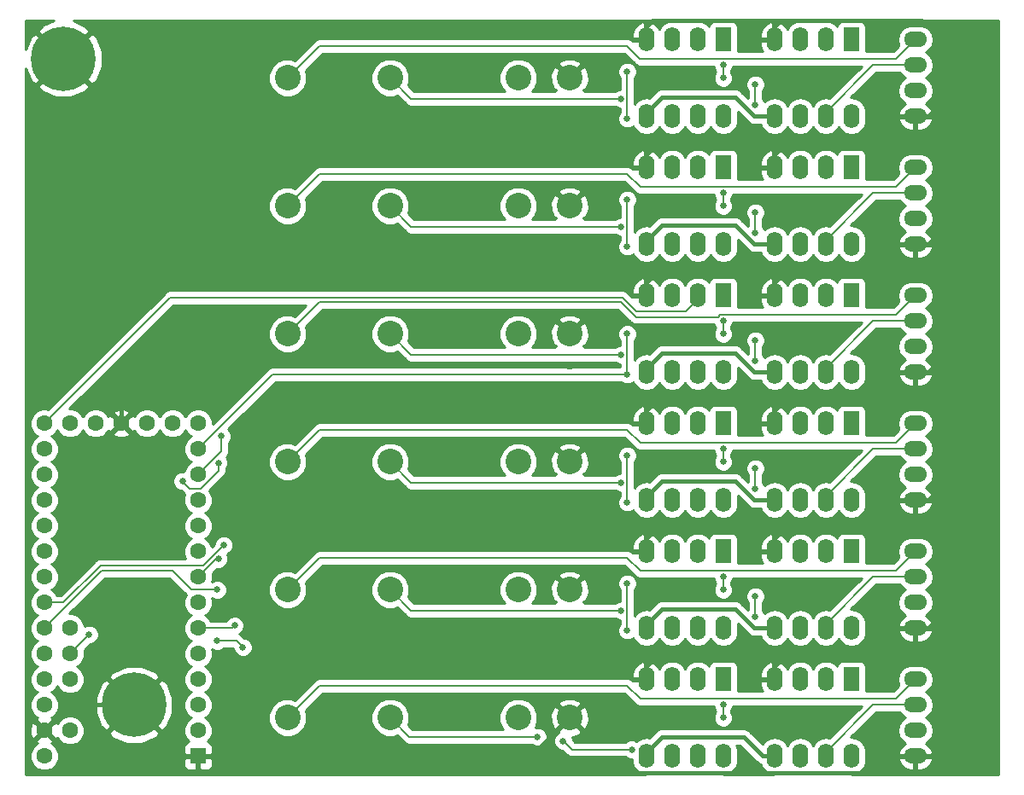
<source format=gbr>
G04 #@! TF.GenerationSoftware,KiCad,Pcbnew,(5.0.1)-3*
G04 #@! TF.CreationDate,2018-11-10T17:24:08-07:00*
G04 #@! TF.ProjectId,oMIDItone Board,6F4D494449746F6E6520426F6172642E,rev?*
G04 #@! TF.SameCoordinates,Original*
G04 #@! TF.FileFunction,Copper,L2,Bot,Signal*
G04 #@! TF.FilePolarity,Positive*
%FSLAX46Y46*%
G04 Gerber Fmt 4.6, Leading zero omitted, Abs format (unit mm)*
G04 Created by KiCad (PCBNEW (5.0.1)-3) date 11/10/2018 5:24:08 PM*
%MOMM*%
%LPD*%
G01*
G04 APERTURE LIST*
G04 #@! TA.AperFunction,ComponentPad*
%ADD10C,6.400000*%
G04 #@! TD*
G04 #@! TA.AperFunction,ComponentPad*
%ADD11C,0.800000*%
G04 #@! TD*
G04 #@! TA.AperFunction,ComponentPad*
%ADD12R,1.600000X2.400000*%
G04 #@! TD*
G04 #@! TA.AperFunction,ComponentPad*
%ADD13O,1.600000X2.400000*%
G04 #@! TD*
G04 #@! TA.AperFunction,ComponentPad*
%ADD14C,2.540000*%
G04 #@! TD*
G04 #@! TA.AperFunction,ComponentPad*
%ADD15O,2.286000X1.524000*%
G04 #@! TD*
G04 #@! TA.AperFunction,ComponentPad*
%ADD16C,1.600000*%
G04 #@! TD*
G04 #@! TA.AperFunction,ComponentPad*
%ADD17R,1.600000X1.600000*%
G04 #@! TD*
G04 #@! TA.AperFunction,ViaPad*
%ADD18C,0.762000*%
G04 #@! TD*
G04 #@! TA.AperFunction,ViaPad*
%ADD19C,0.635000*%
G04 #@! TD*
G04 #@! TA.AperFunction,Conductor*
%ADD20C,0.381000*%
G04 #@! TD*
G04 #@! TA.AperFunction,Conductor*
%ADD21C,0.203200*%
G04 #@! TD*
G04 #@! TA.AperFunction,Conductor*
%ADD22C,0.254000*%
G04 #@! TD*
G04 APERTURE END LIST*
D10*
G04 #@! TO.P,H2,1*
G04 #@! TO.N,GND*
X176530000Y-151130000D03*
D11*
X176530000Y-153530000D03*
X174832944Y-152827056D03*
X174130000Y-151130000D03*
X174832944Y-149432944D03*
X176530000Y-148730000D03*
X178227056Y-149432944D03*
X178930000Y-151130000D03*
X178227056Y-152827056D03*
G04 #@! TD*
G04 #@! TO.P,H1,1*
G04 #@! TO.N,GND*
X171242056Y-88692056D03*
X171945000Y-86995000D03*
X171242056Y-85297944D03*
X169545000Y-84595000D03*
X167847944Y-85297944D03*
X167145000Y-86995000D03*
X167847944Y-88692056D03*
X169545000Y-89395000D03*
D10*
X169545000Y-86995000D03*
G04 #@! TD*
D12*
G04 #@! TO.P,U2,1*
G04 #@! TO.N,D14*
X234950000Y-85090000D03*
D13*
G04 #@! TO.P,U2,5*
G04 #@! TO.N,+5V*
X227330000Y-92710000D03*
G04 #@! TO.P,U2,2*
G04 #@! TO.N,D13*
X232410000Y-85090000D03*
G04 #@! TO.P,U2,6*
G04 #@! TO.N,N/C*
X229870000Y-92710000D03*
G04 #@! TO.P,U2,3*
G04 #@! TO.N,D11*
X229870000Y-85090000D03*
G04 #@! TO.P,U2,7*
G04 #@! TO.N,Net-(U2-Pad7)*
X232410000Y-92710000D03*
G04 #@! TO.P,U2,4*
G04 #@! TO.N,GND*
X227330000Y-85090000D03*
G04 #@! TO.P,U2,8*
G04 #@! TO.N,Net-(K1-Pad3)*
X234950000Y-92710000D03*
G04 #@! TD*
G04 #@! TO.P,U3,8*
G04 #@! TO.N,Net-(U2-Pad7)*
X247650000Y-92710000D03*
G04 #@! TO.P,U3,4*
G04 #@! TO.N,GND*
X240030000Y-85090000D03*
G04 #@! TO.P,U3,7*
G04 #@! TO.N,Net-(J1-Pad2)*
X245110000Y-92710000D03*
G04 #@! TO.P,U3,3*
G04 #@! TO.N,D11*
X242570000Y-85090000D03*
G04 #@! TO.P,U3,6*
G04 #@! TO.N,N/C*
X242570000Y-92710000D03*
G04 #@! TO.P,U3,2*
G04 #@! TO.N,D13*
X245110000Y-85090000D03*
G04 #@! TO.P,U3,5*
G04 #@! TO.N,+5V*
X240030000Y-92710000D03*
D12*
G04 #@! TO.P,U3,1*
G04 #@! TO.N,D15*
X247650000Y-85090000D03*
G04 #@! TD*
G04 #@! TO.P,U4,1*
G04 #@! TO.N,D17*
X234950000Y-97790000D03*
D13*
G04 #@! TO.P,U4,5*
G04 #@! TO.N,+5V*
X227330000Y-105410000D03*
G04 #@! TO.P,U4,2*
G04 #@! TO.N,D13*
X232410000Y-97790000D03*
G04 #@! TO.P,U4,6*
G04 #@! TO.N,N/C*
X229870000Y-105410000D03*
G04 #@! TO.P,U4,3*
G04 #@! TO.N,D11*
X229870000Y-97790000D03*
G04 #@! TO.P,U4,7*
G04 #@! TO.N,Net-(U4-Pad7)*
X232410000Y-105410000D03*
G04 #@! TO.P,U4,4*
G04 #@! TO.N,GND*
X227330000Y-97790000D03*
G04 #@! TO.P,U4,8*
G04 #@! TO.N,Net-(K2-Pad3)*
X234950000Y-105410000D03*
G04 #@! TD*
G04 #@! TO.P,U5,8*
G04 #@! TO.N,Net-(U4-Pad7)*
X247650000Y-105410000D03*
G04 #@! TO.P,U5,4*
G04 #@! TO.N,GND*
X240030000Y-97790000D03*
G04 #@! TO.P,U5,7*
G04 #@! TO.N,Net-(J2-Pad2)*
X245110000Y-105410000D03*
G04 #@! TO.P,U5,3*
G04 #@! TO.N,D11*
X242570000Y-97790000D03*
G04 #@! TO.P,U5,6*
G04 #@! TO.N,N/C*
X242570000Y-105410000D03*
G04 #@! TO.P,U5,2*
G04 #@! TO.N,D13*
X245110000Y-97790000D03*
G04 #@! TO.P,U5,5*
G04 #@! TO.N,+5V*
X240030000Y-105410000D03*
D12*
G04 #@! TO.P,U5,1*
G04 #@! TO.N,D18*
X247650000Y-97790000D03*
G04 #@! TD*
G04 #@! TO.P,U6,1*
G04 #@! TO.N,D08*
X234950000Y-110490000D03*
D13*
G04 #@! TO.P,U6,5*
G04 #@! TO.N,+5V*
X227330000Y-118110000D03*
G04 #@! TO.P,U6,2*
G04 #@! TO.N,D13*
X232410000Y-110490000D03*
G04 #@! TO.P,U6,6*
G04 #@! TO.N,N/C*
X229870000Y-118110000D03*
G04 #@! TO.P,U6,3*
G04 #@! TO.N,D11*
X229870000Y-110490000D03*
G04 #@! TO.P,U6,7*
G04 #@! TO.N,Net-(U6-Pad7)*
X232410000Y-118110000D03*
G04 #@! TO.P,U6,4*
G04 #@! TO.N,GND*
X227330000Y-110490000D03*
G04 #@! TO.P,U6,8*
G04 #@! TO.N,Net-(K3-Pad3)*
X234950000Y-118110000D03*
G04 #@! TD*
G04 #@! TO.P,U7,8*
G04 #@! TO.N,Net-(U6-Pad7)*
X247650000Y-118110000D03*
G04 #@! TO.P,U7,4*
G04 #@! TO.N,GND*
X240030000Y-110490000D03*
G04 #@! TO.P,U7,7*
G04 #@! TO.N,Net-(J3-Pad2)*
X245110000Y-118110000D03*
G04 #@! TO.P,U7,3*
G04 #@! TO.N,D11*
X242570000Y-110490000D03*
G04 #@! TO.P,U7,6*
G04 #@! TO.N,N/C*
X242570000Y-118110000D03*
G04 #@! TO.P,U7,2*
G04 #@! TO.N,D13*
X245110000Y-110490000D03*
G04 #@! TO.P,U7,5*
G04 #@! TO.N,+5V*
X240030000Y-118110000D03*
D12*
G04 #@! TO.P,U7,1*
G04 #@! TO.N,D07*
X247650000Y-110490000D03*
G04 #@! TD*
G04 #@! TO.P,U8,1*
G04 #@! TO.N,D25*
X234950000Y-123190000D03*
D13*
G04 #@! TO.P,U8,5*
G04 #@! TO.N,+5V*
X227330000Y-130810000D03*
G04 #@! TO.P,U8,2*
G04 #@! TO.N,D13*
X232410000Y-123190000D03*
G04 #@! TO.P,U8,6*
G04 #@! TO.N,N/C*
X229870000Y-130810000D03*
G04 #@! TO.P,U8,3*
G04 #@! TO.N,D11*
X229870000Y-123190000D03*
G04 #@! TO.P,U8,7*
G04 #@! TO.N,Net-(U8-Pad7)*
X232410000Y-130810000D03*
G04 #@! TO.P,U8,4*
G04 #@! TO.N,GND*
X227330000Y-123190000D03*
G04 #@! TO.P,U8,8*
G04 #@! TO.N,Net-(K4-Pad3)*
X234950000Y-130810000D03*
G04 #@! TD*
G04 #@! TO.P,U9,8*
G04 #@! TO.N,Net-(U8-Pad7)*
X247650000Y-130810000D03*
G04 #@! TO.P,U9,4*
G04 #@! TO.N,GND*
X240030000Y-123190000D03*
G04 #@! TO.P,U9,7*
G04 #@! TO.N,Net-(J4-Pad2)*
X245110000Y-130810000D03*
G04 #@! TO.P,U9,3*
G04 #@! TO.N,D11*
X242570000Y-123190000D03*
G04 #@! TO.P,U9,6*
G04 #@! TO.N,N/C*
X242570000Y-130810000D03*
G04 #@! TO.P,U9,2*
G04 #@! TO.N,D13*
X245110000Y-123190000D03*
G04 #@! TO.P,U9,5*
G04 #@! TO.N,+5V*
X240030000Y-130810000D03*
D12*
G04 #@! TO.P,U9,1*
G04 #@! TO.N,D24*
X247650000Y-123190000D03*
G04 #@! TD*
G04 #@! TO.P,U10,1*
G04 #@! TO.N,D05*
X234950000Y-135890000D03*
D13*
G04 #@! TO.P,U10,5*
G04 #@! TO.N,+5V*
X227330000Y-143510000D03*
G04 #@! TO.P,U10,2*
G04 #@! TO.N,D13*
X232410000Y-135890000D03*
G04 #@! TO.P,U10,6*
G04 #@! TO.N,N/C*
X229870000Y-143510000D03*
G04 #@! TO.P,U10,3*
G04 #@! TO.N,D11*
X229870000Y-135890000D03*
G04 #@! TO.P,U10,7*
G04 #@! TO.N,Net-(U10-Pad7)*
X232410000Y-143510000D03*
G04 #@! TO.P,U10,4*
G04 #@! TO.N,GND*
X227330000Y-135890000D03*
G04 #@! TO.P,U10,8*
G04 #@! TO.N,Net-(K5-Pad3)*
X234950000Y-143510000D03*
G04 #@! TD*
G04 #@! TO.P,U11,8*
G04 #@! TO.N,Net-(U10-Pad7)*
X247650000Y-143510000D03*
G04 #@! TO.P,U11,4*
G04 #@! TO.N,GND*
X240030000Y-135890000D03*
G04 #@! TO.P,U11,7*
G04 #@! TO.N,Net-(J5-Pad2)*
X245110000Y-143510000D03*
G04 #@! TO.P,U11,3*
G04 #@! TO.N,D11*
X242570000Y-135890000D03*
G04 #@! TO.P,U11,6*
G04 #@! TO.N,N/C*
X242570000Y-143510000D03*
G04 #@! TO.P,U11,2*
G04 #@! TO.N,D13*
X245110000Y-135890000D03*
G04 #@! TO.P,U11,5*
G04 #@! TO.N,+5V*
X240030000Y-143510000D03*
D12*
G04 #@! TO.P,U11,1*
G04 #@! TO.N,D02*
X247650000Y-135890000D03*
G04 #@! TD*
G04 #@! TO.P,U12,1*
G04 #@! TO.N,D01*
X234950000Y-148590000D03*
D13*
G04 #@! TO.P,U12,5*
G04 #@! TO.N,+5V*
X227330000Y-156210000D03*
G04 #@! TO.P,U12,2*
G04 #@! TO.N,D13*
X232410000Y-148590000D03*
G04 #@! TO.P,U12,6*
G04 #@! TO.N,N/C*
X229870000Y-156210000D03*
G04 #@! TO.P,U12,3*
G04 #@! TO.N,D11*
X229870000Y-148590000D03*
G04 #@! TO.P,U12,7*
G04 #@! TO.N,Net-(U12-Pad7)*
X232410000Y-156210000D03*
G04 #@! TO.P,U12,4*
G04 #@! TO.N,GND*
X227330000Y-148590000D03*
G04 #@! TO.P,U12,8*
G04 #@! TO.N,Net-(K6-Pad3)*
X234950000Y-156210000D03*
G04 #@! TD*
G04 #@! TO.P,U13,8*
G04 #@! TO.N,Net-(U12-Pad7)*
X247650000Y-156210000D03*
G04 #@! TO.P,U13,4*
G04 #@! TO.N,GND*
X240030000Y-148590000D03*
G04 #@! TO.P,U13,7*
G04 #@! TO.N,Net-(J6-Pad2)*
X245110000Y-156210000D03*
G04 #@! TO.P,U13,3*
G04 #@! TO.N,D11*
X242570000Y-148590000D03*
G04 #@! TO.P,U13,6*
G04 #@! TO.N,N/C*
X242570000Y-156210000D03*
G04 #@! TO.P,U13,2*
G04 #@! TO.N,D13*
X245110000Y-148590000D03*
G04 #@! TO.P,U13,5*
G04 #@! TO.N,+5V*
X240030000Y-156210000D03*
D12*
G04 #@! TO.P,U13,1*
G04 #@! TO.N,D00*
X247650000Y-148590000D03*
G04 #@! TD*
D14*
G04 #@! TO.P,K6,1*
G04 #@! TO.N,GND*
X219710000Y-152400000D03*
G04 #@! TO.P,K6,2*
G04 #@! TO.N,D03*
X214630000Y-152400000D03*
G04 #@! TO.P,K6,3*
G04 #@! TO.N,Net-(K6-Pad3)*
X201930000Y-152400000D03*
G04 #@! TO.P,K6,4*
G04 #@! TO.N,Net-(J6-Pad1)*
X191770000Y-152400000D03*
G04 #@! TD*
G04 #@! TO.P,K5,4*
G04 #@! TO.N,Net-(J5-Pad1)*
X191770000Y-139700000D03*
G04 #@! TO.P,K5,3*
G04 #@! TO.N,Net-(K5-Pad3)*
X201930000Y-139700000D03*
G04 #@! TO.P,K5,2*
G04 #@! TO.N,D04*
X214630000Y-139700000D03*
G04 #@! TO.P,K5,1*
G04 #@! TO.N,GND*
X219710000Y-139700000D03*
G04 #@! TD*
G04 #@! TO.P,K4,1*
G04 #@! TO.N,GND*
X219710000Y-127000000D03*
G04 #@! TO.P,K4,2*
G04 #@! TO.N,D06*
X214630000Y-127000000D03*
G04 #@! TO.P,K4,3*
G04 #@! TO.N,Net-(K4-Pad3)*
X201930000Y-127000000D03*
G04 #@! TO.P,K4,4*
G04 #@! TO.N,Net-(J4-Pad1)*
X191770000Y-127000000D03*
G04 #@! TD*
G04 #@! TO.P,K3,4*
G04 #@! TO.N,Net-(J3-Pad1)*
X191770000Y-114300000D03*
G04 #@! TO.P,K3,3*
G04 #@! TO.N,Net-(K3-Pad3)*
X201930000Y-114300000D03*
G04 #@! TO.P,K3,2*
G04 #@! TO.N,D09*
X214630000Y-114300000D03*
G04 #@! TO.P,K3,1*
G04 #@! TO.N,GND*
X219710000Y-114300000D03*
G04 #@! TD*
G04 #@! TO.P,K2,1*
G04 #@! TO.N,GND*
X219710000Y-101600000D03*
G04 #@! TO.P,K2,2*
G04 #@! TO.N,D10*
X214630000Y-101600000D03*
G04 #@! TO.P,K2,3*
G04 #@! TO.N,Net-(K2-Pad3)*
X201930000Y-101600000D03*
G04 #@! TO.P,K2,4*
G04 #@! TO.N,Net-(J2-Pad1)*
X191770000Y-101600000D03*
G04 #@! TD*
G04 #@! TO.P,K1,4*
G04 #@! TO.N,Net-(J1-Pad1)*
X191770000Y-88900000D03*
G04 #@! TO.P,K1,3*
G04 #@! TO.N,Net-(K1-Pad3)*
X201930000Y-88900000D03*
G04 #@! TO.P,K1,2*
G04 #@! TO.N,D26*
X214630000Y-88900000D03*
G04 #@! TO.P,K1,1*
G04 #@! TO.N,GND*
X219710000Y-88900000D03*
G04 #@! TD*
D15*
G04 #@! TO.P,J4,3*
G04 #@! TO.N,A7*
X254000000Y-128270000D03*
G04 #@! TO.P,J4,2*
G04 #@! TO.N,Net-(J4-Pad2)*
X254000000Y-125730000D03*
G04 #@! TO.P,J4,4*
G04 #@! TO.N,GND*
X254000000Y-130810000D03*
G04 #@! TO.P,J4,1*
G04 #@! TO.N,Net-(J4-Pad1)*
X254000000Y-123190000D03*
G04 #@! TD*
G04 #@! TO.P,J1,1*
G04 #@! TO.N,Net-(J1-Pad1)*
X254000000Y-85090000D03*
G04 #@! TO.P,J1,4*
G04 #@! TO.N,GND*
X254000000Y-92710000D03*
G04 #@! TO.P,J1,2*
G04 #@! TO.N,Net-(J1-Pad2)*
X254000000Y-87630000D03*
G04 #@! TO.P,J1,3*
G04 #@! TO.N,A2*
X254000000Y-90170000D03*
G04 #@! TD*
G04 #@! TO.P,J3,3*
G04 #@! TO.N,A6*
X254000000Y-115570000D03*
G04 #@! TO.P,J3,2*
G04 #@! TO.N,Net-(J3-Pad2)*
X254000000Y-113030000D03*
G04 #@! TO.P,J3,4*
G04 #@! TO.N,GND*
X254000000Y-118110000D03*
G04 #@! TO.P,J3,1*
G04 #@! TO.N,Net-(J3-Pad1)*
X254000000Y-110490000D03*
G04 #@! TD*
G04 #@! TO.P,J5,1*
G04 #@! TO.N,Net-(J5-Pad1)*
X254000000Y-135890000D03*
G04 #@! TO.P,J5,4*
G04 #@! TO.N,GND*
X254000000Y-143510000D03*
G04 #@! TO.P,J5,2*
G04 #@! TO.N,Net-(J5-Pad2)*
X254000000Y-138430000D03*
G04 #@! TO.P,J5,3*
G04 #@! TO.N,A8*
X254000000Y-140970000D03*
G04 #@! TD*
G04 #@! TO.P,J6,3*
G04 #@! TO.N,A9*
X254000000Y-153670000D03*
G04 #@! TO.P,J6,2*
G04 #@! TO.N,Net-(J6-Pad2)*
X254000000Y-151130000D03*
G04 #@! TO.P,J6,4*
G04 #@! TO.N,GND*
X254000000Y-156210000D03*
G04 #@! TO.P,J6,1*
G04 #@! TO.N,Net-(J6-Pad1)*
X254000000Y-148590000D03*
G04 #@! TD*
G04 #@! TO.P,J2,1*
G04 #@! TO.N,Net-(J2-Pad1)*
X254000000Y-97790000D03*
G04 #@! TO.P,J2,4*
G04 #@! TO.N,GND*
X254000000Y-105410000D03*
G04 #@! TO.P,J2,2*
G04 #@! TO.N,Net-(J2-Pad2)*
X254000000Y-100330000D03*
G04 #@! TO.P,J2,3*
G04 #@! TO.N,A5*
X254000000Y-102870000D03*
G04 #@! TD*
D16*
G04 #@! TO.P,U1,17*
G04 #@! TO.N,GND*
X175260000Y-123190000D03*
G04 #@! TO.P,U1,18*
G04 #@! TO.N,N/C*
X172720000Y-123190000D03*
G04 #@! TO.P,U1,19*
G04 #@! TO.N,D26*
X170180000Y-123190000D03*
G04 #@! TO.P,U1,20*
G04 #@! TO.N,D13*
X167640000Y-123190000D03*
G04 #@! TO.P,U1,16*
G04 #@! TO.N,N/C*
X177800000Y-123190000D03*
G04 #@! TO.P,U1,15*
X180340000Y-123190000D03*
G04 #@! TO.P,U1,14*
X182880000Y-123190000D03*
G04 #@! TO.P,U1,21*
G04 #@! TO.N,D14*
X167640000Y-125730000D03*
G04 #@! TO.P,U1,22*
G04 #@! TO.N,D15*
X167640000Y-128270000D03*
G04 #@! TO.P,U1,23*
G04 #@! TO.N,A2*
X167640000Y-130810000D03*
G04 #@! TO.P,U1,24*
G04 #@! TO.N,D17*
X167640000Y-133350000D03*
G04 #@! TO.P,U1,25*
G04 #@! TO.N,D18*
X167640000Y-135890000D03*
G04 #@! TO.P,U1,26*
G04 #@! TO.N,A5*
X167640000Y-138430000D03*
G04 #@! TO.P,U1,27*
G04 #@! TO.N,A6*
X167640000Y-140970000D03*
G04 #@! TO.P,U1,28*
G04 #@! TO.N,A7*
X167640000Y-143510000D03*
G04 #@! TO.P,U1,29*
G04 #@! TO.N,A8*
X167640000Y-146050000D03*
G04 #@! TO.P,U1,30*
G04 #@! TO.N,A9*
X167640000Y-148590000D03*
G04 #@! TO.P,U1,31*
G04 #@! TO.N,N/C*
X167640000Y-151130000D03*
G04 #@! TO.P,U1,32*
G04 #@! TO.N,GND*
X167640000Y-153670000D03*
G04 #@! TO.P,U1,33*
G04 #@! TO.N,+5V*
X167640000Y-156210000D03*
G04 #@! TO.P,U1,34*
G04 #@! TO.N,N/C*
X170180000Y-153670000D03*
G04 #@! TO.P,U1,35*
X170180000Y-148590000D03*
G04 #@! TO.P,U1,36*
G04 #@! TO.N,D24*
X170180000Y-146050000D03*
G04 #@! TO.P,U1,37*
G04 #@! TO.N,D25*
X170180000Y-143510000D03*
G04 #@! TO.P,U1,13*
G04 #@! TO.N,D11*
X182880000Y-125730000D03*
G04 #@! TO.P,U1,12*
G04 #@! TO.N,D10*
X182880000Y-128270000D03*
G04 #@! TO.P,U1,11*
G04 #@! TO.N,D09*
X182880000Y-130810000D03*
G04 #@! TO.P,U1,10*
G04 #@! TO.N,D08*
X182880000Y-133350000D03*
G04 #@! TO.P,U1,9*
G04 #@! TO.N,D07*
X182880000Y-135890000D03*
G04 #@! TO.P,U1,8*
G04 #@! TO.N,D06*
X182880000Y-138430000D03*
G04 #@! TO.P,U1,7*
G04 #@! TO.N,D05*
X182880000Y-140970000D03*
G04 #@! TO.P,U1,6*
G04 #@! TO.N,D04*
X182880000Y-143510000D03*
G04 #@! TO.P,U1,5*
G04 #@! TO.N,D03*
X182880000Y-146050000D03*
G04 #@! TO.P,U1,4*
G04 #@! TO.N,D02*
X182880000Y-148590000D03*
G04 #@! TO.P,U1,3*
G04 #@! TO.N,D01*
X182880000Y-151130000D03*
G04 #@! TO.P,U1,2*
G04 #@! TO.N,D00*
X182880000Y-153670000D03*
D17*
G04 #@! TO.P,U1,1*
G04 #@! TO.N,GND*
X182880000Y-156210000D03*
G04 #@! TD*
D18*
G04 #@! TO.N,GND*
X219710000Y-117475000D03*
X173990000Y-120015000D03*
D19*
G04 #@! TO.N,D13*
X238125000Y-129705132D03*
X238125000Y-117005132D03*
X238125000Y-104305132D03*
X238125000Y-91605132D03*
X238125000Y-142405132D03*
X238125000Y-89535000D03*
X238125000Y-102235000D03*
X238125000Y-114935000D03*
X238125000Y-127635000D03*
X238125000Y-140335000D03*
G04 #@! TO.N,D24*
X172084974Y-144145000D03*
G04 #@! TO.N,D25*
X234950000Y-125730000D03*
X234950000Y-127000000D03*
G04 #@! TO.N,D11*
X225425000Y-143745008D03*
X225425000Y-139065000D03*
X225425000Y-131044992D03*
X225425000Y-126365000D03*
X225425000Y-105645006D03*
X225425000Y-118345004D03*
X225425000Y-100965000D03*
X225425000Y-92944996D03*
X225425000Y-88265000D03*
X225425000Y-114300000D03*
G04 #@! TO.N,D10*
X185204101Y-124460014D03*
G04 #@! TO.N,D08*
X234950000Y-113030000D03*
X234950000Y-114300000D03*
G04 #@! TO.N,D06*
X184907540Y-136647540D03*
G04 #@! TO.N,D05*
X234950000Y-138430000D03*
X234950000Y-139700000D03*
G04 #@! TO.N,D04*
X186502429Y-143240530D03*
G04 #@! TO.N,D01*
X234950000Y-151130000D03*
X234950000Y-152400000D03*
G04 #@! TO.N,Net-(K1-Pad3)*
X224790000Y-90970132D03*
G04 #@! TO.N,Net-(K2-Pad3)*
X224790000Y-103670132D03*
G04 #@! TO.N,Net-(K3-Pad3)*
X224790000Y-116370132D03*
G04 #@! TO.N,Net-(K4-Pad3)*
X224790000Y-129070132D03*
G04 #@! TO.N,Net-(K5-Pad3)*
X224790000Y-141770132D03*
G04 #@! TO.N,Net-(K6-Pad3)*
X216535000Y-154305000D03*
X225865040Y-155562310D03*
X219075000Y-154698711D03*
G04 #@! TO.N,A8*
X184785000Y-144780000D03*
X187325000Y-145415008D03*
G04 #@! TO.N,A7*
X184785000Y-139700000D03*
G04 #@! TO.N,A6*
X185420054Y-135255000D03*
G04 #@! TO.N,D18*
X184907540Y-127122540D03*
X181319376Y-128917690D03*
G04 #@! TO.N,D17*
X234950000Y-100330000D03*
X234950000Y-101600000D03*
G04 #@! TO.N,D14*
X234950000Y-87630000D03*
X234950000Y-88900000D03*
G04 #@! TD*
D20*
G04 #@! TO.N,GND*
X255524000Y-156210000D02*
X256540000Y-155194000D01*
X254000000Y-156210000D02*
X255524000Y-156210000D01*
X254000000Y-92710000D02*
X254381000Y-92710000D01*
X256540000Y-90551000D02*
X256540000Y-91440000D01*
X256540000Y-102870000D02*
X256540000Y-91440000D01*
X256540000Y-117475000D02*
X256540000Y-102870000D01*
X256540000Y-116840000D02*
X256540000Y-117475000D01*
X254000000Y-118110000D02*
X255270000Y-118110000D01*
X255270000Y-118110000D02*
X256540000Y-116840000D01*
X256540000Y-104140000D02*
X256540000Y-102870000D01*
X254000000Y-105410000D02*
X255270000Y-105410000D01*
X255270000Y-105410000D02*
X256540000Y-104140000D01*
X254000000Y-92710000D02*
X255270000Y-92710000D01*
X255270000Y-92710000D02*
X256540000Y-91440000D01*
X254000000Y-130810000D02*
X255270000Y-130810000D01*
X255270000Y-130810000D02*
X256540000Y-129540000D01*
X256540000Y-155194000D02*
X256540000Y-129540000D01*
X256540000Y-129540000D02*
X256540000Y-117475000D01*
X254000000Y-143510000D02*
X255270000Y-143510000D01*
X255270000Y-143510000D02*
X256540000Y-142240000D01*
X252095000Y-143510000D02*
X254000000Y-143510000D01*
X248920000Y-146685000D02*
X252095000Y-143510000D01*
X227330000Y-148590000D02*
X227330000Y-147320000D01*
X227330000Y-147320000D02*
X227965000Y-146685000D01*
X248920000Y-133985000D02*
X252095000Y-130810000D01*
X252095000Y-130810000D02*
X254000000Y-130810000D01*
X252095000Y-118110000D02*
X254000000Y-118110000D01*
X248920000Y-121285000D02*
X252095000Y-118110000D01*
X227330000Y-123190000D02*
X227330000Y-121920000D01*
X227330000Y-121920000D02*
X227965000Y-121285000D01*
X227330000Y-110490000D02*
X227330000Y-109220000D01*
X227330000Y-109220000D02*
X227965000Y-108585000D01*
X252095000Y-105410000D02*
X254000000Y-105410000D01*
X248920000Y-108585000D02*
X252095000Y-105410000D01*
X227330000Y-97790000D02*
X227330000Y-96520000D01*
X227330000Y-96520000D02*
X227965000Y-95885000D01*
X252095000Y-92710000D02*
X254000000Y-92710000D01*
X248920000Y-95885000D02*
X252095000Y-92710000D01*
X256540000Y-90805000D02*
X256540000Y-91440000D01*
X256540000Y-85090000D02*
X256540000Y-90805000D01*
X254635000Y-83185000D02*
X256540000Y-85090000D01*
X227330000Y-85090000D02*
X227330000Y-83820000D01*
X227330000Y-83820000D02*
X227965000Y-83185000D01*
X240665000Y-83185000D02*
X241935000Y-83185000D01*
X240030000Y-83820000D02*
X240665000Y-83185000D01*
X240030000Y-85090000D02*
X240030000Y-83820000D01*
X227965000Y-83185000D02*
X241935000Y-83185000D01*
X241935000Y-83185000D02*
X254635000Y-83185000D01*
X240030000Y-97790000D02*
X240030000Y-96520000D01*
X240665000Y-95885000D02*
X241935000Y-95885000D01*
X240030000Y-96520000D02*
X240665000Y-95885000D01*
X227965000Y-95885000D02*
X241935000Y-95885000D01*
X241935000Y-95885000D02*
X248920000Y-95885000D01*
X240030000Y-110490000D02*
X240030000Y-109220000D01*
X240665000Y-108585000D02*
X241935000Y-108585000D01*
X240030000Y-109220000D02*
X240665000Y-108585000D01*
X227965000Y-108585000D02*
X241935000Y-108585000D01*
X241935000Y-108585000D02*
X248920000Y-108585000D01*
X240030000Y-123190000D02*
X240030000Y-121920000D01*
X240665000Y-121285000D02*
X241935000Y-121285000D01*
X240030000Y-121920000D02*
X240665000Y-121285000D01*
X227965000Y-121285000D02*
X241935000Y-121285000D01*
X241935000Y-121285000D02*
X248920000Y-121285000D01*
X240030000Y-135890000D02*
X240030000Y-134620000D01*
X240665000Y-133985000D02*
X241935000Y-133985000D01*
X240030000Y-134620000D02*
X240665000Y-133985000D01*
X241935000Y-133985000D02*
X248920000Y-133985000D01*
X240030000Y-148590000D02*
X240030000Y-147320000D01*
X240665000Y-146685000D02*
X242570000Y-146685000D01*
X240030000Y-147320000D02*
X240665000Y-146685000D01*
X227965000Y-146685000D02*
X242570000Y-146685000D01*
X242570000Y-146685000D02*
X248920000Y-146685000D01*
X227965000Y-133985000D02*
X241935000Y-133985000D01*
X227330000Y-135890000D02*
X227330000Y-134620000D01*
X227330000Y-134620000D02*
X227965000Y-133985000D01*
X215900000Y-156210000D02*
X219710000Y-152400000D01*
X182880000Y-156210000D02*
X215900000Y-156210000D01*
X167640000Y-153670000D02*
X170180000Y-156210000D01*
X170180000Y-156210000D02*
X182880000Y-156210000D01*
X180975000Y-117475000D02*
X175260000Y-123190000D01*
X219710000Y-117475000D02*
X180975000Y-117475000D01*
X254000000Y-156210000D02*
X252476000Y-156210000D01*
X252476000Y-156210000D02*
X250780690Y-157905310D01*
X217595310Y-157905310D02*
X215900000Y-156210000D01*
X239395000Y-157905310D02*
X217595310Y-157905310D01*
X250780690Y-157905310D02*
X239395000Y-157905310D01*
X239395000Y-157905310D02*
X237280310Y-157905310D01*
X170180000Y-151130000D02*
X176530000Y-151130000D01*
X167640000Y-153670000D02*
X170180000Y-151130000D01*
X175260000Y-123190000D02*
X175260000Y-121285000D01*
X175260000Y-121285000D02*
X173990000Y-120015000D01*
D21*
G04 #@! TO.N,D13*
X224958340Y-110718589D02*
X226336160Y-112096410D01*
X232410000Y-110890000D02*
X232410000Y-110490000D01*
X167640000Y-123190000D02*
X180111411Y-110718589D01*
X231203590Y-112096410D02*
X232410000Y-110890000D01*
X226336160Y-112096410D02*
X231203590Y-112096410D01*
X180111411Y-110718589D02*
X224958340Y-110718589D01*
X238125000Y-91605132D02*
X238125000Y-89535000D01*
X238125000Y-104305132D02*
X238125000Y-102235000D01*
X238125000Y-117005132D02*
X238125000Y-114935000D01*
X238125000Y-129705132D02*
X238125000Y-127635000D01*
X238125000Y-142405132D02*
X238125000Y-140335000D01*
D20*
G04 #@! TO.N,+5V*
X227330000Y-155810000D02*
X227330000Y-156210000D01*
X228835000Y-154305000D02*
X227330000Y-155810000D01*
X236944000Y-154305000D02*
X228835000Y-154305000D01*
X240030000Y-156210000D02*
X238849000Y-156210000D01*
X238849000Y-156210000D02*
X236944000Y-154305000D01*
X240030000Y-130810000D02*
X238026920Y-130810000D01*
X238026920Y-130810000D02*
X236121920Y-128905000D01*
X236121920Y-128905000D02*
X228835000Y-128905000D01*
X227330000Y-130410000D02*
X227330000Y-130810000D01*
X228835000Y-128905000D02*
X227330000Y-130410000D01*
X240030000Y-118110000D02*
X238026920Y-118110000D01*
X236121920Y-116205000D02*
X228835000Y-116205000D01*
X238026920Y-118110000D02*
X236121920Y-116205000D01*
X228835000Y-116205000D02*
X227330000Y-117710000D01*
X227330000Y-117710000D02*
X227330000Y-118110000D01*
X240030000Y-105410000D02*
X238026920Y-105410000D01*
X227330000Y-105010000D02*
X227330000Y-105410000D01*
X236121920Y-103505000D02*
X228835000Y-103505000D01*
X228835000Y-103505000D02*
X227330000Y-105010000D01*
X238026920Y-105410000D02*
X236121920Y-103505000D01*
X236121920Y-90805000D02*
X228835000Y-90805000D01*
X240030000Y-92710000D02*
X238026920Y-92710000D01*
X238026920Y-92710000D02*
X236121920Y-90805000D01*
X227330000Y-92310000D02*
X227330000Y-92710000D01*
X228835000Y-90805000D02*
X227330000Y-92310000D01*
X228835000Y-141605000D02*
X227330000Y-143110000D01*
X240030000Y-143510000D02*
X238026920Y-143510000D01*
X238026920Y-143510000D02*
X236121920Y-141605000D01*
X227330000Y-143110000D02*
X227330000Y-143510000D01*
X236121920Y-141605000D02*
X228835000Y-141605000D01*
D21*
G04 #@! TO.N,D24*
X170180000Y-146050000D02*
X172084974Y-144145026D01*
X172084974Y-144145026D02*
X172084974Y-144145000D01*
G04 #@! TO.N,D25*
X234950000Y-125730000D02*
X234950000Y-127000000D01*
G04 #@! TO.N,D11*
X225425000Y-143745008D02*
X225425000Y-139065000D01*
X225425000Y-131044992D02*
X225425000Y-126365000D01*
X225425000Y-105645006D02*
X225425000Y-100965000D01*
X225425000Y-92944996D02*
X225425000Y-88265000D01*
X190264996Y-118345004D02*
X224975988Y-118345004D01*
X224975988Y-118345004D02*
X225425000Y-118345004D01*
X182880000Y-125730000D02*
X190264996Y-118345004D01*
X225425000Y-117895992D02*
X225425000Y-114300000D01*
X225425000Y-118345004D02*
X225425000Y-117895992D01*
G04 #@! TO.N,D10*
X185204101Y-125945899D02*
X185204101Y-124909026D01*
X185204101Y-124909026D02*
X185204101Y-124460014D01*
X182880000Y-128270000D02*
X185204101Y-125945899D01*
G04 #@! TO.N,D08*
X234950000Y-113030000D02*
X234950000Y-114300000D01*
G04 #@! TO.N,D06*
X182880000Y-138430000D02*
X184662460Y-136647540D01*
X184662460Y-136647540D02*
X184907540Y-136647540D01*
G04 #@! TO.N,D05*
X234950000Y-138430000D02*
X234950000Y-139700000D01*
G04 #@! TO.N,D04*
X182880000Y-143510000D02*
X186232959Y-143510000D01*
X186232959Y-143510000D02*
X186502429Y-143240530D01*
G04 #@! TO.N,D01*
X234950000Y-151130000D02*
X234950000Y-152400000D01*
G04 #@! TO.N,Net-(J2-Pad1)*
X193039999Y-100330001D02*
X191770000Y-101600000D01*
X194945000Y-98425000D02*
X193039999Y-100330001D01*
X225425000Y-98425000D02*
X194945000Y-98425000D01*
X226707699Y-99707699D02*
X225425000Y-98425000D01*
X254000000Y-97790000D02*
X252082301Y-99707699D01*
X252082301Y-99707699D02*
X226707699Y-99707699D01*
G04 #@! TO.N,Net-(J2-Pad2)*
X252653800Y-100330000D02*
X254000000Y-100330000D01*
X249790000Y-100330000D02*
X252653800Y-100330000D01*
X245110000Y-105010000D02*
X249790000Y-100330000D01*
X245110000Y-105410000D02*
X245110000Y-105010000D01*
G04 #@! TO.N,Net-(J6-Pad2)*
X252653800Y-151130000D02*
X254000000Y-151130000D01*
X249790000Y-151130000D02*
X252653800Y-151130000D01*
X245110000Y-155810000D02*
X249790000Y-151130000D01*
X245110000Y-156210000D02*
X245110000Y-155810000D01*
G04 #@! TO.N,Net-(J6-Pad1)*
X193039999Y-151130001D02*
X191770000Y-152400000D01*
X194945000Y-149225000D02*
X193039999Y-151130001D01*
X225425000Y-149225000D02*
X194945000Y-149225000D01*
X226707699Y-150507699D02*
X225425000Y-149225000D01*
X254000000Y-148590000D02*
X252082301Y-150507699D01*
X252082301Y-150507699D02*
X226707699Y-150507699D01*
G04 #@! TO.N,Net-(J5-Pad1)*
X193039999Y-138430001D02*
X191770000Y-139700000D01*
X194945000Y-136525000D02*
X193039999Y-138430001D01*
X252082320Y-137807680D02*
X237826294Y-137807680D01*
X254000000Y-135890000D02*
X252082320Y-137807680D01*
X237826294Y-137807680D02*
X237826275Y-137807699D01*
X237826275Y-137807699D02*
X226707699Y-137807699D01*
X226707699Y-137807699D02*
X225425000Y-136525000D01*
X225425000Y-136525000D02*
X194945000Y-136525000D01*
G04 #@! TO.N,Net-(J5-Pad2)*
X252653800Y-138430000D02*
X254000000Y-138430000D01*
X249790000Y-138430000D02*
X252653800Y-138430000D01*
X245110000Y-143110000D02*
X249790000Y-138430000D01*
X245110000Y-143510000D02*
X245110000Y-143110000D01*
G04 #@! TO.N,Net-(J3-Pad2)*
X252653800Y-113030000D02*
X254000000Y-113030000D01*
X249790000Y-113030000D02*
X252653800Y-113030000D01*
X245110000Y-117710000D02*
X249790000Y-113030000D01*
X245110000Y-118110000D02*
X245110000Y-117710000D01*
G04 #@! TO.N,Net-(J3-Pad1)*
X193039999Y-113030001D02*
X191770000Y-114300000D01*
X252082301Y-112407699D02*
X234651295Y-112407699D01*
X254000000Y-110490000D02*
X252082301Y-112407699D01*
X194945000Y-111125000D02*
X193039999Y-113030001D01*
X234651295Y-112407699D02*
X234435395Y-112623599D01*
X226288599Y-112623599D02*
X224790000Y-111125000D01*
X234435395Y-112623599D02*
X226288599Y-112623599D01*
X224790000Y-111125000D02*
X194945000Y-111125000D01*
G04 #@! TO.N,Net-(J1-Pad1)*
X193039999Y-87630001D02*
X191770000Y-88900000D01*
X194945000Y-85725000D02*
X193039999Y-87630001D01*
X225425000Y-85725000D02*
X194945000Y-85725000D01*
X226695000Y-86995000D02*
X225425000Y-85725000D01*
X254000000Y-85090000D02*
X252095000Y-86995000D01*
X252095000Y-86995000D02*
X226695000Y-86995000D01*
G04 #@! TO.N,Net-(J1-Pad2)*
X252653800Y-87630000D02*
X254000000Y-87630000D01*
X249790000Y-87630000D02*
X252653800Y-87630000D01*
X245110000Y-92310000D02*
X249790000Y-87630000D01*
X245110000Y-92710000D02*
X245110000Y-92310000D01*
G04 #@! TO.N,Net-(J4-Pad2)*
X252653800Y-125730000D02*
X254000000Y-125730000D01*
X249790000Y-125730000D02*
X252653800Y-125730000D01*
X245110000Y-130410000D02*
X249790000Y-125730000D01*
X245110000Y-130810000D02*
X245110000Y-130410000D01*
G04 #@! TO.N,Net-(J4-Pad1)*
X193039999Y-125730001D02*
X191770000Y-127000000D01*
X194945000Y-123825000D02*
X193039999Y-125730001D01*
X225425000Y-123825000D02*
X194945000Y-123825000D01*
X226707699Y-125107699D02*
X225425000Y-123825000D01*
X254000000Y-123190000D02*
X252082301Y-125107699D01*
X252082301Y-125107699D02*
X226707699Y-125107699D01*
G04 #@! TO.N,Net-(K1-Pad3)*
X201930000Y-88900000D02*
X204000132Y-90970132D01*
X224340988Y-90970132D02*
X224790000Y-90970132D01*
X204000132Y-90970132D02*
X224340988Y-90970132D01*
G04 #@! TO.N,Net-(K2-Pad3)*
X201930000Y-101600000D02*
X204000132Y-103670132D01*
X224340988Y-103670132D02*
X224790000Y-103670132D01*
X204000132Y-103670132D02*
X224340988Y-103670132D01*
G04 #@! TO.N,Net-(K3-Pad3)*
X201930000Y-114300000D02*
X204000132Y-116370132D01*
X224340988Y-116370132D02*
X224790000Y-116370132D01*
X204000132Y-116370132D02*
X224340988Y-116370132D01*
G04 #@! TO.N,Net-(K4-Pad3)*
X224340988Y-129070132D02*
X224790000Y-129070132D01*
X204000132Y-129070132D02*
X224340988Y-129070132D01*
X201930000Y-127000000D02*
X204000132Y-129070132D01*
G04 #@! TO.N,Net-(K5-Pad3)*
X204000132Y-141770132D02*
X224340988Y-141770132D01*
X201930000Y-139700000D02*
X204000132Y-141770132D01*
X224340988Y-141770132D02*
X224790000Y-141770132D01*
G04 #@! TO.N,Net-(K6-Pad3)*
X203835000Y-154305000D02*
X201930000Y-152400000D01*
X216535000Y-154305000D02*
X203835000Y-154305000D01*
X225865040Y-155562310D02*
X219938599Y-155562310D01*
X219392499Y-155016210D02*
X219075000Y-154698711D01*
X219938599Y-155562310D02*
X219392499Y-155016210D01*
G04 #@! TO.N,A8*
X186689992Y-144780000D02*
X187007501Y-145097509D01*
X187007501Y-145097509D02*
X187325000Y-145415008D01*
X184785000Y-144780000D02*
X186689992Y-144780000D01*
G04 #@! TO.N,A7*
X173355000Y-137795000D02*
X167640000Y-143510000D01*
X180340000Y-137795000D02*
X173355000Y-137795000D01*
X184785000Y-139700000D02*
X182245000Y-139700000D01*
X182245000Y-139700000D02*
X180340000Y-137795000D01*
G04 #@! TO.N,A6*
X185102555Y-135572499D02*
X185420054Y-135255000D01*
X185102447Y-135572499D02*
X185102555Y-135572499D01*
X183349747Y-137325199D02*
X185102447Y-135572499D01*
X173189801Y-137325199D02*
X183349747Y-137325199D01*
X167640000Y-140970000D02*
X169545000Y-140970000D01*
X169545000Y-140970000D02*
X173189801Y-137325199D01*
G04 #@! TO.N,D18*
X184907540Y-127877566D02*
X183108368Y-129676738D01*
X184907540Y-127122540D02*
X184907540Y-127877566D01*
X181636875Y-129235189D02*
X181319376Y-128917690D01*
X183108368Y-129676738D02*
X182078424Y-129676738D01*
X182078424Y-129676738D02*
X181636875Y-129235189D01*
G04 #@! TO.N,D17*
X234950000Y-100330000D02*
X234950000Y-101600000D01*
G04 #@! TO.N,D14*
X234950000Y-87630000D02*
X234950000Y-88900000D01*
G04 #@! TD*
D22*
G04 #@! TO.N,GND*
G36*
X238207793Y-156736226D02*
X238253848Y-156805152D01*
X238322773Y-156851206D01*
X238526905Y-156987604D01*
X238646739Y-157011440D01*
X238678260Y-157169908D01*
X238995423Y-157644576D01*
X239470091Y-157961740D01*
X239989213Y-158065000D01*
X234990787Y-158065000D01*
X235509908Y-157961740D01*
X235984576Y-157644577D01*
X236301740Y-157169909D01*
X236385000Y-156751333D01*
X236385000Y-155668668D01*
X236301740Y-155250091D01*
X236221832Y-155130500D01*
X236602068Y-155130500D01*
X238207793Y-156736226D01*
X238207793Y-156736226D01*
G37*
X238207793Y-156736226D02*
X238253848Y-156805152D01*
X238322773Y-156851206D01*
X238526905Y-156987604D01*
X238646739Y-157011440D01*
X238678260Y-157169908D01*
X238995423Y-157644576D01*
X239470091Y-157961740D01*
X239989213Y-158065000D01*
X234990787Y-158065000D01*
X235509908Y-157961740D01*
X235984576Y-157644577D01*
X236301740Y-157169909D01*
X236385000Y-156751333D01*
X236385000Y-155668668D01*
X236301740Y-155250091D01*
X236221832Y-155130500D01*
X236602068Y-155130500D01*
X238207793Y-156736226D01*
G36*
X167394754Y-83729181D02*
X167350640Y-83758657D01*
X166983695Y-84254090D01*
X169545000Y-86815395D01*
X172106305Y-84254090D01*
X171739360Y-83758657D01*
X170499008Y-83235000D01*
X229829213Y-83235000D01*
X229310092Y-83338260D01*
X228835424Y-83655423D01*
X228597501Y-84011499D01*
X228254896Y-83585500D01*
X227761819Y-83315633D01*
X227679039Y-83298096D01*
X227457000Y-83420085D01*
X227457000Y-84963000D01*
X227477000Y-84963000D01*
X227477000Y-85217000D01*
X227457000Y-85217000D01*
X227457000Y-85237000D01*
X227203000Y-85237000D01*
X227203000Y-85217000D01*
X225971465Y-85217000D01*
X225956058Y-85193942D01*
X225712407Y-85031139D01*
X225497544Y-84988400D01*
X225497540Y-84988400D01*
X225425000Y-84973971D01*
X225352460Y-84988400D01*
X195017540Y-84988400D01*
X194944999Y-84973971D01*
X194872459Y-84988400D01*
X194872456Y-84988400D01*
X194657593Y-85031139D01*
X194475441Y-85152849D01*
X194475439Y-85152851D01*
X194413942Y-85193942D01*
X194372850Y-85255440D01*
X192570443Y-87057848D01*
X192570440Y-87057850D01*
X192491424Y-87136866D01*
X192148928Y-86995000D01*
X191391072Y-86995000D01*
X190690904Y-87285019D01*
X190155019Y-87820904D01*
X189865000Y-88521072D01*
X189865000Y-89278928D01*
X190155019Y-89979096D01*
X190690904Y-90514981D01*
X191391072Y-90805000D01*
X192148928Y-90805000D01*
X192849096Y-90514981D01*
X193384981Y-89979096D01*
X193675000Y-89278928D01*
X193675000Y-88521072D01*
X193533134Y-88178576D01*
X193612150Y-88099560D01*
X193612152Y-88099557D01*
X195250110Y-86461600D01*
X225119891Y-86461600D01*
X226122850Y-87464560D01*
X226163942Y-87526058D01*
X226225439Y-87567149D01*
X226225441Y-87567151D01*
X226319503Y-87630001D01*
X226407593Y-87688861D01*
X226622456Y-87731600D01*
X226622459Y-87731600D01*
X226694999Y-87746029D01*
X226767540Y-87731600D01*
X233997500Y-87731600D01*
X233997500Y-87819464D01*
X234142509Y-88169548D01*
X234213400Y-88240439D01*
X234213401Y-88289560D01*
X234142509Y-88360452D01*
X233997500Y-88710536D01*
X233997500Y-89089464D01*
X234142509Y-89439548D01*
X234410452Y-89707491D01*
X234760536Y-89852500D01*
X235139464Y-89852500D01*
X235489548Y-89707491D01*
X235757491Y-89439548D01*
X235902500Y-89089464D01*
X235902500Y-88710536D01*
X235757491Y-88360452D01*
X235686600Y-88289561D01*
X235686600Y-88240439D01*
X235757491Y-88169548D01*
X235902500Y-87819464D01*
X235902500Y-87731600D01*
X248646691Y-87731600D01*
X245461488Y-90916803D01*
X245110000Y-90846887D01*
X244550092Y-90958260D01*
X244075424Y-91275423D01*
X243840000Y-91627759D01*
X243604577Y-91275423D01*
X243129909Y-90958260D01*
X242570000Y-90846887D01*
X242010092Y-90958260D01*
X241535424Y-91275423D01*
X241300000Y-91627759D01*
X241064577Y-91275423D01*
X240589909Y-90958260D01*
X240030000Y-90846887D01*
X239470092Y-90958260D01*
X239014210Y-91262871D01*
X238932491Y-91065584D01*
X238861600Y-90994693D01*
X238861600Y-90145439D01*
X238932491Y-90074548D01*
X239077500Y-89724464D01*
X239077500Y-89345536D01*
X238932491Y-88995452D01*
X238664548Y-88727509D01*
X238314464Y-88582500D01*
X237935536Y-88582500D01*
X237585452Y-88727509D01*
X237317509Y-88995452D01*
X237172500Y-89345536D01*
X237172500Y-89724464D01*
X237317509Y-90074548D01*
X237388401Y-90145440D01*
X237388400Y-90904048D01*
X236763129Y-90278777D01*
X236717072Y-90209848D01*
X236444014Y-90027396D01*
X236203223Y-89979500D01*
X236203221Y-89979500D01*
X236121920Y-89963328D01*
X236040619Y-89979500D01*
X228916297Y-89979500D01*
X228834999Y-89963329D01*
X228753701Y-89979500D01*
X228753697Y-89979500D01*
X228512906Y-90027396D01*
X228512904Y-90027397D01*
X228512905Y-90027397D01*
X228308772Y-90163794D01*
X228308771Y-90163795D01*
X228239848Y-90209848D01*
X228193795Y-90278771D01*
X227576623Y-90895944D01*
X227330000Y-90846887D01*
X226770092Y-90958260D01*
X226295424Y-91275423D01*
X226161600Y-91475704D01*
X226161600Y-88875439D01*
X226232491Y-88804548D01*
X226377500Y-88454464D01*
X226377500Y-88075536D01*
X226232491Y-87725452D01*
X225964548Y-87457509D01*
X225614464Y-87312500D01*
X225235536Y-87312500D01*
X224885452Y-87457509D01*
X224617509Y-87725452D01*
X224472500Y-88075536D01*
X224472500Y-88454464D01*
X224617509Y-88804548D01*
X224688401Y-88875440D01*
X224688401Y-90017632D01*
X224600536Y-90017632D01*
X224250452Y-90162641D01*
X224179561Y-90233532D01*
X221119806Y-90233532D01*
X221171473Y-90181865D01*
X221057779Y-90068171D01*
X221352657Y-89936480D01*
X221624261Y-89228964D01*
X221604436Y-88471368D01*
X221352657Y-87863520D01*
X221057777Y-87731828D01*
X219889605Y-88900000D01*
X219903748Y-88914143D01*
X219724143Y-89093748D01*
X219710000Y-89079605D01*
X219695858Y-89093748D01*
X219516253Y-88914143D01*
X219530395Y-88900000D01*
X218362223Y-87731828D01*
X218067343Y-87863520D01*
X217795739Y-88571036D01*
X217815564Y-89328632D01*
X218067343Y-89936480D01*
X218362221Y-90068171D01*
X218248527Y-90181865D01*
X218300194Y-90233532D01*
X215990545Y-90233532D01*
X216244981Y-89979096D01*
X216535000Y-89278928D01*
X216535000Y-88521072D01*
X216244981Y-87820904D01*
X215976300Y-87552223D01*
X218541828Y-87552223D01*
X219710000Y-88720395D01*
X220878172Y-87552223D01*
X220746480Y-87257343D01*
X220038964Y-86985739D01*
X219281368Y-87005564D01*
X218673520Y-87257343D01*
X218541828Y-87552223D01*
X215976300Y-87552223D01*
X215709096Y-87285019D01*
X215008928Y-86995000D01*
X214251072Y-86995000D01*
X213550904Y-87285019D01*
X213015019Y-87820904D01*
X212725000Y-88521072D01*
X212725000Y-89278928D01*
X213015019Y-89979096D01*
X213269455Y-90233532D01*
X204305242Y-90233532D01*
X203693134Y-89621424D01*
X203835000Y-89278928D01*
X203835000Y-88521072D01*
X203544981Y-87820904D01*
X203009096Y-87285019D01*
X202308928Y-86995000D01*
X201551072Y-86995000D01*
X200850904Y-87285019D01*
X200315019Y-87820904D01*
X200025000Y-88521072D01*
X200025000Y-89278928D01*
X200315019Y-89979096D01*
X200850904Y-90514981D01*
X201551072Y-90805000D01*
X202308928Y-90805000D01*
X202651424Y-90663134D01*
X203427982Y-91439692D01*
X203469074Y-91501190D01*
X203530571Y-91542281D01*
X203530573Y-91542283D01*
X203662599Y-91630500D01*
X203712725Y-91663993D01*
X203927588Y-91706732D01*
X203927591Y-91706732D01*
X204000132Y-91721161D01*
X204072672Y-91706732D01*
X224179561Y-91706732D01*
X224250452Y-91777623D01*
X224600536Y-91922632D01*
X224688400Y-91922632D01*
X224688400Y-92334557D01*
X224617509Y-92405448D01*
X224472500Y-92755532D01*
X224472500Y-93134460D01*
X224617509Y-93484544D01*
X224885452Y-93752487D01*
X225235536Y-93897496D01*
X225614464Y-93897496D01*
X225964548Y-93752487D01*
X226005844Y-93711191D01*
X226295423Y-94144576D01*
X226770091Y-94461740D01*
X227330000Y-94573113D01*
X227889908Y-94461740D01*
X228364576Y-94144577D01*
X228600000Y-93792241D01*
X228835423Y-94144576D01*
X229310091Y-94461740D01*
X229870000Y-94573113D01*
X230429908Y-94461740D01*
X230904576Y-94144577D01*
X231140000Y-93792241D01*
X231375423Y-94144576D01*
X231850091Y-94461740D01*
X232410000Y-94573113D01*
X232969908Y-94461740D01*
X233444576Y-94144577D01*
X233680000Y-93792241D01*
X233915423Y-94144576D01*
X234390091Y-94461740D01*
X234950000Y-94573113D01*
X235509908Y-94461740D01*
X235984576Y-94144577D01*
X236301740Y-93669909D01*
X236385000Y-93251333D01*
X236385000Y-92235512D01*
X237385713Y-93236226D01*
X237431768Y-93305152D01*
X237500693Y-93351206D01*
X237704825Y-93487604D01*
X238026920Y-93551672D01*
X238108223Y-93535500D01*
X238651525Y-93535500D01*
X238678260Y-93669908D01*
X238995423Y-94144576D01*
X239470091Y-94461740D01*
X240030000Y-94573113D01*
X240589908Y-94461740D01*
X241064576Y-94144577D01*
X241300000Y-93792241D01*
X241535423Y-94144576D01*
X242010091Y-94461740D01*
X242570000Y-94573113D01*
X243129908Y-94461740D01*
X243604576Y-94144577D01*
X243840000Y-93792241D01*
X244075423Y-94144576D01*
X244550091Y-94461740D01*
X245110000Y-94573113D01*
X245669908Y-94461740D01*
X246144576Y-94144577D01*
X246380000Y-93792241D01*
X246615423Y-94144576D01*
X247090091Y-94461740D01*
X247650000Y-94573113D01*
X248209908Y-94461740D01*
X248684576Y-94144577D01*
X249001740Y-93669909D01*
X249085000Y-93251333D01*
X249085000Y-93053070D01*
X252264780Y-93053070D01*
X252279740Y-93127277D01*
X252541370Y-93608026D01*
X252967059Y-93952059D01*
X253492000Y-94107000D01*
X253873000Y-94107000D01*
X253873000Y-92837000D01*
X254127000Y-92837000D01*
X254127000Y-94107000D01*
X254508000Y-94107000D01*
X255032941Y-93952059D01*
X255458630Y-93608026D01*
X255720260Y-93127277D01*
X255735220Y-93053070D01*
X255612720Y-92837000D01*
X254127000Y-92837000D01*
X253873000Y-92837000D01*
X252387280Y-92837000D01*
X252264780Y-93053070D01*
X249085000Y-93053070D01*
X249085000Y-92168668D01*
X249001740Y-91750091D01*
X248684577Y-91275423D01*
X248209909Y-90958260D01*
X247650000Y-90846887D01*
X247606087Y-90855622D01*
X250095109Y-88366600D01*
X252431024Y-88366600D01*
X252611820Y-88637180D01*
X253005158Y-88900000D01*
X252611820Y-89162820D01*
X252303056Y-89624918D01*
X252194632Y-90170000D01*
X252303056Y-90715082D01*
X252611820Y-91177180D01*
X253022489Y-91451580D01*
X252967059Y-91467941D01*
X252541370Y-91811974D01*
X252279740Y-92292723D01*
X252264780Y-92366930D01*
X252387280Y-92583000D01*
X253873000Y-92583000D01*
X253873000Y-92563000D01*
X254127000Y-92563000D01*
X254127000Y-92583000D01*
X255612720Y-92583000D01*
X255735220Y-92366930D01*
X255720260Y-92292723D01*
X255458630Y-91811974D01*
X255032941Y-91467941D01*
X254977511Y-91451580D01*
X255388180Y-91177180D01*
X255696944Y-90715082D01*
X255805368Y-90170000D01*
X255696944Y-89624918D01*
X255388180Y-89162820D01*
X254994842Y-88900000D01*
X255388180Y-88637180D01*
X255696944Y-88175082D01*
X255805368Y-87630000D01*
X255696944Y-87084918D01*
X255388180Y-86622820D01*
X254994842Y-86360000D01*
X255388180Y-86097180D01*
X255696944Y-85635082D01*
X255805368Y-85090000D01*
X255696944Y-84544918D01*
X255388180Y-84082820D01*
X254926082Y-83774056D01*
X254518588Y-83693000D01*
X253481412Y-83693000D01*
X253073918Y-83774056D01*
X252611820Y-84082820D01*
X252303056Y-84544918D01*
X252194632Y-85090000D01*
X252303056Y-85635082D01*
X252347177Y-85701114D01*
X251789891Y-86258400D01*
X249097440Y-86258400D01*
X249097440Y-83890000D01*
X249048157Y-83642235D01*
X248907809Y-83432191D01*
X248697765Y-83291843D01*
X248450000Y-83242560D01*
X246850000Y-83242560D01*
X246602235Y-83291843D01*
X246392191Y-83432191D01*
X246251843Y-83642235D01*
X246225215Y-83776106D01*
X246144577Y-83655423D01*
X245669909Y-83338260D01*
X245150787Y-83235000D01*
X262205000Y-83235000D01*
X262205001Y-158065000D01*
X247690787Y-158065000D01*
X248209908Y-157961740D01*
X248684576Y-157644577D01*
X249001740Y-157169909D01*
X249085000Y-156751333D01*
X249085000Y-156553070D01*
X252264780Y-156553070D01*
X252279740Y-156627277D01*
X252541370Y-157108026D01*
X252967059Y-157452059D01*
X253492000Y-157607000D01*
X253873000Y-157607000D01*
X253873000Y-156337000D01*
X254127000Y-156337000D01*
X254127000Y-157607000D01*
X254508000Y-157607000D01*
X255032941Y-157452059D01*
X255458630Y-157108026D01*
X255720260Y-156627277D01*
X255735220Y-156553070D01*
X255612720Y-156337000D01*
X254127000Y-156337000D01*
X253873000Y-156337000D01*
X252387280Y-156337000D01*
X252264780Y-156553070D01*
X249085000Y-156553070D01*
X249085000Y-155668668D01*
X249001740Y-155250091D01*
X248684577Y-154775423D01*
X248209909Y-154458260D01*
X247650000Y-154346887D01*
X247606087Y-154355622D01*
X250095109Y-151866600D01*
X252431024Y-151866600D01*
X252611820Y-152137180D01*
X253005158Y-152400000D01*
X252611820Y-152662820D01*
X252303056Y-153124918D01*
X252194632Y-153670000D01*
X252303056Y-154215082D01*
X252611820Y-154677180D01*
X253022489Y-154951580D01*
X252967059Y-154967941D01*
X252541370Y-155311974D01*
X252279740Y-155792723D01*
X252264780Y-155866930D01*
X252387280Y-156083000D01*
X253873000Y-156083000D01*
X253873000Y-156063000D01*
X254127000Y-156063000D01*
X254127000Y-156083000D01*
X255612720Y-156083000D01*
X255735220Y-155866930D01*
X255720260Y-155792723D01*
X255458630Y-155311974D01*
X255032941Y-154967941D01*
X254977511Y-154951580D01*
X255388180Y-154677180D01*
X255696944Y-154215082D01*
X255805368Y-153670000D01*
X255696944Y-153124918D01*
X255388180Y-152662820D01*
X254994842Y-152400000D01*
X255388180Y-152137180D01*
X255696944Y-151675082D01*
X255805368Y-151130000D01*
X255696944Y-150584918D01*
X255388180Y-150122820D01*
X254994842Y-149860000D01*
X255388180Y-149597180D01*
X255696944Y-149135082D01*
X255805368Y-148590000D01*
X255696944Y-148044918D01*
X255388180Y-147582820D01*
X254926082Y-147274056D01*
X254518588Y-147193000D01*
X253481412Y-147193000D01*
X253073918Y-147274056D01*
X252611820Y-147582820D01*
X252303056Y-148044918D01*
X252194632Y-148590000D01*
X252303056Y-149135082D01*
X252347177Y-149201114D01*
X251777192Y-149771099D01*
X249097440Y-149771099D01*
X249097440Y-147390000D01*
X249048157Y-147142235D01*
X248907809Y-146932191D01*
X248697765Y-146791843D01*
X248450000Y-146742560D01*
X246850000Y-146742560D01*
X246602235Y-146791843D01*
X246392191Y-146932191D01*
X246251843Y-147142235D01*
X246225215Y-147276106D01*
X246144577Y-147155423D01*
X245669909Y-146838260D01*
X245110000Y-146726887D01*
X244550092Y-146838260D01*
X244075424Y-147155423D01*
X243840000Y-147507759D01*
X243604577Y-147155423D01*
X243129909Y-146838260D01*
X242570000Y-146726887D01*
X242010092Y-146838260D01*
X241535424Y-147155423D01*
X241297501Y-147511499D01*
X240954896Y-147085500D01*
X240461819Y-146815633D01*
X240379039Y-146798096D01*
X240157000Y-146920085D01*
X240157000Y-148463000D01*
X240177000Y-148463000D01*
X240177000Y-148717000D01*
X240157000Y-148717000D01*
X240157000Y-148737000D01*
X239903000Y-148737000D01*
X239903000Y-148717000D01*
X238595000Y-148717000D01*
X238595000Y-149117000D01*
X238752834Y-149656483D01*
X238845013Y-149771099D01*
X236397440Y-149771099D01*
X236397440Y-148063000D01*
X238595000Y-148063000D01*
X238595000Y-148463000D01*
X239903000Y-148463000D01*
X239903000Y-146920085D01*
X239680961Y-146798096D01*
X239598181Y-146815633D01*
X239105104Y-147085500D01*
X238752834Y-147523517D01*
X238595000Y-148063000D01*
X236397440Y-148063000D01*
X236397440Y-147390000D01*
X236348157Y-147142235D01*
X236207809Y-146932191D01*
X235997765Y-146791843D01*
X235750000Y-146742560D01*
X234150000Y-146742560D01*
X233902235Y-146791843D01*
X233692191Y-146932191D01*
X233551843Y-147142235D01*
X233525215Y-147276106D01*
X233444577Y-147155423D01*
X232969909Y-146838260D01*
X232410000Y-146726887D01*
X231850092Y-146838260D01*
X231375424Y-147155423D01*
X231140000Y-147507759D01*
X230904577Y-147155423D01*
X230429909Y-146838260D01*
X229870000Y-146726887D01*
X229310092Y-146838260D01*
X228835424Y-147155423D01*
X228597501Y-147511499D01*
X228254896Y-147085500D01*
X227761819Y-146815633D01*
X227679039Y-146798096D01*
X227457000Y-146920085D01*
X227457000Y-148463000D01*
X227477000Y-148463000D01*
X227477000Y-148717000D01*
X227457000Y-148717000D01*
X227457000Y-148737000D01*
X227203000Y-148737000D01*
X227203000Y-148717000D01*
X225971465Y-148717000D01*
X225956058Y-148693942D01*
X225712407Y-148531139D01*
X225497544Y-148488400D01*
X225497540Y-148488400D01*
X225425000Y-148473971D01*
X225352460Y-148488400D01*
X195017540Y-148488400D01*
X194944999Y-148473971D01*
X194872459Y-148488400D01*
X194872456Y-148488400D01*
X194657593Y-148531139D01*
X194475441Y-148652849D01*
X194475439Y-148652851D01*
X194413942Y-148693942D01*
X194372850Y-148755440D01*
X192570443Y-150557848D01*
X192570440Y-150557850D01*
X192491424Y-150636866D01*
X192148928Y-150495000D01*
X191391072Y-150495000D01*
X190690904Y-150785019D01*
X190155019Y-151320904D01*
X189865000Y-152021072D01*
X189865000Y-152778928D01*
X190155019Y-153479096D01*
X190690904Y-154014981D01*
X191391072Y-154305000D01*
X192148928Y-154305000D01*
X192849096Y-154014981D01*
X193384981Y-153479096D01*
X193675000Y-152778928D01*
X193675000Y-152021072D01*
X200025000Y-152021072D01*
X200025000Y-152778928D01*
X200315019Y-153479096D01*
X200850904Y-154014981D01*
X201551072Y-154305000D01*
X202308928Y-154305000D01*
X202651424Y-154163134D01*
X203262850Y-154774560D01*
X203303942Y-154836058D01*
X203365439Y-154877149D01*
X203365441Y-154877151D01*
X203501318Y-154967941D01*
X203547593Y-154998861D01*
X203762456Y-155041600D01*
X203762459Y-155041600D01*
X203835000Y-155056029D01*
X203907540Y-155041600D01*
X215924561Y-155041600D01*
X215995452Y-155112491D01*
X216345536Y-155257500D01*
X216724464Y-155257500D01*
X217074548Y-155112491D01*
X217342491Y-154844548D01*
X217487500Y-154494464D01*
X217487500Y-154115536D01*
X217342491Y-153765452D01*
X217074548Y-153497509D01*
X216724464Y-153352500D01*
X216345536Y-153352500D01*
X216287453Y-153376559D01*
X216535000Y-152778928D01*
X216535000Y-152071036D01*
X217795739Y-152071036D01*
X217815564Y-152828632D01*
X218067343Y-153436480D01*
X218362223Y-153568172D01*
X219530395Y-152400000D01*
X219889605Y-152400000D01*
X221057777Y-153568172D01*
X221352657Y-153436480D01*
X221624261Y-152728964D01*
X221604436Y-151971368D01*
X221352657Y-151363520D01*
X221057777Y-151231828D01*
X219889605Y-152400000D01*
X219530395Y-152400000D01*
X218362223Y-151231828D01*
X218067343Y-151363520D01*
X217795739Y-152071036D01*
X216535000Y-152071036D01*
X216535000Y-152021072D01*
X216244981Y-151320904D01*
X215976300Y-151052223D01*
X218541828Y-151052223D01*
X219710000Y-152220395D01*
X220878172Y-151052223D01*
X220746480Y-150757343D01*
X220038964Y-150485739D01*
X219281368Y-150505564D01*
X218673520Y-150757343D01*
X218541828Y-151052223D01*
X215976300Y-151052223D01*
X215709096Y-150785019D01*
X215008928Y-150495000D01*
X214251072Y-150495000D01*
X213550904Y-150785019D01*
X213015019Y-151320904D01*
X212725000Y-152021072D01*
X212725000Y-152778928D01*
X213015019Y-153479096D01*
X213104323Y-153568400D01*
X204140110Y-153568400D01*
X203693134Y-153121424D01*
X203835000Y-152778928D01*
X203835000Y-152021072D01*
X203544981Y-151320904D01*
X203009096Y-150785019D01*
X202308928Y-150495000D01*
X201551072Y-150495000D01*
X200850904Y-150785019D01*
X200315019Y-151320904D01*
X200025000Y-152021072D01*
X193675000Y-152021072D01*
X193533134Y-151678576D01*
X193612150Y-151599560D01*
X193612152Y-151599557D01*
X195250110Y-149961600D01*
X225119891Y-149961600D01*
X226135548Y-150977257D01*
X226176641Y-151038757D01*
X226420292Y-151201560D01*
X226635155Y-151244299D01*
X226635158Y-151244299D01*
X226707698Y-151258728D01*
X226780239Y-151244299D01*
X233997500Y-151244299D01*
X233997500Y-151319464D01*
X234142509Y-151669548D01*
X234213400Y-151740439D01*
X234213401Y-151789560D01*
X234142509Y-151860452D01*
X233997500Y-152210536D01*
X233997500Y-152589464D01*
X234142509Y-152939548D01*
X234410452Y-153207491D01*
X234760536Y-153352500D01*
X235139464Y-153352500D01*
X235489548Y-153207491D01*
X235757491Y-152939548D01*
X235902500Y-152589464D01*
X235902500Y-152210536D01*
X235757491Y-151860452D01*
X235686600Y-151789561D01*
X235686600Y-151740439D01*
X235757491Y-151669548D01*
X235902500Y-151319464D01*
X235902500Y-151244299D01*
X248633992Y-151244299D01*
X245461488Y-154416803D01*
X245110000Y-154346887D01*
X244550092Y-154458260D01*
X244075424Y-154775423D01*
X243840000Y-155127759D01*
X243604577Y-154775423D01*
X243129909Y-154458260D01*
X242570000Y-154346887D01*
X242010092Y-154458260D01*
X241535424Y-154775423D01*
X241300000Y-155127759D01*
X241064577Y-154775423D01*
X240589909Y-154458260D01*
X240030000Y-154346887D01*
X239470092Y-154458260D01*
X238995424Y-154775423D01*
X238829771Y-155023339D01*
X237585209Y-153778777D01*
X237539152Y-153709848D01*
X237266094Y-153527396D01*
X237025303Y-153479500D01*
X237025301Y-153479500D01*
X236944000Y-153463328D01*
X236862699Y-153479500D01*
X228916297Y-153479500D01*
X228834999Y-153463329D01*
X228753701Y-153479500D01*
X228753697Y-153479500D01*
X228512906Y-153527396D01*
X228411331Y-153595267D01*
X228308772Y-153663794D01*
X228308771Y-153663795D01*
X228239848Y-153709848D01*
X228193795Y-153778771D01*
X227576623Y-154395944D01*
X227330000Y-154346887D01*
X226770092Y-154458260D01*
X226356235Y-154734791D01*
X226054504Y-154609810D01*
X225675576Y-154609810D01*
X225325492Y-154754819D01*
X225254601Y-154825710D01*
X220243709Y-154825710D01*
X220027500Y-154609502D01*
X220027500Y-154509247D01*
X219940668Y-154299616D01*
X220138632Y-154294436D01*
X220746480Y-154042657D01*
X220878172Y-153747777D01*
X219710000Y-152579605D01*
X218541828Y-153747777D01*
X218594893Y-153866599D01*
X218535452Y-153891220D01*
X218267509Y-154159163D01*
X218122500Y-154509247D01*
X218122500Y-154888175D01*
X218267509Y-155238259D01*
X218535452Y-155506202D01*
X218885536Y-155651211D01*
X218985791Y-155651211D01*
X219366449Y-156031870D01*
X219407541Y-156093368D01*
X219469038Y-156134459D01*
X219469040Y-156134461D01*
X219582092Y-156210000D01*
X219651192Y-156256171D01*
X219866055Y-156298910D01*
X219866058Y-156298910D01*
X219938598Y-156313339D01*
X220011139Y-156298910D01*
X225254601Y-156298910D01*
X225325492Y-156369801D01*
X225675576Y-156514810D01*
X225895000Y-156514810D01*
X225895000Y-156751332D01*
X225978260Y-157169908D01*
X226295423Y-157644576D01*
X226770091Y-157961740D01*
X227289213Y-158065000D01*
X165785000Y-158065000D01*
X165785000Y-155924561D01*
X166205000Y-155924561D01*
X166205000Y-156495439D01*
X166423466Y-157022862D01*
X166827138Y-157426534D01*
X167354561Y-157645000D01*
X167925439Y-157645000D01*
X168452862Y-157426534D01*
X168856534Y-157022862D01*
X169074871Y-156495750D01*
X181445000Y-156495750D01*
X181445000Y-157136309D01*
X181541673Y-157369698D01*
X181720301Y-157548327D01*
X181953690Y-157645000D01*
X182594250Y-157645000D01*
X182753000Y-157486250D01*
X182753000Y-156337000D01*
X183007000Y-156337000D01*
X183007000Y-157486250D01*
X183165750Y-157645000D01*
X183806310Y-157645000D01*
X184039699Y-157548327D01*
X184218327Y-157369698D01*
X184315000Y-157136309D01*
X184315000Y-156495750D01*
X184156250Y-156337000D01*
X183007000Y-156337000D01*
X182753000Y-156337000D01*
X181603750Y-156337000D01*
X181445000Y-156495750D01*
X169074871Y-156495750D01*
X169075000Y-156495439D01*
X169075000Y-155924561D01*
X168856534Y-155397138D01*
X168452862Y-154993466D01*
X168339417Y-154946475D01*
X168394005Y-154923864D01*
X168468139Y-154677745D01*
X167640000Y-153849605D01*
X166811861Y-154677745D01*
X166885995Y-154923864D01*
X166944448Y-154944874D01*
X166827138Y-154993466D01*
X166423466Y-155397138D01*
X166205000Y-155924561D01*
X165785000Y-155924561D01*
X165785000Y-153453223D01*
X166193035Y-153453223D01*
X166220222Y-154023454D01*
X166386136Y-154424005D01*
X166632255Y-154498139D01*
X167460395Y-153670000D01*
X167819605Y-153670000D01*
X168647745Y-154498139D01*
X168893864Y-154424005D01*
X168914874Y-154365552D01*
X168963466Y-154482862D01*
X169367138Y-154886534D01*
X169894561Y-155105000D01*
X170465439Y-155105000D01*
X170992862Y-154886534D01*
X171396534Y-154482862D01*
X171615000Y-153955439D01*
X171615000Y-153870910D01*
X173968695Y-153870910D01*
X174335640Y-154366343D01*
X175741171Y-154959736D01*
X177266793Y-154970087D01*
X178680246Y-154395819D01*
X178724360Y-154366343D01*
X179091305Y-153870910D01*
X176530000Y-151309605D01*
X173968695Y-153870910D01*
X171615000Y-153870910D01*
X171615000Y-153384561D01*
X171396534Y-152857138D01*
X170992862Y-152453466D01*
X170465439Y-152235000D01*
X169894561Y-152235000D01*
X169367138Y-152453466D01*
X168963466Y-152857138D01*
X168916475Y-152970583D01*
X168893864Y-152915995D01*
X168647745Y-152841861D01*
X167819605Y-153670000D01*
X167460395Y-153670000D01*
X166632255Y-152841861D01*
X166386136Y-152915995D01*
X166193035Y-153453223D01*
X165785000Y-153453223D01*
X165785000Y-122904561D01*
X166205000Y-122904561D01*
X166205000Y-123475439D01*
X166423466Y-124002862D01*
X166827138Y-124406534D01*
X166956216Y-124460000D01*
X166827138Y-124513466D01*
X166423466Y-124917138D01*
X166205000Y-125444561D01*
X166205000Y-126015439D01*
X166423466Y-126542862D01*
X166827138Y-126946534D01*
X166956216Y-127000000D01*
X166827138Y-127053466D01*
X166423466Y-127457138D01*
X166205000Y-127984561D01*
X166205000Y-128555439D01*
X166423466Y-129082862D01*
X166827138Y-129486534D01*
X166956216Y-129540000D01*
X166827138Y-129593466D01*
X166423466Y-129997138D01*
X166205000Y-130524561D01*
X166205000Y-131095439D01*
X166423466Y-131622862D01*
X166827138Y-132026534D01*
X166956216Y-132080000D01*
X166827138Y-132133466D01*
X166423466Y-132537138D01*
X166205000Y-133064561D01*
X166205000Y-133635439D01*
X166423466Y-134162862D01*
X166827138Y-134566534D01*
X166956216Y-134620000D01*
X166827138Y-134673466D01*
X166423466Y-135077138D01*
X166205000Y-135604561D01*
X166205000Y-136175439D01*
X166423466Y-136702862D01*
X166827138Y-137106534D01*
X166956216Y-137160000D01*
X166827138Y-137213466D01*
X166423466Y-137617138D01*
X166205000Y-138144561D01*
X166205000Y-138715439D01*
X166423466Y-139242862D01*
X166827138Y-139646534D01*
X166956216Y-139700000D01*
X166827138Y-139753466D01*
X166423466Y-140157138D01*
X166205000Y-140684561D01*
X166205000Y-141255439D01*
X166423466Y-141782862D01*
X166827138Y-142186534D01*
X166956216Y-142240000D01*
X166827138Y-142293466D01*
X166423466Y-142697138D01*
X166205000Y-143224561D01*
X166205000Y-143795439D01*
X166423466Y-144322862D01*
X166827138Y-144726534D01*
X166956216Y-144780000D01*
X166827138Y-144833466D01*
X166423466Y-145237138D01*
X166205000Y-145764561D01*
X166205000Y-146335439D01*
X166423466Y-146862862D01*
X166827138Y-147266534D01*
X166956216Y-147320000D01*
X166827138Y-147373466D01*
X166423466Y-147777138D01*
X166205000Y-148304561D01*
X166205000Y-148875439D01*
X166423466Y-149402862D01*
X166827138Y-149806534D01*
X166956216Y-149860000D01*
X166827138Y-149913466D01*
X166423466Y-150317138D01*
X166205000Y-150844561D01*
X166205000Y-151415439D01*
X166423466Y-151942862D01*
X166827138Y-152346534D01*
X166940583Y-152393525D01*
X166885995Y-152416136D01*
X166811861Y-152662255D01*
X167640000Y-153490395D01*
X168468139Y-152662255D01*
X168394005Y-152416136D01*
X168335552Y-152395126D01*
X168452862Y-152346534D01*
X168856534Y-151942862D01*
X168888042Y-151866793D01*
X172689913Y-151866793D01*
X173264181Y-153280246D01*
X173293657Y-153324360D01*
X173789090Y-153691305D01*
X176350395Y-151130000D01*
X176709605Y-151130000D01*
X179270910Y-153691305D01*
X179766343Y-153324360D01*
X180359736Y-151918829D01*
X180370087Y-150393207D01*
X179795819Y-148979754D01*
X179766343Y-148935640D01*
X179270910Y-148568695D01*
X176709605Y-151130000D01*
X176350395Y-151130000D01*
X173789090Y-148568695D01*
X173293657Y-148935640D01*
X172700264Y-150341171D01*
X172689913Y-151866793D01*
X168888042Y-151866793D01*
X169075000Y-151415439D01*
X169075000Y-150844561D01*
X168856534Y-150317138D01*
X168452862Y-149913466D01*
X168323784Y-149860000D01*
X168452862Y-149806534D01*
X168856534Y-149402862D01*
X168910000Y-149273784D01*
X168963466Y-149402862D01*
X169367138Y-149806534D01*
X169894561Y-150025000D01*
X170465439Y-150025000D01*
X170992862Y-149806534D01*
X171396534Y-149402862D01*
X171615000Y-148875439D01*
X171615000Y-148389090D01*
X173968695Y-148389090D01*
X176530000Y-150950395D01*
X179091305Y-148389090D01*
X178724360Y-147893657D01*
X177318829Y-147300264D01*
X175793207Y-147289913D01*
X174379754Y-147864181D01*
X174335640Y-147893657D01*
X173968695Y-148389090D01*
X171615000Y-148389090D01*
X171615000Y-148304561D01*
X171396534Y-147777138D01*
X170992862Y-147373466D01*
X170863784Y-147320000D01*
X170992862Y-147266534D01*
X171396534Y-146862862D01*
X171615000Y-146335439D01*
X171615000Y-145764561D01*
X171583411Y-145688298D01*
X172174210Y-145097500D01*
X172274438Y-145097500D01*
X172624522Y-144952491D01*
X172892465Y-144684548D01*
X173037474Y-144334464D01*
X173037474Y-143955536D01*
X172892465Y-143605452D01*
X172624522Y-143337509D01*
X172274438Y-143192500D01*
X171895510Y-143192500D01*
X171615000Y-143308691D01*
X171615000Y-143224561D01*
X171396534Y-142697138D01*
X170992862Y-142293466D01*
X170465439Y-142075000D01*
X170116709Y-142075000D01*
X173660110Y-138531600D01*
X180034891Y-138531600D01*
X181662576Y-140159286D01*
X181445000Y-140684561D01*
X181445000Y-141255439D01*
X181663466Y-141782862D01*
X182067138Y-142186534D01*
X182196216Y-142240000D01*
X182067138Y-142293466D01*
X181663466Y-142697138D01*
X181445000Y-143224561D01*
X181445000Y-143795439D01*
X181663466Y-144322862D01*
X182067138Y-144726534D01*
X182196216Y-144780000D01*
X182067138Y-144833466D01*
X181663466Y-145237138D01*
X181445000Y-145764561D01*
X181445000Y-146335439D01*
X181663466Y-146862862D01*
X182067138Y-147266534D01*
X182196216Y-147320000D01*
X182067138Y-147373466D01*
X181663466Y-147777138D01*
X181445000Y-148304561D01*
X181445000Y-148875439D01*
X181663466Y-149402862D01*
X182067138Y-149806534D01*
X182196216Y-149860000D01*
X182067138Y-149913466D01*
X181663466Y-150317138D01*
X181445000Y-150844561D01*
X181445000Y-151415439D01*
X181663466Y-151942862D01*
X182067138Y-152346534D01*
X182196216Y-152400000D01*
X182067138Y-152453466D01*
X181663466Y-152857138D01*
X181445000Y-153384561D01*
X181445000Y-153955439D01*
X181663466Y-154482862D01*
X181955604Y-154775000D01*
X181953690Y-154775000D01*
X181720301Y-154871673D01*
X181541673Y-155050302D01*
X181445000Y-155283691D01*
X181445000Y-155924250D01*
X181603750Y-156083000D01*
X182753000Y-156083000D01*
X182753000Y-156063000D01*
X183007000Y-156063000D01*
X183007000Y-156083000D01*
X184156250Y-156083000D01*
X184315000Y-155924250D01*
X184315000Y-155283691D01*
X184218327Y-155050302D01*
X184039699Y-154871673D01*
X183806310Y-154775000D01*
X183804396Y-154775000D01*
X184096534Y-154482862D01*
X184315000Y-153955439D01*
X184315000Y-153384561D01*
X184096534Y-152857138D01*
X183692862Y-152453466D01*
X183563784Y-152400000D01*
X183692862Y-152346534D01*
X184096534Y-151942862D01*
X184315000Y-151415439D01*
X184315000Y-150844561D01*
X184096534Y-150317138D01*
X183692862Y-149913466D01*
X183563784Y-149860000D01*
X183692862Y-149806534D01*
X184096534Y-149402862D01*
X184315000Y-148875439D01*
X184315000Y-148304561D01*
X184214943Y-148063000D01*
X225895000Y-148063000D01*
X225895000Y-148463000D01*
X227203000Y-148463000D01*
X227203000Y-146920085D01*
X226980961Y-146798096D01*
X226898181Y-146815633D01*
X226405104Y-147085500D01*
X226052834Y-147523517D01*
X225895000Y-148063000D01*
X184214943Y-148063000D01*
X184096534Y-147777138D01*
X183692862Y-147373466D01*
X183563784Y-147320000D01*
X183692862Y-147266534D01*
X184096534Y-146862862D01*
X184315000Y-146335439D01*
X184315000Y-145764561D01*
X184238970Y-145581009D01*
X184245452Y-145587491D01*
X184595536Y-145732500D01*
X184974464Y-145732500D01*
X185324548Y-145587491D01*
X185395439Y-145516600D01*
X186372500Y-145516600D01*
X186372500Y-145604472D01*
X186517509Y-145954556D01*
X186785452Y-146222499D01*
X187135536Y-146367508D01*
X187514464Y-146367508D01*
X187864548Y-146222499D01*
X188132491Y-145954556D01*
X188277500Y-145604472D01*
X188277500Y-145225544D01*
X188132491Y-144875460D01*
X187864548Y-144607517D01*
X187514464Y-144462508D01*
X187414209Y-144462508D01*
X187262143Y-144310442D01*
X187221050Y-144248942D01*
X186977399Y-144086139D01*
X186958856Y-144082451D01*
X187041977Y-144048021D01*
X187309920Y-143780078D01*
X187454929Y-143429994D01*
X187454929Y-143051066D01*
X187309920Y-142700982D01*
X187041977Y-142433039D01*
X186691893Y-142288030D01*
X186312965Y-142288030D01*
X185962881Y-142433039D01*
X185694938Y-142700982D01*
X185664942Y-142773400D01*
X184128123Y-142773400D01*
X184096534Y-142697138D01*
X183692862Y-142293466D01*
X183563784Y-142240000D01*
X183692862Y-142186534D01*
X184096534Y-141782862D01*
X184315000Y-141255439D01*
X184315000Y-140684561D01*
X184238970Y-140501009D01*
X184245452Y-140507491D01*
X184595536Y-140652500D01*
X184974464Y-140652500D01*
X185324548Y-140507491D01*
X185592491Y-140239548D01*
X185737500Y-139889464D01*
X185737500Y-139510536D01*
X185659022Y-139321072D01*
X189865000Y-139321072D01*
X189865000Y-140078928D01*
X190155019Y-140779096D01*
X190690904Y-141314981D01*
X191391072Y-141605000D01*
X192148928Y-141605000D01*
X192849096Y-141314981D01*
X193384981Y-140779096D01*
X193675000Y-140078928D01*
X193675000Y-139321072D01*
X193533134Y-138978576D01*
X193612150Y-138899560D01*
X193612152Y-138899557D01*
X195250110Y-137261600D01*
X225119891Y-137261600D01*
X226135548Y-138277257D01*
X226176641Y-138338757D01*
X226420292Y-138501560D01*
X226635155Y-138544299D01*
X226635158Y-138544299D01*
X226707698Y-138558728D01*
X226780239Y-138544299D01*
X233997500Y-138544299D01*
X233997500Y-138619464D01*
X234142509Y-138969548D01*
X234213400Y-139040439D01*
X234213401Y-139089560D01*
X234142509Y-139160452D01*
X233997500Y-139510536D01*
X233997500Y-139889464D01*
X234142509Y-140239548D01*
X234410452Y-140507491D01*
X234760536Y-140652500D01*
X235139464Y-140652500D01*
X235489548Y-140507491D01*
X235757491Y-140239548D01*
X235902500Y-139889464D01*
X235902500Y-139510536D01*
X235757491Y-139160452D01*
X235686600Y-139089561D01*
X235686600Y-139040439D01*
X235757491Y-138969548D01*
X235902500Y-138619464D01*
X235902500Y-138544299D01*
X237753735Y-138544299D01*
X237826275Y-138558728D01*
X237898815Y-138544299D01*
X237898819Y-138544299D01*
X237898915Y-138544280D01*
X248634011Y-138544280D01*
X245461488Y-141716803D01*
X245110000Y-141646887D01*
X244550092Y-141758260D01*
X244075424Y-142075423D01*
X243840000Y-142427759D01*
X243604577Y-142075423D01*
X243129909Y-141758260D01*
X242570000Y-141646887D01*
X242010092Y-141758260D01*
X241535424Y-142075423D01*
X241300000Y-142427759D01*
X241064577Y-142075423D01*
X240589909Y-141758260D01*
X240030000Y-141646887D01*
X239470092Y-141758260D01*
X239014210Y-142062871D01*
X238932491Y-141865584D01*
X238861600Y-141794693D01*
X238861600Y-140945439D01*
X238932491Y-140874548D01*
X239077500Y-140524464D01*
X239077500Y-140145536D01*
X238932491Y-139795452D01*
X238664548Y-139527509D01*
X238314464Y-139382500D01*
X237935536Y-139382500D01*
X237585452Y-139527509D01*
X237317509Y-139795452D01*
X237172500Y-140145536D01*
X237172500Y-140524464D01*
X237317509Y-140874548D01*
X237388401Y-140945440D01*
X237388400Y-141704048D01*
X236763129Y-141078777D01*
X236717072Y-141009848D01*
X236444014Y-140827396D01*
X236203223Y-140779500D01*
X236203221Y-140779500D01*
X236121920Y-140763328D01*
X236040619Y-140779500D01*
X228916297Y-140779500D01*
X228834999Y-140763329D01*
X228753701Y-140779500D01*
X228753697Y-140779500D01*
X228512906Y-140827396D01*
X228512904Y-140827397D01*
X228512905Y-140827397D01*
X228308772Y-140963794D01*
X228308771Y-140963795D01*
X228239848Y-141009848D01*
X228193795Y-141078771D01*
X227576623Y-141695944D01*
X227330000Y-141646887D01*
X226770092Y-141758260D01*
X226295424Y-142075423D01*
X226161600Y-142275704D01*
X226161600Y-139675439D01*
X226232491Y-139604548D01*
X226377500Y-139254464D01*
X226377500Y-138875536D01*
X226232491Y-138525452D01*
X225964548Y-138257509D01*
X225614464Y-138112500D01*
X225235536Y-138112500D01*
X224885452Y-138257509D01*
X224617509Y-138525452D01*
X224472500Y-138875536D01*
X224472500Y-139254464D01*
X224617509Y-139604548D01*
X224688401Y-139675440D01*
X224688401Y-140817632D01*
X224600536Y-140817632D01*
X224250452Y-140962641D01*
X224179561Y-141033532D01*
X221119806Y-141033532D01*
X221171473Y-140981865D01*
X221057779Y-140868171D01*
X221352657Y-140736480D01*
X221624261Y-140028964D01*
X221604436Y-139271368D01*
X221352657Y-138663520D01*
X221057777Y-138531828D01*
X219889605Y-139700000D01*
X219903748Y-139714143D01*
X219724143Y-139893748D01*
X219710000Y-139879605D01*
X219695858Y-139893748D01*
X219516253Y-139714143D01*
X219530395Y-139700000D01*
X218362223Y-138531828D01*
X218067343Y-138663520D01*
X217795739Y-139371036D01*
X217815564Y-140128632D01*
X218067343Y-140736480D01*
X218362221Y-140868171D01*
X218248527Y-140981865D01*
X218300194Y-141033532D01*
X215990545Y-141033532D01*
X216244981Y-140779096D01*
X216535000Y-140078928D01*
X216535000Y-139321072D01*
X216244981Y-138620904D01*
X215976300Y-138352223D01*
X218541828Y-138352223D01*
X219710000Y-139520395D01*
X220878172Y-138352223D01*
X220746480Y-138057343D01*
X220038964Y-137785739D01*
X219281368Y-137805564D01*
X218673520Y-138057343D01*
X218541828Y-138352223D01*
X215976300Y-138352223D01*
X215709096Y-138085019D01*
X215008928Y-137795000D01*
X214251072Y-137795000D01*
X213550904Y-138085019D01*
X213015019Y-138620904D01*
X212725000Y-139321072D01*
X212725000Y-140078928D01*
X213015019Y-140779096D01*
X213269455Y-141033532D01*
X204305242Y-141033532D01*
X203693134Y-140421424D01*
X203835000Y-140078928D01*
X203835000Y-139321072D01*
X203544981Y-138620904D01*
X203009096Y-138085019D01*
X202308928Y-137795000D01*
X201551072Y-137795000D01*
X200850904Y-138085019D01*
X200315019Y-138620904D01*
X200025000Y-139321072D01*
X200025000Y-140078928D01*
X200315019Y-140779096D01*
X200850904Y-141314981D01*
X201551072Y-141605000D01*
X202308928Y-141605000D01*
X202651424Y-141463134D01*
X203427982Y-142239692D01*
X203469074Y-142301190D01*
X203530571Y-142342281D01*
X203530573Y-142342283D01*
X203662599Y-142430500D01*
X203712725Y-142463993D01*
X203927588Y-142506732D01*
X203927591Y-142506732D01*
X204000132Y-142521161D01*
X204072672Y-142506732D01*
X224179561Y-142506732D01*
X224250452Y-142577623D01*
X224600536Y-142722632D01*
X224688400Y-142722632D01*
X224688400Y-143134569D01*
X224617509Y-143205460D01*
X224472500Y-143555544D01*
X224472500Y-143934472D01*
X224617509Y-144284556D01*
X224885452Y-144552499D01*
X225235536Y-144697508D01*
X225614464Y-144697508D01*
X225964548Y-144552499D01*
X226005849Y-144511198D01*
X226295423Y-144944576D01*
X226770091Y-145261740D01*
X227330000Y-145373113D01*
X227889908Y-145261740D01*
X228364576Y-144944577D01*
X228600000Y-144592241D01*
X228835423Y-144944576D01*
X229310091Y-145261740D01*
X229870000Y-145373113D01*
X230429908Y-145261740D01*
X230904576Y-144944577D01*
X231140000Y-144592241D01*
X231375423Y-144944576D01*
X231850091Y-145261740D01*
X232410000Y-145373113D01*
X232969908Y-145261740D01*
X233444576Y-144944577D01*
X233680000Y-144592241D01*
X233915423Y-144944576D01*
X234390091Y-145261740D01*
X234950000Y-145373113D01*
X235509908Y-145261740D01*
X235984576Y-144944577D01*
X236301740Y-144469909D01*
X236385000Y-144051333D01*
X236385000Y-143035512D01*
X237385713Y-144036226D01*
X237431768Y-144105152D01*
X237500693Y-144151206D01*
X237704825Y-144287604D01*
X238026920Y-144351672D01*
X238108223Y-144335500D01*
X238651525Y-144335500D01*
X238678260Y-144469908D01*
X238995423Y-144944576D01*
X239470091Y-145261740D01*
X240030000Y-145373113D01*
X240589908Y-145261740D01*
X241064576Y-144944577D01*
X241300000Y-144592241D01*
X241535423Y-144944576D01*
X242010091Y-145261740D01*
X242570000Y-145373113D01*
X243129908Y-145261740D01*
X243604576Y-144944577D01*
X243840000Y-144592241D01*
X244075423Y-144944576D01*
X244550091Y-145261740D01*
X245110000Y-145373113D01*
X245669908Y-145261740D01*
X246144576Y-144944577D01*
X246380000Y-144592241D01*
X246615423Y-144944576D01*
X247090091Y-145261740D01*
X247650000Y-145373113D01*
X248209908Y-145261740D01*
X248684576Y-144944577D01*
X249001740Y-144469909D01*
X249085000Y-144051333D01*
X249085000Y-143853070D01*
X252264780Y-143853070D01*
X252279740Y-143927277D01*
X252541370Y-144408026D01*
X252967059Y-144752059D01*
X253492000Y-144907000D01*
X253873000Y-144907000D01*
X253873000Y-143637000D01*
X254127000Y-143637000D01*
X254127000Y-144907000D01*
X254508000Y-144907000D01*
X255032941Y-144752059D01*
X255458630Y-144408026D01*
X255720260Y-143927277D01*
X255735220Y-143853070D01*
X255612720Y-143637000D01*
X254127000Y-143637000D01*
X253873000Y-143637000D01*
X252387280Y-143637000D01*
X252264780Y-143853070D01*
X249085000Y-143853070D01*
X249085000Y-142968668D01*
X249001740Y-142550091D01*
X248684577Y-142075423D01*
X248209909Y-141758260D01*
X247650000Y-141646887D01*
X247606087Y-141655622D01*
X250095109Y-139166600D01*
X252431024Y-139166600D01*
X252611820Y-139437180D01*
X253005158Y-139700000D01*
X252611820Y-139962820D01*
X252303056Y-140424918D01*
X252194632Y-140970000D01*
X252303056Y-141515082D01*
X252611820Y-141977180D01*
X253022489Y-142251580D01*
X252967059Y-142267941D01*
X252541370Y-142611974D01*
X252279740Y-143092723D01*
X252264780Y-143166930D01*
X252387280Y-143383000D01*
X253873000Y-143383000D01*
X253873000Y-143363000D01*
X254127000Y-143363000D01*
X254127000Y-143383000D01*
X255612720Y-143383000D01*
X255735220Y-143166930D01*
X255720260Y-143092723D01*
X255458630Y-142611974D01*
X255032941Y-142267941D01*
X254977511Y-142251580D01*
X255388180Y-141977180D01*
X255696944Y-141515082D01*
X255805368Y-140970000D01*
X255696944Y-140424918D01*
X255388180Y-139962820D01*
X254994842Y-139700000D01*
X255388180Y-139437180D01*
X255696944Y-138975082D01*
X255805368Y-138430000D01*
X255696944Y-137884918D01*
X255388180Y-137422820D01*
X254994842Y-137160000D01*
X255388180Y-136897180D01*
X255696944Y-136435082D01*
X255805368Y-135890000D01*
X255696944Y-135344918D01*
X255388180Y-134882820D01*
X254926082Y-134574056D01*
X254518588Y-134493000D01*
X253481412Y-134493000D01*
X253073918Y-134574056D01*
X252611820Y-134882820D01*
X252303056Y-135344918D01*
X252194632Y-135890000D01*
X252303056Y-136435082D01*
X252347177Y-136501114D01*
X251777211Y-137071080D01*
X249097440Y-137071080D01*
X249097440Y-134690000D01*
X249048157Y-134442235D01*
X248907809Y-134232191D01*
X248697765Y-134091843D01*
X248450000Y-134042560D01*
X246850000Y-134042560D01*
X246602235Y-134091843D01*
X246392191Y-134232191D01*
X246251843Y-134442235D01*
X246225215Y-134576106D01*
X246144577Y-134455423D01*
X245669909Y-134138260D01*
X245110000Y-134026887D01*
X244550092Y-134138260D01*
X244075424Y-134455423D01*
X243840000Y-134807759D01*
X243604577Y-134455423D01*
X243129909Y-134138260D01*
X242570000Y-134026887D01*
X242010092Y-134138260D01*
X241535424Y-134455423D01*
X241297501Y-134811499D01*
X240954896Y-134385500D01*
X240461819Y-134115633D01*
X240379039Y-134098096D01*
X240157000Y-134220085D01*
X240157000Y-135763000D01*
X240177000Y-135763000D01*
X240177000Y-136017000D01*
X240157000Y-136017000D01*
X240157000Y-136037000D01*
X239903000Y-136037000D01*
X239903000Y-136017000D01*
X238595000Y-136017000D01*
X238595000Y-136417000D01*
X238752834Y-136956483D01*
X238844997Y-137071080D01*
X237898834Y-137071080D01*
X237826294Y-137056651D01*
X237753754Y-137071080D01*
X237753750Y-137071080D01*
X237753654Y-137071099D01*
X236397440Y-137071099D01*
X236397440Y-135363000D01*
X238595000Y-135363000D01*
X238595000Y-135763000D01*
X239903000Y-135763000D01*
X239903000Y-134220085D01*
X239680961Y-134098096D01*
X239598181Y-134115633D01*
X239105104Y-134385500D01*
X238752834Y-134823517D01*
X238595000Y-135363000D01*
X236397440Y-135363000D01*
X236397440Y-134690000D01*
X236348157Y-134442235D01*
X236207809Y-134232191D01*
X235997765Y-134091843D01*
X235750000Y-134042560D01*
X234150000Y-134042560D01*
X233902235Y-134091843D01*
X233692191Y-134232191D01*
X233551843Y-134442235D01*
X233525215Y-134576106D01*
X233444577Y-134455423D01*
X232969909Y-134138260D01*
X232410000Y-134026887D01*
X231850092Y-134138260D01*
X231375424Y-134455423D01*
X231140000Y-134807759D01*
X230904577Y-134455423D01*
X230429909Y-134138260D01*
X229870000Y-134026887D01*
X229310092Y-134138260D01*
X228835424Y-134455423D01*
X228597501Y-134811499D01*
X228254896Y-134385500D01*
X227761819Y-134115633D01*
X227679039Y-134098096D01*
X227457000Y-134220085D01*
X227457000Y-135763000D01*
X227477000Y-135763000D01*
X227477000Y-136017000D01*
X227457000Y-136017000D01*
X227457000Y-136037000D01*
X227203000Y-136037000D01*
X227203000Y-136017000D01*
X225971465Y-136017000D01*
X225956058Y-135993942D01*
X225712407Y-135831139D01*
X225497544Y-135788400D01*
X225497540Y-135788400D01*
X225425000Y-135773971D01*
X225352460Y-135788400D01*
X195017540Y-135788400D01*
X194944999Y-135773971D01*
X194872459Y-135788400D01*
X194872456Y-135788400D01*
X194657593Y-135831139D01*
X194475441Y-135952849D01*
X194475439Y-135952851D01*
X194413942Y-135993942D01*
X194372850Y-136055440D01*
X192570443Y-137857848D01*
X192570440Y-137857850D01*
X192491424Y-137936866D01*
X192148928Y-137795000D01*
X191391072Y-137795000D01*
X190690904Y-138085019D01*
X190155019Y-138620904D01*
X189865000Y-139321072D01*
X185659022Y-139321072D01*
X185592491Y-139160452D01*
X185324548Y-138892509D01*
X184974464Y-138747500D01*
X184595536Y-138747500D01*
X184245452Y-138892509D01*
X184238970Y-138898991D01*
X184315000Y-138715439D01*
X184315000Y-138144561D01*
X184283411Y-138068298D01*
X184751670Y-137600040D01*
X185097004Y-137600040D01*
X185447088Y-137455031D01*
X185715031Y-137187088D01*
X185860040Y-136837004D01*
X185860040Y-136458076D01*
X185734760Y-136155623D01*
X185959602Y-136062491D01*
X186227545Y-135794548D01*
X186372554Y-135444464D01*
X186372554Y-135363000D01*
X225895000Y-135363000D01*
X225895000Y-135763000D01*
X227203000Y-135763000D01*
X227203000Y-134220085D01*
X226980961Y-134098096D01*
X226898181Y-134115633D01*
X226405104Y-134385500D01*
X226052834Y-134823517D01*
X225895000Y-135363000D01*
X186372554Y-135363000D01*
X186372554Y-135065536D01*
X186227545Y-134715452D01*
X185959602Y-134447509D01*
X185609518Y-134302500D01*
X185230590Y-134302500D01*
X184880506Y-134447509D01*
X184612563Y-134715452D01*
X184467554Y-135065536D01*
X184467554Y-135165682D01*
X184231137Y-135402099D01*
X184096534Y-135077138D01*
X183692862Y-134673466D01*
X183563784Y-134620000D01*
X183692862Y-134566534D01*
X184096534Y-134162862D01*
X184315000Y-133635439D01*
X184315000Y-133064561D01*
X184096534Y-132537138D01*
X183692862Y-132133466D01*
X183563784Y-132080000D01*
X183692862Y-132026534D01*
X184096534Y-131622862D01*
X184315000Y-131095439D01*
X184315000Y-130524561D01*
X184096534Y-129997138D01*
X183963106Y-129863710D01*
X185377098Y-128449717D01*
X185438598Y-128408624D01*
X185601401Y-128164973D01*
X185644140Y-127950110D01*
X185644140Y-127950106D01*
X185658569Y-127877567D01*
X185644140Y-127805028D01*
X185644140Y-127732979D01*
X185715031Y-127662088D01*
X185860040Y-127312004D01*
X185860040Y-126933076D01*
X185730805Y-126621072D01*
X189865000Y-126621072D01*
X189865000Y-127378928D01*
X190155019Y-128079096D01*
X190690904Y-128614981D01*
X191391072Y-128905000D01*
X192148928Y-128905000D01*
X192849096Y-128614981D01*
X193384981Y-128079096D01*
X193675000Y-127378928D01*
X193675000Y-126621072D01*
X193533134Y-126278576D01*
X193612150Y-126199560D01*
X193612152Y-126199557D01*
X195250110Y-124561600D01*
X225119891Y-124561600D01*
X226135548Y-125577257D01*
X226176641Y-125638757D01*
X226420292Y-125801560D01*
X226635155Y-125844299D01*
X226635158Y-125844299D01*
X226707698Y-125858728D01*
X226780239Y-125844299D01*
X233997500Y-125844299D01*
X233997500Y-125919464D01*
X234142509Y-126269548D01*
X234213400Y-126340439D01*
X234213401Y-126389560D01*
X234142509Y-126460452D01*
X233997500Y-126810536D01*
X233997500Y-127189464D01*
X234142509Y-127539548D01*
X234410452Y-127807491D01*
X234760536Y-127952500D01*
X235139464Y-127952500D01*
X235489548Y-127807491D01*
X235757491Y-127539548D01*
X235902500Y-127189464D01*
X235902500Y-126810536D01*
X235757491Y-126460452D01*
X235686600Y-126389561D01*
X235686600Y-126340439D01*
X235757491Y-126269548D01*
X235902500Y-125919464D01*
X235902500Y-125844299D01*
X248633992Y-125844299D01*
X245461488Y-129016803D01*
X245110000Y-128946887D01*
X244550092Y-129058260D01*
X244075424Y-129375423D01*
X243840000Y-129727759D01*
X243604577Y-129375423D01*
X243129909Y-129058260D01*
X242570000Y-128946887D01*
X242010092Y-129058260D01*
X241535424Y-129375423D01*
X241300000Y-129727759D01*
X241064577Y-129375423D01*
X240589909Y-129058260D01*
X240030000Y-128946887D01*
X239470092Y-129058260D01*
X239014210Y-129362871D01*
X238932491Y-129165584D01*
X238861600Y-129094693D01*
X238861600Y-128245439D01*
X238932491Y-128174548D01*
X239077500Y-127824464D01*
X239077500Y-127445536D01*
X238932491Y-127095452D01*
X238664548Y-126827509D01*
X238314464Y-126682500D01*
X237935536Y-126682500D01*
X237585452Y-126827509D01*
X237317509Y-127095452D01*
X237172500Y-127445536D01*
X237172500Y-127824464D01*
X237317509Y-128174548D01*
X237388401Y-128245440D01*
X237388400Y-129004048D01*
X236763129Y-128378777D01*
X236717072Y-128309848D01*
X236444014Y-128127396D01*
X236203223Y-128079500D01*
X236203221Y-128079500D01*
X236121920Y-128063328D01*
X236040619Y-128079500D01*
X228916297Y-128079500D01*
X228834999Y-128063329D01*
X228753701Y-128079500D01*
X228753697Y-128079500D01*
X228512906Y-128127396D01*
X228512904Y-128127397D01*
X228512905Y-128127397D01*
X228308772Y-128263794D01*
X228308771Y-128263795D01*
X228239848Y-128309848D01*
X228193795Y-128378771D01*
X227576623Y-128995944D01*
X227330000Y-128946887D01*
X226770092Y-129058260D01*
X226295424Y-129375423D01*
X226161600Y-129575704D01*
X226161600Y-126975439D01*
X226232491Y-126904548D01*
X226377500Y-126554464D01*
X226377500Y-126175536D01*
X226232491Y-125825452D01*
X225964548Y-125557509D01*
X225614464Y-125412500D01*
X225235536Y-125412500D01*
X224885452Y-125557509D01*
X224617509Y-125825452D01*
X224472500Y-126175536D01*
X224472500Y-126554464D01*
X224617509Y-126904548D01*
X224688401Y-126975440D01*
X224688401Y-128117632D01*
X224600536Y-128117632D01*
X224250452Y-128262641D01*
X224179561Y-128333532D01*
X221119806Y-128333532D01*
X221171473Y-128281865D01*
X221057779Y-128168171D01*
X221352657Y-128036480D01*
X221624261Y-127328964D01*
X221604436Y-126571368D01*
X221352657Y-125963520D01*
X221057777Y-125831828D01*
X219889605Y-127000000D01*
X219903748Y-127014143D01*
X219724143Y-127193748D01*
X219710000Y-127179605D01*
X219695858Y-127193748D01*
X219516253Y-127014143D01*
X219530395Y-127000000D01*
X218362223Y-125831828D01*
X218067343Y-125963520D01*
X217795739Y-126671036D01*
X217815564Y-127428632D01*
X218067343Y-128036480D01*
X218362221Y-128168171D01*
X218248527Y-128281865D01*
X218300194Y-128333532D01*
X215990545Y-128333532D01*
X216244981Y-128079096D01*
X216535000Y-127378928D01*
X216535000Y-126621072D01*
X216244981Y-125920904D01*
X215976300Y-125652223D01*
X218541828Y-125652223D01*
X219710000Y-126820395D01*
X220878172Y-125652223D01*
X220746480Y-125357343D01*
X220038964Y-125085739D01*
X219281368Y-125105564D01*
X218673520Y-125357343D01*
X218541828Y-125652223D01*
X215976300Y-125652223D01*
X215709096Y-125385019D01*
X215008928Y-125095000D01*
X214251072Y-125095000D01*
X213550904Y-125385019D01*
X213015019Y-125920904D01*
X212725000Y-126621072D01*
X212725000Y-127378928D01*
X213015019Y-128079096D01*
X213269455Y-128333532D01*
X204305242Y-128333532D01*
X203693134Y-127721424D01*
X203835000Y-127378928D01*
X203835000Y-126621072D01*
X203544981Y-125920904D01*
X203009096Y-125385019D01*
X202308928Y-125095000D01*
X201551072Y-125095000D01*
X200850904Y-125385019D01*
X200315019Y-125920904D01*
X200025000Y-126621072D01*
X200025000Y-127378928D01*
X200315019Y-128079096D01*
X200850904Y-128614981D01*
X201551072Y-128905000D01*
X202308928Y-128905000D01*
X202651424Y-128763134D01*
X203427982Y-129539692D01*
X203469074Y-129601190D01*
X203530571Y-129642281D01*
X203530573Y-129642283D01*
X203654639Y-129725181D01*
X203712725Y-129763993D01*
X203927588Y-129806732D01*
X203927591Y-129806732D01*
X204000132Y-129821161D01*
X204072672Y-129806732D01*
X224179561Y-129806732D01*
X224250452Y-129877623D01*
X224600536Y-130022632D01*
X224688400Y-130022632D01*
X224688400Y-130434553D01*
X224617509Y-130505444D01*
X224472500Y-130855528D01*
X224472500Y-131234456D01*
X224617509Y-131584540D01*
X224885452Y-131852483D01*
X225235536Y-131997492D01*
X225614464Y-131997492D01*
X225964548Y-131852483D01*
X226005843Y-131811188D01*
X226295423Y-132244576D01*
X226770091Y-132561740D01*
X227330000Y-132673113D01*
X227889908Y-132561740D01*
X228364576Y-132244577D01*
X228600000Y-131892241D01*
X228835423Y-132244576D01*
X229310091Y-132561740D01*
X229870000Y-132673113D01*
X230429908Y-132561740D01*
X230904576Y-132244577D01*
X231140000Y-131892241D01*
X231375423Y-132244576D01*
X231850091Y-132561740D01*
X232410000Y-132673113D01*
X232969908Y-132561740D01*
X233444576Y-132244577D01*
X233680000Y-131892241D01*
X233915423Y-132244576D01*
X234390091Y-132561740D01*
X234950000Y-132673113D01*
X235509908Y-132561740D01*
X235984576Y-132244577D01*
X236301740Y-131769909D01*
X236385000Y-131351333D01*
X236385000Y-130335512D01*
X237385713Y-131336226D01*
X237431768Y-131405152D01*
X237500693Y-131451206D01*
X237704825Y-131587604D01*
X238026920Y-131651672D01*
X238108223Y-131635500D01*
X238651525Y-131635500D01*
X238678260Y-131769908D01*
X238995423Y-132244576D01*
X239470091Y-132561740D01*
X240030000Y-132673113D01*
X240589908Y-132561740D01*
X241064576Y-132244577D01*
X241300000Y-131892241D01*
X241535423Y-132244576D01*
X242010091Y-132561740D01*
X242570000Y-132673113D01*
X243129908Y-132561740D01*
X243604576Y-132244577D01*
X243840000Y-131892241D01*
X244075423Y-132244576D01*
X244550091Y-132561740D01*
X245110000Y-132673113D01*
X245669908Y-132561740D01*
X246144576Y-132244577D01*
X246380000Y-131892241D01*
X246615423Y-132244576D01*
X247090091Y-132561740D01*
X247650000Y-132673113D01*
X248209908Y-132561740D01*
X248684576Y-132244577D01*
X249001740Y-131769909D01*
X249085000Y-131351333D01*
X249085000Y-131153070D01*
X252264780Y-131153070D01*
X252279740Y-131227277D01*
X252541370Y-131708026D01*
X252967059Y-132052059D01*
X253492000Y-132207000D01*
X253873000Y-132207000D01*
X253873000Y-130937000D01*
X254127000Y-130937000D01*
X254127000Y-132207000D01*
X254508000Y-132207000D01*
X255032941Y-132052059D01*
X255458630Y-131708026D01*
X255720260Y-131227277D01*
X255735220Y-131153070D01*
X255612720Y-130937000D01*
X254127000Y-130937000D01*
X253873000Y-130937000D01*
X252387280Y-130937000D01*
X252264780Y-131153070D01*
X249085000Y-131153070D01*
X249085000Y-130268668D01*
X249001740Y-129850091D01*
X248684577Y-129375423D01*
X248209909Y-129058260D01*
X247650000Y-128946887D01*
X247606087Y-128955622D01*
X250095109Y-126466600D01*
X252431024Y-126466600D01*
X252611820Y-126737180D01*
X253005158Y-127000000D01*
X252611820Y-127262820D01*
X252303056Y-127724918D01*
X252194632Y-128270000D01*
X252303056Y-128815082D01*
X252611820Y-129277180D01*
X253022489Y-129551580D01*
X252967059Y-129567941D01*
X252541370Y-129911974D01*
X252279740Y-130392723D01*
X252264780Y-130466930D01*
X252387280Y-130683000D01*
X253873000Y-130683000D01*
X253873000Y-130663000D01*
X254127000Y-130663000D01*
X254127000Y-130683000D01*
X255612720Y-130683000D01*
X255735220Y-130466930D01*
X255720260Y-130392723D01*
X255458630Y-129911974D01*
X255032941Y-129567941D01*
X254977511Y-129551580D01*
X255388180Y-129277180D01*
X255696944Y-128815082D01*
X255805368Y-128270000D01*
X255696944Y-127724918D01*
X255388180Y-127262820D01*
X254994842Y-127000000D01*
X255388180Y-126737180D01*
X255696944Y-126275082D01*
X255805368Y-125730000D01*
X255696944Y-125184918D01*
X255388180Y-124722820D01*
X254994842Y-124460000D01*
X255388180Y-124197180D01*
X255696944Y-123735082D01*
X255805368Y-123190000D01*
X255696944Y-122644918D01*
X255388180Y-122182820D01*
X254926082Y-121874056D01*
X254518588Y-121793000D01*
X253481412Y-121793000D01*
X253073918Y-121874056D01*
X252611820Y-122182820D01*
X252303056Y-122644918D01*
X252194632Y-123190000D01*
X252303056Y-123735082D01*
X252347177Y-123801114D01*
X251777192Y-124371099D01*
X249097440Y-124371099D01*
X249097440Y-121990000D01*
X249048157Y-121742235D01*
X248907809Y-121532191D01*
X248697765Y-121391843D01*
X248450000Y-121342560D01*
X246850000Y-121342560D01*
X246602235Y-121391843D01*
X246392191Y-121532191D01*
X246251843Y-121742235D01*
X246225215Y-121876106D01*
X246144577Y-121755423D01*
X245669909Y-121438260D01*
X245110000Y-121326887D01*
X244550092Y-121438260D01*
X244075424Y-121755423D01*
X243840000Y-122107759D01*
X243604577Y-121755423D01*
X243129909Y-121438260D01*
X242570000Y-121326887D01*
X242010092Y-121438260D01*
X241535424Y-121755423D01*
X241297501Y-122111499D01*
X240954896Y-121685500D01*
X240461819Y-121415633D01*
X240379039Y-121398096D01*
X240157000Y-121520085D01*
X240157000Y-123063000D01*
X240177000Y-123063000D01*
X240177000Y-123317000D01*
X240157000Y-123317000D01*
X240157000Y-123337000D01*
X239903000Y-123337000D01*
X239903000Y-123317000D01*
X238595000Y-123317000D01*
X238595000Y-123717000D01*
X238752834Y-124256483D01*
X238845013Y-124371099D01*
X236397440Y-124371099D01*
X236397440Y-122663000D01*
X238595000Y-122663000D01*
X238595000Y-123063000D01*
X239903000Y-123063000D01*
X239903000Y-121520085D01*
X239680961Y-121398096D01*
X239598181Y-121415633D01*
X239105104Y-121685500D01*
X238752834Y-122123517D01*
X238595000Y-122663000D01*
X236397440Y-122663000D01*
X236397440Y-121990000D01*
X236348157Y-121742235D01*
X236207809Y-121532191D01*
X235997765Y-121391843D01*
X235750000Y-121342560D01*
X234150000Y-121342560D01*
X233902235Y-121391843D01*
X233692191Y-121532191D01*
X233551843Y-121742235D01*
X233525215Y-121876106D01*
X233444577Y-121755423D01*
X232969909Y-121438260D01*
X232410000Y-121326887D01*
X231850092Y-121438260D01*
X231375424Y-121755423D01*
X231140000Y-122107759D01*
X230904577Y-121755423D01*
X230429909Y-121438260D01*
X229870000Y-121326887D01*
X229310092Y-121438260D01*
X228835424Y-121755423D01*
X228597501Y-122111499D01*
X228254896Y-121685500D01*
X227761819Y-121415633D01*
X227679039Y-121398096D01*
X227457000Y-121520085D01*
X227457000Y-123063000D01*
X227477000Y-123063000D01*
X227477000Y-123317000D01*
X227457000Y-123317000D01*
X227457000Y-123337000D01*
X227203000Y-123337000D01*
X227203000Y-123317000D01*
X225971465Y-123317000D01*
X225956058Y-123293942D01*
X225712407Y-123131139D01*
X225497544Y-123088400D01*
X225497540Y-123088400D01*
X225425000Y-123073971D01*
X225352460Y-123088400D01*
X195017540Y-123088400D01*
X194944999Y-123073971D01*
X194872459Y-123088400D01*
X194872456Y-123088400D01*
X194657593Y-123131139D01*
X194475441Y-123252849D01*
X194475439Y-123252851D01*
X194413942Y-123293942D01*
X194372850Y-123355440D01*
X192570443Y-125157848D01*
X192570440Y-125157850D01*
X192491424Y-125236866D01*
X192148928Y-125095000D01*
X191391072Y-125095000D01*
X190690904Y-125385019D01*
X190155019Y-125920904D01*
X189865000Y-126621072D01*
X185730805Y-126621072D01*
X185715031Y-126582992D01*
X185661874Y-126529835D01*
X185673662Y-126518048D01*
X185735159Y-126476957D01*
X185776250Y-126415460D01*
X185776252Y-126415458D01*
X185897962Y-126233306D01*
X185897962Y-126233305D01*
X185940701Y-126018443D01*
X185940701Y-126018440D01*
X185955130Y-125945900D01*
X185940701Y-125873359D01*
X185940701Y-125070453D01*
X186011592Y-124999562D01*
X186156601Y-124649478D01*
X186156601Y-124270550D01*
X186011592Y-123920466D01*
X185871418Y-123780292D01*
X186988710Y-122663000D01*
X225895000Y-122663000D01*
X225895000Y-123063000D01*
X227203000Y-123063000D01*
X227203000Y-121520085D01*
X226980961Y-121398096D01*
X226898181Y-121415633D01*
X226405104Y-121685500D01*
X226052834Y-122123517D01*
X225895000Y-122663000D01*
X186988710Y-122663000D01*
X190570106Y-119081604D01*
X224814561Y-119081604D01*
X224885452Y-119152495D01*
X225235536Y-119297504D01*
X225614464Y-119297504D01*
X225964548Y-119152495D01*
X226005847Y-119111196D01*
X226295423Y-119544576D01*
X226770091Y-119861740D01*
X227330000Y-119973113D01*
X227889908Y-119861740D01*
X228364576Y-119544577D01*
X228600000Y-119192241D01*
X228835423Y-119544576D01*
X229310091Y-119861740D01*
X229870000Y-119973113D01*
X230429908Y-119861740D01*
X230904576Y-119544577D01*
X231140000Y-119192241D01*
X231375423Y-119544576D01*
X231850091Y-119861740D01*
X232410000Y-119973113D01*
X232969908Y-119861740D01*
X233444576Y-119544577D01*
X233680000Y-119192241D01*
X233915423Y-119544576D01*
X234390091Y-119861740D01*
X234950000Y-119973113D01*
X235509908Y-119861740D01*
X235984576Y-119544577D01*
X236301740Y-119069909D01*
X236385000Y-118651333D01*
X236385000Y-117635512D01*
X237385713Y-118636226D01*
X237431768Y-118705152D01*
X237500693Y-118751206D01*
X237704825Y-118887604D01*
X238026920Y-118951672D01*
X238108223Y-118935500D01*
X238651525Y-118935500D01*
X238678260Y-119069908D01*
X238995423Y-119544576D01*
X239470091Y-119861740D01*
X240030000Y-119973113D01*
X240589908Y-119861740D01*
X241064576Y-119544577D01*
X241300000Y-119192241D01*
X241535423Y-119544576D01*
X242010091Y-119861740D01*
X242570000Y-119973113D01*
X243129908Y-119861740D01*
X243604576Y-119544577D01*
X243840000Y-119192241D01*
X244075423Y-119544576D01*
X244550091Y-119861740D01*
X245110000Y-119973113D01*
X245669908Y-119861740D01*
X246144576Y-119544577D01*
X246380000Y-119192241D01*
X246615423Y-119544576D01*
X247090091Y-119861740D01*
X247650000Y-119973113D01*
X248209908Y-119861740D01*
X248684576Y-119544577D01*
X249001740Y-119069909D01*
X249085000Y-118651333D01*
X249085000Y-118453070D01*
X252264780Y-118453070D01*
X252279740Y-118527277D01*
X252541370Y-119008026D01*
X252967059Y-119352059D01*
X253492000Y-119507000D01*
X253873000Y-119507000D01*
X253873000Y-118237000D01*
X254127000Y-118237000D01*
X254127000Y-119507000D01*
X254508000Y-119507000D01*
X255032941Y-119352059D01*
X255458630Y-119008026D01*
X255720260Y-118527277D01*
X255735220Y-118453070D01*
X255612720Y-118237000D01*
X254127000Y-118237000D01*
X253873000Y-118237000D01*
X252387280Y-118237000D01*
X252264780Y-118453070D01*
X249085000Y-118453070D01*
X249085000Y-117568668D01*
X249001740Y-117150091D01*
X248684577Y-116675423D01*
X248209909Y-116358260D01*
X247650000Y-116246887D01*
X247606087Y-116255622D01*
X250095109Y-113766600D01*
X252431024Y-113766600D01*
X252611820Y-114037180D01*
X253005158Y-114300000D01*
X252611820Y-114562820D01*
X252303056Y-115024918D01*
X252194632Y-115570000D01*
X252303056Y-116115082D01*
X252611820Y-116577180D01*
X253022489Y-116851580D01*
X252967059Y-116867941D01*
X252541370Y-117211974D01*
X252279740Y-117692723D01*
X252264780Y-117766930D01*
X252387280Y-117983000D01*
X253873000Y-117983000D01*
X253873000Y-117963000D01*
X254127000Y-117963000D01*
X254127000Y-117983000D01*
X255612720Y-117983000D01*
X255735220Y-117766930D01*
X255720260Y-117692723D01*
X255458630Y-117211974D01*
X255032941Y-116867941D01*
X254977511Y-116851580D01*
X255388180Y-116577180D01*
X255696944Y-116115082D01*
X255805368Y-115570000D01*
X255696944Y-115024918D01*
X255388180Y-114562820D01*
X254994842Y-114300000D01*
X255388180Y-114037180D01*
X255696944Y-113575082D01*
X255805368Y-113030000D01*
X255696944Y-112484918D01*
X255388180Y-112022820D01*
X254994842Y-111760000D01*
X255388180Y-111497180D01*
X255696944Y-111035082D01*
X255805368Y-110490000D01*
X255696944Y-109944918D01*
X255388180Y-109482820D01*
X254926082Y-109174056D01*
X254518588Y-109093000D01*
X253481412Y-109093000D01*
X253073918Y-109174056D01*
X252611820Y-109482820D01*
X252303056Y-109944918D01*
X252194632Y-110490000D01*
X252303056Y-111035082D01*
X252347177Y-111101114D01*
X251777192Y-111671099D01*
X249097440Y-111671099D01*
X249097440Y-109290000D01*
X249048157Y-109042235D01*
X248907809Y-108832191D01*
X248697765Y-108691843D01*
X248450000Y-108642560D01*
X246850000Y-108642560D01*
X246602235Y-108691843D01*
X246392191Y-108832191D01*
X246251843Y-109042235D01*
X246225215Y-109176106D01*
X246144577Y-109055423D01*
X245669909Y-108738260D01*
X245110000Y-108626887D01*
X244550092Y-108738260D01*
X244075424Y-109055423D01*
X243840000Y-109407759D01*
X243604577Y-109055423D01*
X243129909Y-108738260D01*
X242570000Y-108626887D01*
X242010092Y-108738260D01*
X241535424Y-109055423D01*
X241297501Y-109411499D01*
X240954896Y-108985500D01*
X240461819Y-108715633D01*
X240379039Y-108698096D01*
X240157000Y-108820085D01*
X240157000Y-110363000D01*
X240177000Y-110363000D01*
X240177000Y-110617000D01*
X240157000Y-110617000D01*
X240157000Y-110637000D01*
X239903000Y-110637000D01*
X239903000Y-110617000D01*
X238595000Y-110617000D01*
X238595000Y-111017000D01*
X238752834Y-111556483D01*
X238845013Y-111671099D01*
X236397440Y-111671099D01*
X236397440Y-109963000D01*
X238595000Y-109963000D01*
X238595000Y-110363000D01*
X239903000Y-110363000D01*
X239903000Y-108820085D01*
X239680961Y-108698096D01*
X239598181Y-108715633D01*
X239105104Y-108985500D01*
X238752834Y-109423517D01*
X238595000Y-109963000D01*
X236397440Y-109963000D01*
X236397440Y-109290000D01*
X236348157Y-109042235D01*
X236207809Y-108832191D01*
X235997765Y-108691843D01*
X235750000Y-108642560D01*
X234150000Y-108642560D01*
X233902235Y-108691843D01*
X233692191Y-108832191D01*
X233551843Y-109042235D01*
X233525215Y-109176106D01*
X233444577Y-109055423D01*
X232969909Y-108738260D01*
X232410000Y-108626887D01*
X231850092Y-108738260D01*
X231375424Y-109055423D01*
X231140000Y-109407759D01*
X230904577Y-109055423D01*
X230429909Y-108738260D01*
X229870000Y-108626887D01*
X229310092Y-108738260D01*
X228835424Y-109055423D01*
X228597501Y-109411499D01*
X228254896Y-108985500D01*
X227761819Y-108715633D01*
X227679039Y-108698096D01*
X227457000Y-108820085D01*
X227457000Y-110363000D01*
X227477000Y-110363000D01*
X227477000Y-110617000D01*
X227457000Y-110617000D01*
X227457000Y-110637000D01*
X227203000Y-110637000D01*
X227203000Y-110617000D01*
X225898460Y-110617000D01*
X225530491Y-110249031D01*
X225489398Y-110187531D01*
X225245747Y-110024728D01*
X225030884Y-109981989D01*
X225030880Y-109981989D01*
X224958340Y-109967560D01*
X224885800Y-109981989D01*
X180183951Y-109981989D01*
X180111411Y-109967560D01*
X180038870Y-109981989D01*
X180038867Y-109981989D01*
X179824004Y-110024728D01*
X179641852Y-110146438D01*
X179641850Y-110146440D01*
X179580353Y-110187531D01*
X179539262Y-110249028D01*
X168001702Y-121786589D01*
X167925439Y-121755000D01*
X167354561Y-121755000D01*
X166827138Y-121973466D01*
X166423466Y-122377138D01*
X166205000Y-122904561D01*
X165785000Y-122904561D01*
X165785000Y-109963000D01*
X225895000Y-109963000D01*
X225895000Y-110363000D01*
X227203000Y-110363000D01*
X227203000Y-108820085D01*
X226980961Y-108698096D01*
X226898181Y-108715633D01*
X226405104Y-108985500D01*
X226052834Y-109423517D01*
X225895000Y-109963000D01*
X165785000Y-109963000D01*
X165785000Y-101221072D01*
X189865000Y-101221072D01*
X189865000Y-101978928D01*
X190155019Y-102679096D01*
X190690904Y-103214981D01*
X191391072Y-103505000D01*
X192148928Y-103505000D01*
X192849096Y-103214981D01*
X193384981Y-102679096D01*
X193675000Y-101978928D01*
X193675000Y-101221072D01*
X193533134Y-100878576D01*
X193612150Y-100799560D01*
X193612152Y-100799557D01*
X195250110Y-99161600D01*
X225119891Y-99161600D01*
X226135548Y-100177257D01*
X226176641Y-100238757D01*
X226420292Y-100401560D01*
X226635155Y-100444299D01*
X226635158Y-100444299D01*
X226707698Y-100458728D01*
X226780239Y-100444299D01*
X233997500Y-100444299D01*
X233997500Y-100519464D01*
X234142509Y-100869548D01*
X234213400Y-100940439D01*
X234213401Y-100989560D01*
X234142509Y-101060452D01*
X233997500Y-101410536D01*
X233997500Y-101789464D01*
X234142509Y-102139548D01*
X234410452Y-102407491D01*
X234760536Y-102552500D01*
X235139464Y-102552500D01*
X235489548Y-102407491D01*
X235757491Y-102139548D01*
X235902500Y-101789464D01*
X235902500Y-101410536D01*
X235757491Y-101060452D01*
X235686600Y-100989561D01*
X235686600Y-100940439D01*
X235757491Y-100869548D01*
X235902500Y-100519464D01*
X235902500Y-100444299D01*
X248633992Y-100444299D01*
X245461488Y-103616803D01*
X245110000Y-103546887D01*
X244550092Y-103658260D01*
X244075424Y-103975423D01*
X243840000Y-104327759D01*
X243604577Y-103975423D01*
X243129909Y-103658260D01*
X242570000Y-103546887D01*
X242010092Y-103658260D01*
X241535424Y-103975423D01*
X241300000Y-104327759D01*
X241064577Y-103975423D01*
X240589909Y-103658260D01*
X240030000Y-103546887D01*
X239470092Y-103658260D01*
X239014210Y-103962871D01*
X238932491Y-103765584D01*
X238861600Y-103694693D01*
X238861600Y-102845439D01*
X238932491Y-102774548D01*
X239077500Y-102424464D01*
X239077500Y-102045536D01*
X238932491Y-101695452D01*
X238664548Y-101427509D01*
X238314464Y-101282500D01*
X237935536Y-101282500D01*
X237585452Y-101427509D01*
X237317509Y-101695452D01*
X237172500Y-102045536D01*
X237172500Y-102424464D01*
X237317509Y-102774548D01*
X237388401Y-102845440D01*
X237388400Y-103604048D01*
X236763129Y-102978777D01*
X236717072Y-102909848D01*
X236444014Y-102727396D01*
X236203223Y-102679500D01*
X236203221Y-102679500D01*
X236121920Y-102663328D01*
X236040619Y-102679500D01*
X228916297Y-102679500D01*
X228834999Y-102663329D01*
X228753701Y-102679500D01*
X228753697Y-102679500D01*
X228512906Y-102727396D01*
X228512904Y-102727397D01*
X228512905Y-102727397D01*
X228308772Y-102863794D01*
X228308771Y-102863795D01*
X228239848Y-102909848D01*
X228193795Y-102978771D01*
X227576623Y-103595944D01*
X227330000Y-103546887D01*
X226770092Y-103658260D01*
X226295424Y-103975423D01*
X226161600Y-104175704D01*
X226161600Y-101575439D01*
X226232491Y-101504548D01*
X226377500Y-101154464D01*
X226377500Y-100775536D01*
X226232491Y-100425452D01*
X225964548Y-100157509D01*
X225614464Y-100012500D01*
X225235536Y-100012500D01*
X224885452Y-100157509D01*
X224617509Y-100425452D01*
X224472500Y-100775536D01*
X224472500Y-101154464D01*
X224617509Y-101504548D01*
X224688401Y-101575440D01*
X224688401Y-102717632D01*
X224600536Y-102717632D01*
X224250452Y-102862641D01*
X224179561Y-102933532D01*
X221119806Y-102933532D01*
X221171473Y-102881865D01*
X221057779Y-102768171D01*
X221352657Y-102636480D01*
X221624261Y-101928964D01*
X221604436Y-101171368D01*
X221352657Y-100563520D01*
X221057777Y-100431828D01*
X219889605Y-101600000D01*
X219903748Y-101614143D01*
X219724143Y-101793748D01*
X219710000Y-101779605D01*
X219695858Y-101793748D01*
X219516253Y-101614143D01*
X219530395Y-101600000D01*
X218362223Y-100431828D01*
X218067343Y-100563520D01*
X217795739Y-101271036D01*
X217815564Y-102028632D01*
X218067343Y-102636480D01*
X218362221Y-102768171D01*
X218248527Y-102881865D01*
X218300194Y-102933532D01*
X215990545Y-102933532D01*
X216244981Y-102679096D01*
X216535000Y-101978928D01*
X216535000Y-101221072D01*
X216244981Y-100520904D01*
X215976300Y-100252223D01*
X218541828Y-100252223D01*
X219710000Y-101420395D01*
X220878172Y-100252223D01*
X220746480Y-99957343D01*
X220038964Y-99685739D01*
X219281368Y-99705564D01*
X218673520Y-99957343D01*
X218541828Y-100252223D01*
X215976300Y-100252223D01*
X215709096Y-99985019D01*
X215008928Y-99695000D01*
X214251072Y-99695000D01*
X213550904Y-99985019D01*
X213015019Y-100520904D01*
X212725000Y-101221072D01*
X212725000Y-101978928D01*
X213015019Y-102679096D01*
X213269455Y-102933532D01*
X204305242Y-102933532D01*
X203693134Y-102321424D01*
X203835000Y-101978928D01*
X203835000Y-101221072D01*
X203544981Y-100520904D01*
X203009096Y-99985019D01*
X202308928Y-99695000D01*
X201551072Y-99695000D01*
X200850904Y-99985019D01*
X200315019Y-100520904D01*
X200025000Y-101221072D01*
X200025000Y-101978928D01*
X200315019Y-102679096D01*
X200850904Y-103214981D01*
X201551072Y-103505000D01*
X202308928Y-103505000D01*
X202651424Y-103363134D01*
X203427982Y-104139692D01*
X203469074Y-104201190D01*
X203530571Y-104242281D01*
X203530573Y-104242283D01*
X203662599Y-104330500D01*
X203712725Y-104363993D01*
X203927588Y-104406732D01*
X203927591Y-104406732D01*
X204000132Y-104421161D01*
X204072672Y-104406732D01*
X224179561Y-104406732D01*
X224250452Y-104477623D01*
X224600536Y-104622632D01*
X224688400Y-104622632D01*
X224688400Y-105034567D01*
X224617509Y-105105458D01*
X224472500Y-105455542D01*
X224472500Y-105834470D01*
X224617509Y-106184554D01*
X224885452Y-106452497D01*
X225235536Y-106597506D01*
X225614464Y-106597506D01*
X225964548Y-106452497D01*
X226005848Y-106411197D01*
X226295423Y-106844576D01*
X226770091Y-107161740D01*
X227330000Y-107273113D01*
X227889908Y-107161740D01*
X228364576Y-106844577D01*
X228600000Y-106492241D01*
X228835423Y-106844576D01*
X229310091Y-107161740D01*
X229870000Y-107273113D01*
X230429908Y-107161740D01*
X230904576Y-106844577D01*
X231140000Y-106492241D01*
X231375423Y-106844576D01*
X231850091Y-107161740D01*
X232410000Y-107273113D01*
X232969908Y-107161740D01*
X233444576Y-106844577D01*
X233680000Y-106492241D01*
X233915423Y-106844576D01*
X234390091Y-107161740D01*
X234950000Y-107273113D01*
X235509908Y-107161740D01*
X235984576Y-106844577D01*
X236301740Y-106369909D01*
X236385000Y-105951333D01*
X236385000Y-104935512D01*
X237385713Y-105936226D01*
X237431768Y-106005152D01*
X237500693Y-106051206D01*
X237704825Y-106187604D01*
X238026920Y-106251672D01*
X238108223Y-106235500D01*
X238651525Y-106235500D01*
X238678260Y-106369908D01*
X238995423Y-106844576D01*
X239470091Y-107161740D01*
X240030000Y-107273113D01*
X240589908Y-107161740D01*
X241064576Y-106844577D01*
X241300000Y-106492241D01*
X241535423Y-106844576D01*
X242010091Y-107161740D01*
X242570000Y-107273113D01*
X243129908Y-107161740D01*
X243604576Y-106844577D01*
X243840000Y-106492241D01*
X244075423Y-106844576D01*
X244550091Y-107161740D01*
X245110000Y-107273113D01*
X245669908Y-107161740D01*
X246144576Y-106844577D01*
X246380000Y-106492241D01*
X246615423Y-106844576D01*
X247090091Y-107161740D01*
X247650000Y-107273113D01*
X248209908Y-107161740D01*
X248684576Y-106844577D01*
X249001740Y-106369909D01*
X249085000Y-105951333D01*
X249085000Y-105753070D01*
X252264780Y-105753070D01*
X252279740Y-105827277D01*
X252541370Y-106308026D01*
X252967059Y-106652059D01*
X253492000Y-106807000D01*
X253873000Y-106807000D01*
X253873000Y-105537000D01*
X254127000Y-105537000D01*
X254127000Y-106807000D01*
X254508000Y-106807000D01*
X255032941Y-106652059D01*
X255458630Y-106308026D01*
X255720260Y-105827277D01*
X255735220Y-105753070D01*
X255612720Y-105537000D01*
X254127000Y-105537000D01*
X253873000Y-105537000D01*
X252387280Y-105537000D01*
X252264780Y-105753070D01*
X249085000Y-105753070D01*
X249085000Y-104868668D01*
X249001740Y-104450091D01*
X248684577Y-103975423D01*
X248209909Y-103658260D01*
X247650000Y-103546887D01*
X247606087Y-103555622D01*
X250095109Y-101066600D01*
X252431024Y-101066600D01*
X252611820Y-101337180D01*
X253005158Y-101600000D01*
X252611820Y-101862820D01*
X252303056Y-102324918D01*
X252194632Y-102870000D01*
X252303056Y-103415082D01*
X252611820Y-103877180D01*
X253022489Y-104151580D01*
X252967059Y-104167941D01*
X252541370Y-104511974D01*
X252279740Y-104992723D01*
X252264780Y-105066930D01*
X252387280Y-105283000D01*
X253873000Y-105283000D01*
X253873000Y-105263000D01*
X254127000Y-105263000D01*
X254127000Y-105283000D01*
X255612720Y-105283000D01*
X255735220Y-105066930D01*
X255720260Y-104992723D01*
X255458630Y-104511974D01*
X255032941Y-104167941D01*
X254977511Y-104151580D01*
X255388180Y-103877180D01*
X255696944Y-103415082D01*
X255805368Y-102870000D01*
X255696944Y-102324918D01*
X255388180Y-101862820D01*
X254994842Y-101600000D01*
X255388180Y-101337180D01*
X255696944Y-100875082D01*
X255805368Y-100330000D01*
X255696944Y-99784918D01*
X255388180Y-99322820D01*
X254994842Y-99060000D01*
X255388180Y-98797180D01*
X255696944Y-98335082D01*
X255805368Y-97790000D01*
X255696944Y-97244918D01*
X255388180Y-96782820D01*
X254926082Y-96474056D01*
X254518588Y-96393000D01*
X253481412Y-96393000D01*
X253073918Y-96474056D01*
X252611820Y-96782820D01*
X252303056Y-97244918D01*
X252194632Y-97790000D01*
X252303056Y-98335082D01*
X252347177Y-98401114D01*
X251777192Y-98971099D01*
X249097440Y-98971099D01*
X249097440Y-96590000D01*
X249048157Y-96342235D01*
X248907809Y-96132191D01*
X248697765Y-95991843D01*
X248450000Y-95942560D01*
X246850000Y-95942560D01*
X246602235Y-95991843D01*
X246392191Y-96132191D01*
X246251843Y-96342235D01*
X246225215Y-96476106D01*
X246144577Y-96355423D01*
X245669909Y-96038260D01*
X245110000Y-95926887D01*
X244550092Y-96038260D01*
X244075424Y-96355423D01*
X243840000Y-96707759D01*
X243604577Y-96355423D01*
X243129909Y-96038260D01*
X242570000Y-95926887D01*
X242010092Y-96038260D01*
X241535424Y-96355423D01*
X241297501Y-96711499D01*
X240954896Y-96285500D01*
X240461819Y-96015633D01*
X240379039Y-95998096D01*
X240157000Y-96120085D01*
X240157000Y-97663000D01*
X240177000Y-97663000D01*
X240177000Y-97917000D01*
X240157000Y-97917000D01*
X240157000Y-97937000D01*
X239903000Y-97937000D01*
X239903000Y-97917000D01*
X238595000Y-97917000D01*
X238595000Y-98317000D01*
X238752834Y-98856483D01*
X238845013Y-98971099D01*
X236397440Y-98971099D01*
X236397440Y-97263000D01*
X238595000Y-97263000D01*
X238595000Y-97663000D01*
X239903000Y-97663000D01*
X239903000Y-96120085D01*
X239680961Y-95998096D01*
X239598181Y-96015633D01*
X239105104Y-96285500D01*
X238752834Y-96723517D01*
X238595000Y-97263000D01*
X236397440Y-97263000D01*
X236397440Y-96590000D01*
X236348157Y-96342235D01*
X236207809Y-96132191D01*
X235997765Y-95991843D01*
X235750000Y-95942560D01*
X234150000Y-95942560D01*
X233902235Y-95991843D01*
X233692191Y-96132191D01*
X233551843Y-96342235D01*
X233525215Y-96476106D01*
X233444577Y-96355423D01*
X232969909Y-96038260D01*
X232410000Y-95926887D01*
X231850092Y-96038260D01*
X231375424Y-96355423D01*
X231140000Y-96707759D01*
X230904577Y-96355423D01*
X230429909Y-96038260D01*
X229870000Y-95926887D01*
X229310092Y-96038260D01*
X228835424Y-96355423D01*
X228597501Y-96711499D01*
X228254896Y-96285500D01*
X227761819Y-96015633D01*
X227679039Y-95998096D01*
X227457000Y-96120085D01*
X227457000Y-97663000D01*
X227477000Y-97663000D01*
X227477000Y-97917000D01*
X227457000Y-97917000D01*
X227457000Y-97937000D01*
X227203000Y-97937000D01*
X227203000Y-97917000D01*
X225971465Y-97917000D01*
X225956058Y-97893942D01*
X225712407Y-97731139D01*
X225497544Y-97688400D01*
X225497540Y-97688400D01*
X225425000Y-97673971D01*
X225352460Y-97688400D01*
X195017540Y-97688400D01*
X194944999Y-97673971D01*
X194872459Y-97688400D01*
X194872456Y-97688400D01*
X194657593Y-97731139D01*
X194475441Y-97852849D01*
X194475439Y-97852851D01*
X194413942Y-97893942D01*
X194372850Y-97955440D01*
X192570443Y-99757848D01*
X192570440Y-99757850D01*
X192491424Y-99836866D01*
X192148928Y-99695000D01*
X191391072Y-99695000D01*
X190690904Y-99985019D01*
X190155019Y-100520904D01*
X189865000Y-101221072D01*
X165785000Y-101221072D01*
X165785000Y-97263000D01*
X225895000Y-97263000D01*
X225895000Y-97663000D01*
X227203000Y-97663000D01*
X227203000Y-96120085D01*
X226980961Y-95998096D01*
X226898181Y-96015633D01*
X226405104Y-96285500D01*
X226052834Y-96723517D01*
X225895000Y-97263000D01*
X165785000Y-97263000D01*
X165785000Y-89735910D01*
X166983695Y-89735910D01*
X167350640Y-90231343D01*
X168756171Y-90824736D01*
X170281793Y-90835087D01*
X171695246Y-90260819D01*
X171739360Y-90231343D01*
X172106305Y-89735910D01*
X169545000Y-87174605D01*
X166983695Y-89735910D01*
X165785000Y-89735910D01*
X165785000Y-87928912D01*
X166279181Y-89145246D01*
X166308657Y-89189360D01*
X166804090Y-89556305D01*
X169365395Y-86995000D01*
X169724605Y-86995000D01*
X172285910Y-89556305D01*
X172781343Y-89189360D01*
X173374736Y-87783829D01*
X173385087Y-86258207D01*
X172810819Y-84844754D01*
X172781343Y-84800640D01*
X172460492Y-84563000D01*
X225895000Y-84563000D01*
X225895000Y-84963000D01*
X227203000Y-84963000D01*
X227203000Y-83420085D01*
X226980961Y-83298096D01*
X226898181Y-83315633D01*
X226405104Y-83585500D01*
X226052834Y-84023517D01*
X225895000Y-84563000D01*
X172460492Y-84563000D01*
X172285910Y-84433695D01*
X169724605Y-86995000D01*
X169365395Y-86995000D01*
X166804090Y-84433695D01*
X166308657Y-84800640D01*
X165785000Y-86040992D01*
X165785000Y-83235000D01*
X168611088Y-83235000D01*
X167394754Y-83729181D01*
X167394754Y-83729181D01*
G37*
X167394754Y-83729181D02*
X167350640Y-83758657D01*
X166983695Y-84254090D01*
X169545000Y-86815395D01*
X172106305Y-84254090D01*
X171739360Y-83758657D01*
X170499008Y-83235000D01*
X229829213Y-83235000D01*
X229310092Y-83338260D01*
X228835424Y-83655423D01*
X228597501Y-84011499D01*
X228254896Y-83585500D01*
X227761819Y-83315633D01*
X227679039Y-83298096D01*
X227457000Y-83420085D01*
X227457000Y-84963000D01*
X227477000Y-84963000D01*
X227477000Y-85217000D01*
X227457000Y-85217000D01*
X227457000Y-85237000D01*
X227203000Y-85237000D01*
X227203000Y-85217000D01*
X225971465Y-85217000D01*
X225956058Y-85193942D01*
X225712407Y-85031139D01*
X225497544Y-84988400D01*
X225497540Y-84988400D01*
X225425000Y-84973971D01*
X225352460Y-84988400D01*
X195017540Y-84988400D01*
X194944999Y-84973971D01*
X194872459Y-84988400D01*
X194872456Y-84988400D01*
X194657593Y-85031139D01*
X194475441Y-85152849D01*
X194475439Y-85152851D01*
X194413942Y-85193942D01*
X194372850Y-85255440D01*
X192570443Y-87057848D01*
X192570440Y-87057850D01*
X192491424Y-87136866D01*
X192148928Y-86995000D01*
X191391072Y-86995000D01*
X190690904Y-87285019D01*
X190155019Y-87820904D01*
X189865000Y-88521072D01*
X189865000Y-89278928D01*
X190155019Y-89979096D01*
X190690904Y-90514981D01*
X191391072Y-90805000D01*
X192148928Y-90805000D01*
X192849096Y-90514981D01*
X193384981Y-89979096D01*
X193675000Y-89278928D01*
X193675000Y-88521072D01*
X193533134Y-88178576D01*
X193612150Y-88099560D01*
X193612152Y-88099557D01*
X195250110Y-86461600D01*
X225119891Y-86461600D01*
X226122850Y-87464560D01*
X226163942Y-87526058D01*
X226225439Y-87567149D01*
X226225441Y-87567151D01*
X226319503Y-87630001D01*
X226407593Y-87688861D01*
X226622456Y-87731600D01*
X226622459Y-87731600D01*
X226694999Y-87746029D01*
X226767540Y-87731600D01*
X233997500Y-87731600D01*
X233997500Y-87819464D01*
X234142509Y-88169548D01*
X234213400Y-88240439D01*
X234213401Y-88289560D01*
X234142509Y-88360452D01*
X233997500Y-88710536D01*
X233997500Y-89089464D01*
X234142509Y-89439548D01*
X234410452Y-89707491D01*
X234760536Y-89852500D01*
X235139464Y-89852500D01*
X235489548Y-89707491D01*
X235757491Y-89439548D01*
X235902500Y-89089464D01*
X235902500Y-88710536D01*
X235757491Y-88360452D01*
X235686600Y-88289561D01*
X235686600Y-88240439D01*
X235757491Y-88169548D01*
X235902500Y-87819464D01*
X235902500Y-87731600D01*
X248646691Y-87731600D01*
X245461488Y-90916803D01*
X245110000Y-90846887D01*
X244550092Y-90958260D01*
X244075424Y-91275423D01*
X243840000Y-91627759D01*
X243604577Y-91275423D01*
X243129909Y-90958260D01*
X242570000Y-90846887D01*
X242010092Y-90958260D01*
X241535424Y-91275423D01*
X241300000Y-91627759D01*
X241064577Y-91275423D01*
X240589909Y-90958260D01*
X240030000Y-90846887D01*
X239470092Y-90958260D01*
X239014210Y-91262871D01*
X238932491Y-91065584D01*
X238861600Y-90994693D01*
X238861600Y-90145439D01*
X238932491Y-90074548D01*
X239077500Y-89724464D01*
X239077500Y-89345536D01*
X238932491Y-88995452D01*
X238664548Y-88727509D01*
X238314464Y-88582500D01*
X237935536Y-88582500D01*
X237585452Y-88727509D01*
X237317509Y-88995452D01*
X237172500Y-89345536D01*
X237172500Y-89724464D01*
X237317509Y-90074548D01*
X237388401Y-90145440D01*
X237388400Y-90904048D01*
X236763129Y-90278777D01*
X236717072Y-90209848D01*
X236444014Y-90027396D01*
X236203223Y-89979500D01*
X236203221Y-89979500D01*
X236121920Y-89963328D01*
X236040619Y-89979500D01*
X228916297Y-89979500D01*
X228834999Y-89963329D01*
X228753701Y-89979500D01*
X228753697Y-89979500D01*
X228512906Y-90027396D01*
X228512904Y-90027397D01*
X228512905Y-90027397D01*
X228308772Y-90163794D01*
X228308771Y-90163795D01*
X228239848Y-90209848D01*
X228193795Y-90278771D01*
X227576623Y-90895944D01*
X227330000Y-90846887D01*
X226770092Y-90958260D01*
X226295424Y-91275423D01*
X226161600Y-91475704D01*
X226161600Y-88875439D01*
X226232491Y-88804548D01*
X226377500Y-88454464D01*
X226377500Y-88075536D01*
X226232491Y-87725452D01*
X225964548Y-87457509D01*
X225614464Y-87312500D01*
X225235536Y-87312500D01*
X224885452Y-87457509D01*
X224617509Y-87725452D01*
X224472500Y-88075536D01*
X224472500Y-88454464D01*
X224617509Y-88804548D01*
X224688401Y-88875440D01*
X224688401Y-90017632D01*
X224600536Y-90017632D01*
X224250452Y-90162641D01*
X224179561Y-90233532D01*
X221119806Y-90233532D01*
X221171473Y-90181865D01*
X221057779Y-90068171D01*
X221352657Y-89936480D01*
X221624261Y-89228964D01*
X221604436Y-88471368D01*
X221352657Y-87863520D01*
X221057777Y-87731828D01*
X219889605Y-88900000D01*
X219903748Y-88914143D01*
X219724143Y-89093748D01*
X219710000Y-89079605D01*
X219695858Y-89093748D01*
X219516253Y-88914143D01*
X219530395Y-88900000D01*
X218362223Y-87731828D01*
X218067343Y-87863520D01*
X217795739Y-88571036D01*
X217815564Y-89328632D01*
X218067343Y-89936480D01*
X218362221Y-90068171D01*
X218248527Y-90181865D01*
X218300194Y-90233532D01*
X215990545Y-90233532D01*
X216244981Y-89979096D01*
X216535000Y-89278928D01*
X216535000Y-88521072D01*
X216244981Y-87820904D01*
X215976300Y-87552223D01*
X218541828Y-87552223D01*
X219710000Y-88720395D01*
X220878172Y-87552223D01*
X220746480Y-87257343D01*
X220038964Y-86985739D01*
X219281368Y-87005564D01*
X218673520Y-87257343D01*
X218541828Y-87552223D01*
X215976300Y-87552223D01*
X215709096Y-87285019D01*
X215008928Y-86995000D01*
X214251072Y-86995000D01*
X213550904Y-87285019D01*
X213015019Y-87820904D01*
X212725000Y-88521072D01*
X212725000Y-89278928D01*
X213015019Y-89979096D01*
X213269455Y-90233532D01*
X204305242Y-90233532D01*
X203693134Y-89621424D01*
X203835000Y-89278928D01*
X203835000Y-88521072D01*
X203544981Y-87820904D01*
X203009096Y-87285019D01*
X202308928Y-86995000D01*
X201551072Y-86995000D01*
X200850904Y-87285019D01*
X200315019Y-87820904D01*
X200025000Y-88521072D01*
X200025000Y-89278928D01*
X200315019Y-89979096D01*
X200850904Y-90514981D01*
X201551072Y-90805000D01*
X202308928Y-90805000D01*
X202651424Y-90663134D01*
X203427982Y-91439692D01*
X203469074Y-91501190D01*
X203530571Y-91542281D01*
X203530573Y-91542283D01*
X203662599Y-91630500D01*
X203712725Y-91663993D01*
X203927588Y-91706732D01*
X203927591Y-91706732D01*
X204000132Y-91721161D01*
X204072672Y-91706732D01*
X224179561Y-91706732D01*
X224250452Y-91777623D01*
X224600536Y-91922632D01*
X224688400Y-91922632D01*
X224688400Y-92334557D01*
X224617509Y-92405448D01*
X224472500Y-92755532D01*
X224472500Y-93134460D01*
X224617509Y-93484544D01*
X224885452Y-93752487D01*
X225235536Y-93897496D01*
X225614464Y-93897496D01*
X225964548Y-93752487D01*
X226005844Y-93711191D01*
X226295423Y-94144576D01*
X226770091Y-94461740D01*
X227330000Y-94573113D01*
X227889908Y-94461740D01*
X228364576Y-94144577D01*
X228600000Y-93792241D01*
X228835423Y-94144576D01*
X229310091Y-94461740D01*
X229870000Y-94573113D01*
X230429908Y-94461740D01*
X230904576Y-94144577D01*
X231140000Y-93792241D01*
X231375423Y-94144576D01*
X231850091Y-94461740D01*
X232410000Y-94573113D01*
X232969908Y-94461740D01*
X233444576Y-94144577D01*
X233680000Y-93792241D01*
X233915423Y-94144576D01*
X234390091Y-94461740D01*
X234950000Y-94573113D01*
X235509908Y-94461740D01*
X235984576Y-94144577D01*
X236301740Y-93669909D01*
X236385000Y-93251333D01*
X236385000Y-92235512D01*
X237385713Y-93236226D01*
X237431768Y-93305152D01*
X237500693Y-93351206D01*
X237704825Y-93487604D01*
X238026920Y-93551672D01*
X238108223Y-93535500D01*
X238651525Y-93535500D01*
X238678260Y-93669908D01*
X238995423Y-94144576D01*
X239470091Y-94461740D01*
X240030000Y-94573113D01*
X240589908Y-94461740D01*
X241064576Y-94144577D01*
X241300000Y-93792241D01*
X241535423Y-94144576D01*
X242010091Y-94461740D01*
X242570000Y-94573113D01*
X243129908Y-94461740D01*
X243604576Y-94144577D01*
X243840000Y-93792241D01*
X244075423Y-94144576D01*
X244550091Y-94461740D01*
X245110000Y-94573113D01*
X245669908Y-94461740D01*
X246144576Y-94144577D01*
X246380000Y-93792241D01*
X246615423Y-94144576D01*
X247090091Y-94461740D01*
X247650000Y-94573113D01*
X248209908Y-94461740D01*
X248684576Y-94144577D01*
X249001740Y-93669909D01*
X249085000Y-93251333D01*
X249085000Y-93053070D01*
X252264780Y-93053070D01*
X252279740Y-93127277D01*
X252541370Y-93608026D01*
X252967059Y-93952059D01*
X253492000Y-94107000D01*
X253873000Y-94107000D01*
X253873000Y-92837000D01*
X254127000Y-92837000D01*
X254127000Y-94107000D01*
X254508000Y-94107000D01*
X255032941Y-93952059D01*
X255458630Y-93608026D01*
X255720260Y-93127277D01*
X255735220Y-93053070D01*
X255612720Y-92837000D01*
X254127000Y-92837000D01*
X253873000Y-92837000D01*
X252387280Y-92837000D01*
X252264780Y-93053070D01*
X249085000Y-93053070D01*
X249085000Y-92168668D01*
X249001740Y-91750091D01*
X248684577Y-91275423D01*
X248209909Y-90958260D01*
X247650000Y-90846887D01*
X247606087Y-90855622D01*
X250095109Y-88366600D01*
X252431024Y-88366600D01*
X252611820Y-88637180D01*
X253005158Y-88900000D01*
X252611820Y-89162820D01*
X252303056Y-89624918D01*
X252194632Y-90170000D01*
X252303056Y-90715082D01*
X252611820Y-91177180D01*
X253022489Y-91451580D01*
X252967059Y-91467941D01*
X252541370Y-91811974D01*
X252279740Y-92292723D01*
X252264780Y-92366930D01*
X252387280Y-92583000D01*
X253873000Y-92583000D01*
X253873000Y-92563000D01*
X254127000Y-92563000D01*
X254127000Y-92583000D01*
X255612720Y-92583000D01*
X255735220Y-92366930D01*
X255720260Y-92292723D01*
X255458630Y-91811974D01*
X255032941Y-91467941D01*
X254977511Y-91451580D01*
X255388180Y-91177180D01*
X255696944Y-90715082D01*
X255805368Y-90170000D01*
X255696944Y-89624918D01*
X255388180Y-89162820D01*
X254994842Y-88900000D01*
X255388180Y-88637180D01*
X255696944Y-88175082D01*
X255805368Y-87630000D01*
X255696944Y-87084918D01*
X255388180Y-86622820D01*
X254994842Y-86360000D01*
X255388180Y-86097180D01*
X255696944Y-85635082D01*
X255805368Y-85090000D01*
X255696944Y-84544918D01*
X255388180Y-84082820D01*
X254926082Y-83774056D01*
X254518588Y-83693000D01*
X253481412Y-83693000D01*
X253073918Y-83774056D01*
X252611820Y-84082820D01*
X252303056Y-84544918D01*
X252194632Y-85090000D01*
X252303056Y-85635082D01*
X252347177Y-85701114D01*
X251789891Y-86258400D01*
X249097440Y-86258400D01*
X249097440Y-83890000D01*
X249048157Y-83642235D01*
X248907809Y-83432191D01*
X248697765Y-83291843D01*
X248450000Y-83242560D01*
X246850000Y-83242560D01*
X246602235Y-83291843D01*
X246392191Y-83432191D01*
X246251843Y-83642235D01*
X246225215Y-83776106D01*
X246144577Y-83655423D01*
X245669909Y-83338260D01*
X245150787Y-83235000D01*
X262205000Y-83235000D01*
X262205001Y-158065000D01*
X247690787Y-158065000D01*
X248209908Y-157961740D01*
X248684576Y-157644577D01*
X249001740Y-157169909D01*
X249085000Y-156751333D01*
X249085000Y-156553070D01*
X252264780Y-156553070D01*
X252279740Y-156627277D01*
X252541370Y-157108026D01*
X252967059Y-157452059D01*
X253492000Y-157607000D01*
X253873000Y-157607000D01*
X253873000Y-156337000D01*
X254127000Y-156337000D01*
X254127000Y-157607000D01*
X254508000Y-157607000D01*
X255032941Y-157452059D01*
X255458630Y-157108026D01*
X255720260Y-156627277D01*
X255735220Y-156553070D01*
X255612720Y-156337000D01*
X254127000Y-156337000D01*
X253873000Y-156337000D01*
X252387280Y-156337000D01*
X252264780Y-156553070D01*
X249085000Y-156553070D01*
X249085000Y-155668668D01*
X249001740Y-155250091D01*
X248684577Y-154775423D01*
X248209909Y-154458260D01*
X247650000Y-154346887D01*
X247606087Y-154355622D01*
X250095109Y-151866600D01*
X252431024Y-151866600D01*
X252611820Y-152137180D01*
X253005158Y-152400000D01*
X252611820Y-152662820D01*
X252303056Y-153124918D01*
X252194632Y-153670000D01*
X252303056Y-154215082D01*
X252611820Y-154677180D01*
X253022489Y-154951580D01*
X252967059Y-154967941D01*
X252541370Y-155311974D01*
X252279740Y-155792723D01*
X252264780Y-155866930D01*
X252387280Y-156083000D01*
X253873000Y-156083000D01*
X253873000Y-156063000D01*
X254127000Y-156063000D01*
X254127000Y-156083000D01*
X255612720Y-156083000D01*
X255735220Y-155866930D01*
X255720260Y-155792723D01*
X255458630Y-155311974D01*
X255032941Y-154967941D01*
X254977511Y-154951580D01*
X255388180Y-154677180D01*
X255696944Y-154215082D01*
X255805368Y-153670000D01*
X255696944Y-153124918D01*
X255388180Y-152662820D01*
X254994842Y-152400000D01*
X255388180Y-152137180D01*
X255696944Y-151675082D01*
X255805368Y-151130000D01*
X255696944Y-150584918D01*
X255388180Y-150122820D01*
X254994842Y-149860000D01*
X255388180Y-149597180D01*
X255696944Y-149135082D01*
X255805368Y-148590000D01*
X255696944Y-148044918D01*
X255388180Y-147582820D01*
X254926082Y-147274056D01*
X254518588Y-147193000D01*
X253481412Y-147193000D01*
X253073918Y-147274056D01*
X252611820Y-147582820D01*
X252303056Y-148044918D01*
X252194632Y-148590000D01*
X252303056Y-149135082D01*
X252347177Y-149201114D01*
X251777192Y-149771099D01*
X249097440Y-149771099D01*
X249097440Y-147390000D01*
X249048157Y-147142235D01*
X248907809Y-146932191D01*
X248697765Y-146791843D01*
X248450000Y-146742560D01*
X246850000Y-146742560D01*
X246602235Y-146791843D01*
X246392191Y-146932191D01*
X246251843Y-147142235D01*
X246225215Y-147276106D01*
X246144577Y-147155423D01*
X245669909Y-146838260D01*
X245110000Y-146726887D01*
X244550092Y-146838260D01*
X244075424Y-147155423D01*
X243840000Y-147507759D01*
X243604577Y-147155423D01*
X243129909Y-146838260D01*
X242570000Y-146726887D01*
X242010092Y-146838260D01*
X241535424Y-147155423D01*
X241297501Y-147511499D01*
X240954896Y-147085500D01*
X240461819Y-146815633D01*
X240379039Y-146798096D01*
X240157000Y-146920085D01*
X240157000Y-148463000D01*
X240177000Y-148463000D01*
X240177000Y-148717000D01*
X240157000Y-148717000D01*
X240157000Y-148737000D01*
X239903000Y-148737000D01*
X239903000Y-148717000D01*
X238595000Y-148717000D01*
X238595000Y-149117000D01*
X238752834Y-149656483D01*
X238845013Y-149771099D01*
X236397440Y-149771099D01*
X236397440Y-148063000D01*
X238595000Y-148063000D01*
X238595000Y-148463000D01*
X239903000Y-148463000D01*
X239903000Y-146920085D01*
X239680961Y-146798096D01*
X239598181Y-146815633D01*
X239105104Y-147085500D01*
X238752834Y-147523517D01*
X238595000Y-148063000D01*
X236397440Y-148063000D01*
X236397440Y-147390000D01*
X236348157Y-147142235D01*
X236207809Y-146932191D01*
X235997765Y-146791843D01*
X235750000Y-146742560D01*
X234150000Y-146742560D01*
X233902235Y-146791843D01*
X233692191Y-146932191D01*
X233551843Y-147142235D01*
X233525215Y-147276106D01*
X233444577Y-147155423D01*
X232969909Y-146838260D01*
X232410000Y-146726887D01*
X231850092Y-146838260D01*
X231375424Y-147155423D01*
X231140000Y-147507759D01*
X230904577Y-147155423D01*
X230429909Y-146838260D01*
X229870000Y-146726887D01*
X229310092Y-146838260D01*
X228835424Y-147155423D01*
X228597501Y-147511499D01*
X228254896Y-147085500D01*
X227761819Y-146815633D01*
X227679039Y-146798096D01*
X227457000Y-146920085D01*
X227457000Y-148463000D01*
X227477000Y-148463000D01*
X227477000Y-148717000D01*
X227457000Y-148717000D01*
X227457000Y-148737000D01*
X227203000Y-148737000D01*
X227203000Y-148717000D01*
X225971465Y-148717000D01*
X225956058Y-148693942D01*
X225712407Y-148531139D01*
X225497544Y-148488400D01*
X225497540Y-148488400D01*
X225425000Y-148473971D01*
X225352460Y-148488400D01*
X195017540Y-148488400D01*
X194944999Y-148473971D01*
X194872459Y-148488400D01*
X194872456Y-148488400D01*
X194657593Y-148531139D01*
X194475441Y-148652849D01*
X194475439Y-148652851D01*
X194413942Y-148693942D01*
X194372850Y-148755440D01*
X192570443Y-150557848D01*
X192570440Y-150557850D01*
X192491424Y-150636866D01*
X192148928Y-150495000D01*
X191391072Y-150495000D01*
X190690904Y-150785019D01*
X190155019Y-151320904D01*
X189865000Y-152021072D01*
X189865000Y-152778928D01*
X190155019Y-153479096D01*
X190690904Y-154014981D01*
X191391072Y-154305000D01*
X192148928Y-154305000D01*
X192849096Y-154014981D01*
X193384981Y-153479096D01*
X193675000Y-152778928D01*
X193675000Y-152021072D01*
X200025000Y-152021072D01*
X200025000Y-152778928D01*
X200315019Y-153479096D01*
X200850904Y-154014981D01*
X201551072Y-154305000D01*
X202308928Y-154305000D01*
X202651424Y-154163134D01*
X203262850Y-154774560D01*
X203303942Y-154836058D01*
X203365439Y-154877149D01*
X203365441Y-154877151D01*
X203501318Y-154967941D01*
X203547593Y-154998861D01*
X203762456Y-155041600D01*
X203762459Y-155041600D01*
X203835000Y-155056029D01*
X203907540Y-155041600D01*
X215924561Y-155041600D01*
X215995452Y-155112491D01*
X216345536Y-155257500D01*
X216724464Y-155257500D01*
X217074548Y-155112491D01*
X217342491Y-154844548D01*
X217487500Y-154494464D01*
X217487500Y-154115536D01*
X217342491Y-153765452D01*
X217074548Y-153497509D01*
X216724464Y-153352500D01*
X216345536Y-153352500D01*
X216287453Y-153376559D01*
X216535000Y-152778928D01*
X216535000Y-152071036D01*
X217795739Y-152071036D01*
X217815564Y-152828632D01*
X218067343Y-153436480D01*
X218362223Y-153568172D01*
X219530395Y-152400000D01*
X219889605Y-152400000D01*
X221057777Y-153568172D01*
X221352657Y-153436480D01*
X221624261Y-152728964D01*
X221604436Y-151971368D01*
X221352657Y-151363520D01*
X221057777Y-151231828D01*
X219889605Y-152400000D01*
X219530395Y-152400000D01*
X218362223Y-151231828D01*
X218067343Y-151363520D01*
X217795739Y-152071036D01*
X216535000Y-152071036D01*
X216535000Y-152021072D01*
X216244981Y-151320904D01*
X215976300Y-151052223D01*
X218541828Y-151052223D01*
X219710000Y-152220395D01*
X220878172Y-151052223D01*
X220746480Y-150757343D01*
X220038964Y-150485739D01*
X219281368Y-150505564D01*
X218673520Y-150757343D01*
X218541828Y-151052223D01*
X215976300Y-151052223D01*
X215709096Y-150785019D01*
X215008928Y-150495000D01*
X214251072Y-150495000D01*
X213550904Y-150785019D01*
X213015019Y-151320904D01*
X212725000Y-152021072D01*
X212725000Y-152778928D01*
X213015019Y-153479096D01*
X213104323Y-153568400D01*
X204140110Y-153568400D01*
X203693134Y-153121424D01*
X203835000Y-152778928D01*
X203835000Y-152021072D01*
X203544981Y-151320904D01*
X203009096Y-150785019D01*
X202308928Y-150495000D01*
X201551072Y-150495000D01*
X200850904Y-150785019D01*
X200315019Y-151320904D01*
X200025000Y-152021072D01*
X193675000Y-152021072D01*
X193533134Y-151678576D01*
X193612150Y-151599560D01*
X193612152Y-151599557D01*
X195250110Y-149961600D01*
X225119891Y-149961600D01*
X226135548Y-150977257D01*
X226176641Y-151038757D01*
X226420292Y-151201560D01*
X226635155Y-151244299D01*
X226635158Y-151244299D01*
X226707698Y-151258728D01*
X226780239Y-151244299D01*
X233997500Y-151244299D01*
X233997500Y-151319464D01*
X234142509Y-151669548D01*
X234213400Y-151740439D01*
X234213401Y-151789560D01*
X234142509Y-151860452D01*
X233997500Y-152210536D01*
X233997500Y-152589464D01*
X234142509Y-152939548D01*
X234410452Y-153207491D01*
X234760536Y-153352500D01*
X235139464Y-153352500D01*
X235489548Y-153207491D01*
X235757491Y-152939548D01*
X235902500Y-152589464D01*
X235902500Y-152210536D01*
X235757491Y-151860452D01*
X235686600Y-151789561D01*
X235686600Y-151740439D01*
X235757491Y-151669548D01*
X235902500Y-151319464D01*
X235902500Y-151244299D01*
X248633992Y-151244299D01*
X245461488Y-154416803D01*
X245110000Y-154346887D01*
X244550092Y-154458260D01*
X244075424Y-154775423D01*
X243840000Y-155127759D01*
X243604577Y-154775423D01*
X243129909Y-154458260D01*
X242570000Y-154346887D01*
X242010092Y-154458260D01*
X241535424Y-154775423D01*
X241300000Y-155127759D01*
X241064577Y-154775423D01*
X240589909Y-154458260D01*
X240030000Y-154346887D01*
X239470092Y-154458260D01*
X238995424Y-154775423D01*
X238829771Y-155023339D01*
X237585209Y-153778777D01*
X237539152Y-153709848D01*
X237266094Y-153527396D01*
X237025303Y-153479500D01*
X237025301Y-153479500D01*
X236944000Y-153463328D01*
X236862699Y-153479500D01*
X228916297Y-153479500D01*
X228834999Y-153463329D01*
X228753701Y-153479500D01*
X228753697Y-153479500D01*
X228512906Y-153527396D01*
X228411331Y-153595267D01*
X228308772Y-153663794D01*
X228308771Y-153663795D01*
X228239848Y-153709848D01*
X228193795Y-153778771D01*
X227576623Y-154395944D01*
X227330000Y-154346887D01*
X226770092Y-154458260D01*
X226356235Y-154734791D01*
X226054504Y-154609810D01*
X225675576Y-154609810D01*
X225325492Y-154754819D01*
X225254601Y-154825710D01*
X220243709Y-154825710D01*
X220027500Y-154609502D01*
X220027500Y-154509247D01*
X219940668Y-154299616D01*
X220138632Y-154294436D01*
X220746480Y-154042657D01*
X220878172Y-153747777D01*
X219710000Y-152579605D01*
X218541828Y-153747777D01*
X218594893Y-153866599D01*
X218535452Y-153891220D01*
X218267509Y-154159163D01*
X218122500Y-154509247D01*
X218122500Y-154888175D01*
X218267509Y-155238259D01*
X218535452Y-155506202D01*
X218885536Y-155651211D01*
X218985791Y-155651211D01*
X219366449Y-156031870D01*
X219407541Y-156093368D01*
X219469038Y-156134459D01*
X219469040Y-156134461D01*
X219582092Y-156210000D01*
X219651192Y-156256171D01*
X219866055Y-156298910D01*
X219866058Y-156298910D01*
X219938598Y-156313339D01*
X220011139Y-156298910D01*
X225254601Y-156298910D01*
X225325492Y-156369801D01*
X225675576Y-156514810D01*
X225895000Y-156514810D01*
X225895000Y-156751332D01*
X225978260Y-157169908D01*
X226295423Y-157644576D01*
X226770091Y-157961740D01*
X227289213Y-158065000D01*
X165785000Y-158065000D01*
X165785000Y-155924561D01*
X166205000Y-155924561D01*
X166205000Y-156495439D01*
X166423466Y-157022862D01*
X166827138Y-157426534D01*
X167354561Y-157645000D01*
X167925439Y-157645000D01*
X168452862Y-157426534D01*
X168856534Y-157022862D01*
X169074871Y-156495750D01*
X181445000Y-156495750D01*
X181445000Y-157136309D01*
X181541673Y-157369698D01*
X181720301Y-157548327D01*
X181953690Y-157645000D01*
X182594250Y-157645000D01*
X182753000Y-157486250D01*
X182753000Y-156337000D01*
X183007000Y-156337000D01*
X183007000Y-157486250D01*
X183165750Y-157645000D01*
X183806310Y-157645000D01*
X184039699Y-157548327D01*
X184218327Y-157369698D01*
X184315000Y-157136309D01*
X184315000Y-156495750D01*
X184156250Y-156337000D01*
X183007000Y-156337000D01*
X182753000Y-156337000D01*
X181603750Y-156337000D01*
X181445000Y-156495750D01*
X169074871Y-156495750D01*
X169075000Y-156495439D01*
X169075000Y-155924561D01*
X168856534Y-155397138D01*
X168452862Y-154993466D01*
X168339417Y-154946475D01*
X168394005Y-154923864D01*
X168468139Y-154677745D01*
X167640000Y-153849605D01*
X166811861Y-154677745D01*
X166885995Y-154923864D01*
X166944448Y-154944874D01*
X166827138Y-154993466D01*
X166423466Y-155397138D01*
X166205000Y-155924561D01*
X165785000Y-155924561D01*
X165785000Y-153453223D01*
X166193035Y-153453223D01*
X166220222Y-154023454D01*
X166386136Y-154424005D01*
X166632255Y-154498139D01*
X167460395Y-153670000D01*
X167819605Y-153670000D01*
X168647745Y-154498139D01*
X168893864Y-154424005D01*
X168914874Y-154365552D01*
X168963466Y-154482862D01*
X169367138Y-154886534D01*
X169894561Y-155105000D01*
X170465439Y-155105000D01*
X170992862Y-154886534D01*
X171396534Y-154482862D01*
X171615000Y-153955439D01*
X171615000Y-153870910D01*
X173968695Y-153870910D01*
X174335640Y-154366343D01*
X175741171Y-154959736D01*
X177266793Y-154970087D01*
X178680246Y-154395819D01*
X178724360Y-154366343D01*
X179091305Y-153870910D01*
X176530000Y-151309605D01*
X173968695Y-153870910D01*
X171615000Y-153870910D01*
X171615000Y-153384561D01*
X171396534Y-152857138D01*
X170992862Y-152453466D01*
X170465439Y-152235000D01*
X169894561Y-152235000D01*
X169367138Y-152453466D01*
X168963466Y-152857138D01*
X168916475Y-152970583D01*
X168893864Y-152915995D01*
X168647745Y-152841861D01*
X167819605Y-153670000D01*
X167460395Y-153670000D01*
X166632255Y-152841861D01*
X166386136Y-152915995D01*
X166193035Y-153453223D01*
X165785000Y-153453223D01*
X165785000Y-122904561D01*
X166205000Y-122904561D01*
X166205000Y-123475439D01*
X166423466Y-124002862D01*
X166827138Y-124406534D01*
X166956216Y-124460000D01*
X166827138Y-124513466D01*
X166423466Y-124917138D01*
X166205000Y-125444561D01*
X166205000Y-126015439D01*
X166423466Y-126542862D01*
X166827138Y-126946534D01*
X166956216Y-127000000D01*
X166827138Y-127053466D01*
X166423466Y-127457138D01*
X166205000Y-127984561D01*
X166205000Y-128555439D01*
X166423466Y-129082862D01*
X166827138Y-129486534D01*
X166956216Y-129540000D01*
X166827138Y-129593466D01*
X166423466Y-129997138D01*
X166205000Y-130524561D01*
X166205000Y-131095439D01*
X166423466Y-131622862D01*
X166827138Y-132026534D01*
X166956216Y-132080000D01*
X166827138Y-132133466D01*
X166423466Y-132537138D01*
X166205000Y-133064561D01*
X166205000Y-133635439D01*
X166423466Y-134162862D01*
X166827138Y-134566534D01*
X166956216Y-134620000D01*
X166827138Y-134673466D01*
X166423466Y-135077138D01*
X166205000Y-135604561D01*
X166205000Y-136175439D01*
X166423466Y-136702862D01*
X166827138Y-137106534D01*
X166956216Y-137160000D01*
X166827138Y-137213466D01*
X166423466Y-137617138D01*
X166205000Y-138144561D01*
X166205000Y-138715439D01*
X166423466Y-139242862D01*
X166827138Y-139646534D01*
X166956216Y-139700000D01*
X166827138Y-139753466D01*
X166423466Y-140157138D01*
X166205000Y-140684561D01*
X166205000Y-141255439D01*
X166423466Y-141782862D01*
X166827138Y-142186534D01*
X166956216Y-142240000D01*
X166827138Y-142293466D01*
X166423466Y-142697138D01*
X166205000Y-143224561D01*
X166205000Y-143795439D01*
X166423466Y-144322862D01*
X166827138Y-144726534D01*
X166956216Y-144780000D01*
X166827138Y-144833466D01*
X166423466Y-145237138D01*
X166205000Y-145764561D01*
X166205000Y-146335439D01*
X166423466Y-146862862D01*
X166827138Y-147266534D01*
X166956216Y-147320000D01*
X166827138Y-147373466D01*
X166423466Y-147777138D01*
X166205000Y-148304561D01*
X166205000Y-148875439D01*
X166423466Y-149402862D01*
X166827138Y-149806534D01*
X166956216Y-149860000D01*
X166827138Y-149913466D01*
X166423466Y-150317138D01*
X166205000Y-150844561D01*
X166205000Y-151415439D01*
X166423466Y-151942862D01*
X166827138Y-152346534D01*
X166940583Y-152393525D01*
X166885995Y-152416136D01*
X166811861Y-152662255D01*
X167640000Y-153490395D01*
X168468139Y-152662255D01*
X168394005Y-152416136D01*
X168335552Y-152395126D01*
X168452862Y-152346534D01*
X168856534Y-151942862D01*
X168888042Y-151866793D01*
X172689913Y-151866793D01*
X173264181Y-153280246D01*
X173293657Y-153324360D01*
X173789090Y-153691305D01*
X176350395Y-151130000D01*
X176709605Y-151130000D01*
X179270910Y-153691305D01*
X179766343Y-153324360D01*
X180359736Y-151918829D01*
X180370087Y-150393207D01*
X179795819Y-148979754D01*
X179766343Y-148935640D01*
X179270910Y-148568695D01*
X176709605Y-151130000D01*
X176350395Y-151130000D01*
X173789090Y-148568695D01*
X173293657Y-148935640D01*
X172700264Y-150341171D01*
X172689913Y-151866793D01*
X168888042Y-151866793D01*
X169075000Y-151415439D01*
X169075000Y-150844561D01*
X168856534Y-150317138D01*
X168452862Y-149913466D01*
X168323784Y-149860000D01*
X168452862Y-149806534D01*
X168856534Y-149402862D01*
X168910000Y-149273784D01*
X168963466Y-149402862D01*
X169367138Y-149806534D01*
X169894561Y-150025000D01*
X170465439Y-150025000D01*
X170992862Y-149806534D01*
X171396534Y-149402862D01*
X171615000Y-148875439D01*
X171615000Y-148389090D01*
X173968695Y-148389090D01*
X176530000Y-150950395D01*
X179091305Y-148389090D01*
X178724360Y-147893657D01*
X177318829Y-147300264D01*
X175793207Y-147289913D01*
X174379754Y-147864181D01*
X174335640Y-147893657D01*
X173968695Y-148389090D01*
X171615000Y-148389090D01*
X171615000Y-148304561D01*
X171396534Y-147777138D01*
X170992862Y-147373466D01*
X170863784Y-147320000D01*
X170992862Y-147266534D01*
X171396534Y-146862862D01*
X171615000Y-146335439D01*
X171615000Y-145764561D01*
X171583411Y-145688298D01*
X172174210Y-145097500D01*
X172274438Y-145097500D01*
X172624522Y-144952491D01*
X172892465Y-144684548D01*
X173037474Y-144334464D01*
X173037474Y-143955536D01*
X172892465Y-143605452D01*
X172624522Y-143337509D01*
X172274438Y-143192500D01*
X171895510Y-143192500D01*
X171615000Y-143308691D01*
X171615000Y-143224561D01*
X171396534Y-142697138D01*
X170992862Y-142293466D01*
X170465439Y-142075000D01*
X170116709Y-142075000D01*
X173660110Y-138531600D01*
X180034891Y-138531600D01*
X181662576Y-140159286D01*
X181445000Y-140684561D01*
X181445000Y-141255439D01*
X181663466Y-141782862D01*
X182067138Y-142186534D01*
X182196216Y-142240000D01*
X182067138Y-142293466D01*
X181663466Y-142697138D01*
X181445000Y-143224561D01*
X181445000Y-143795439D01*
X181663466Y-144322862D01*
X182067138Y-144726534D01*
X182196216Y-144780000D01*
X182067138Y-144833466D01*
X181663466Y-145237138D01*
X181445000Y-145764561D01*
X181445000Y-146335439D01*
X181663466Y-146862862D01*
X182067138Y-147266534D01*
X182196216Y-147320000D01*
X182067138Y-147373466D01*
X181663466Y-147777138D01*
X181445000Y-148304561D01*
X181445000Y-148875439D01*
X181663466Y-149402862D01*
X182067138Y-149806534D01*
X182196216Y-149860000D01*
X182067138Y-149913466D01*
X181663466Y-150317138D01*
X181445000Y-150844561D01*
X181445000Y-151415439D01*
X181663466Y-151942862D01*
X182067138Y-152346534D01*
X182196216Y-152400000D01*
X182067138Y-152453466D01*
X181663466Y-152857138D01*
X181445000Y-153384561D01*
X181445000Y-153955439D01*
X181663466Y-154482862D01*
X181955604Y-154775000D01*
X181953690Y-154775000D01*
X181720301Y-154871673D01*
X181541673Y-155050302D01*
X181445000Y-155283691D01*
X181445000Y-155924250D01*
X181603750Y-156083000D01*
X182753000Y-156083000D01*
X182753000Y-156063000D01*
X183007000Y-156063000D01*
X183007000Y-156083000D01*
X184156250Y-156083000D01*
X184315000Y-155924250D01*
X184315000Y-155283691D01*
X184218327Y-155050302D01*
X184039699Y-154871673D01*
X183806310Y-154775000D01*
X183804396Y-154775000D01*
X184096534Y-154482862D01*
X184315000Y-153955439D01*
X184315000Y-153384561D01*
X184096534Y-152857138D01*
X183692862Y-152453466D01*
X183563784Y-152400000D01*
X183692862Y-152346534D01*
X184096534Y-151942862D01*
X184315000Y-151415439D01*
X184315000Y-150844561D01*
X184096534Y-150317138D01*
X183692862Y-149913466D01*
X183563784Y-149860000D01*
X183692862Y-149806534D01*
X184096534Y-149402862D01*
X184315000Y-148875439D01*
X184315000Y-148304561D01*
X184214943Y-148063000D01*
X225895000Y-148063000D01*
X225895000Y-148463000D01*
X227203000Y-148463000D01*
X227203000Y-146920085D01*
X226980961Y-146798096D01*
X226898181Y-146815633D01*
X226405104Y-147085500D01*
X226052834Y-147523517D01*
X225895000Y-148063000D01*
X184214943Y-148063000D01*
X184096534Y-147777138D01*
X183692862Y-147373466D01*
X183563784Y-147320000D01*
X183692862Y-147266534D01*
X184096534Y-146862862D01*
X184315000Y-146335439D01*
X184315000Y-145764561D01*
X184238970Y-145581009D01*
X184245452Y-145587491D01*
X184595536Y-145732500D01*
X184974464Y-145732500D01*
X185324548Y-145587491D01*
X185395439Y-145516600D01*
X186372500Y-145516600D01*
X186372500Y-145604472D01*
X186517509Y-145954556D01*
X186785452Y-146222499D01*
X187135536Y-146367508D01*
X187514464Y-146367508D01*
X187864548Y-146222499D01*
X188132491Y-145954556D01*
X188277500Y-145604472D01*
X188277500Y-145225544D01*
X188132491Y-144875460D01*
X187864548Y-144607517D01*
X187514464Y-144462508D01*
X187414209Y-144462508D01*
X187262143Y-144310442D01*
X187221050Y-144248942D01*
X186977399Y-144086139D01*
X186958856Y-144082451D01*
X187041977Y-144048021D01*
X187309920Y-143780078D01*
X187454929Y-143429994D01*
X187454929Y-143051066D01*
X187309920Y-142700982D01*
X187041977Y-142433039D01*
X186691893Y-142288030D01*
X186312965Y-142288030D01*
X185962881Y-142433039D01*
X185694938Y-142700982D01*
X185664942Y-142773400D01*
X184128123Y-142773400D01*
X184096534Y-142697138D01*
X183692862Y-142293466D01*
X183563784Y-142240000D01*
X183692862Y-142186534D01*
X184096534Y-141782862D01*
X184315000Y-141255439D01*
X184315000Y-140684561D01*
X184238970Y-140501009D01*
X184245452Y-140507491D01*
X184595536Y-140652500D01*
X184974464Y-140652500D01*
X185324548Y-140507491D01*
X185592491Y-140239548D01*
X185737500Y-139889464D01*
X185737500Y-139510536D01*
X185659022Y-139321072D01*
X189865000Y-139321072D01*
X189865000Y-140078928D01*
X190155019Y-140779096D01*
X190690904Y-141314981D01*
X191391072Y-141605000D01*
X192148928Y-141605000D01*
X192849096Y-141314981D01*
X193384981Y-140779096D01*
X193675000Y-140078928D01*
X193675000Y-139321072D01*
X193533134Y-138978576D01*
X193612150Y-138899560D01*
X193612152Y-138899557D01*
X195250110Y-137261600D01*
X225119891Y-137261600D01*
X226135548Y-138277257D01*
X226176641Y-138338757D01*
X226420292Y-138501560D01*
X226635155Y-138544299D01*
X226635158Y-138544299D01*
X226707698Y-138558728D01*
X226780239Y-138544299D01*
X233997500Y-138544299D01*
X233997500Y-138619464D01*
X234142509Y-138969548D01*
X234213400Y-139040439D01*
X234213401Y-139089560D01*
X234142509Y-139160452D01*
X233997500Y-139510536D01*
X233997500Y-139889464D01*
X234142509Y-140239548D01*
X234410452Y-140507491D01*
X234760536Y-140652500D01*
X235139464Y-140652500D01*
X235489548Y-140507491D01*
X235757491Y-140239548D01*
X235902500Y-139889464D01*
X235902500Y-139510536D01*
X235757491Y-139160452D01*
X235686600Y-139089561D01*
X235686600Y-139040439D01*
X235757491Y-138969548D01*
X235902500Y-138619464D01*
X235902500Y-138544299D01*
X237753735Y-138544299D01*
X237826275Y-138558728D01*
X237898815Y-138544299D01*
X237898819Y-138544299D01*
X237898915Y-138544280D01*
X248634011Y-138544280D01*
X245461488Y-141716803D01*
X245110000Y-141646887D01*
X244550092Y-141758260D01*
X244075424Y-142075423D01*
X243840000Y-142427759D01*
X243604577Y-142075423D01*
X243129909Y-141758260D01*
X242570000Y-141646887D01*
X242010092Y-141758260D01*
X241535424Y-142075423D01*
X241300000Y-142427759D01*
X241064577Y-142075423D01*
X240589909Y-141758260D01*
X240030000Y-141646887D01*
X239470092Y-141758260D01*
X239014210Y-142062871D01*
X238932491Y-141865584D01*
X238861600Y-141794693D01*
X238861600Y-140945439D01*
X238932491Y-140874548D01*
X239077500Y-140524464D01*
X239077500Y-140145536D01*
X238932491Y-139795452D01*
X238664548Y-139527509D01*
X238314464Y-139382500D01*
X237935536Y-139382500D01*
X237585452Y-139527509D01*
X237317509Y-139795452D01*
X237172500Y-140145536D01*
X237172500Y-140524464D01*
X237317509Y-140874548D01*
X237388401Y-140945440D01*
X237388400Y-141704048D01*
X236763129Y-141078777D01*
X236717072Y-141009848D01*
X236444014Y-140827396D01*
X236203223Y-140779500D01*
X236203221Y-140779500D01*
X236121920Y-140763328D01*
X236040619Y-140779500D01*
X228916297Y-140779500D01*
X228834999Y-140763329D01*
X228753701Y-140779500D01*
X228753697Y-140779500D01*
X228512906Y-140827396D01*
X228512904Y-140827397D01*
X228512905Y-140827397D01*
X228308772Y-140963794D01*
X228308771Y-140963795D01*
X228239848Y-141009848D01*
X228193795Y-141078771D01*
X227576623Y-141695944D01*
X227330000Y-141646887D01*
X226770092Y-141758260D01*
X226295424Y-142075423D01*
X226161600Y-142275704D01*
X226161600Y-139675439D01*
X226232491Y-139604548D01*
X226377500Y-139254464D01*
X226377500Y-138875536D01*
X226232491Y-138525452D01*
X225964548Y-138257509D01*
X225614464Y-138112500D01*
X225235536Y-138112500D01*
X224885452Y-138257509D01*
X224617509Y-138525452D01*
X224472500Y-138875536D01*
X224472500Y-139254464D01*
X224617509Y-139604548D01*
X224688401Y-139675440D01*
X224688401Y-140817632D01*
X224600536Y-140817632D01*
X224250452Y-140962641D01*
X224179561Y-141033532D01*
X221119806Y-141033532D01*
X221171473Y-140981865D01*
X221057779Y-140868171D01*
X221352657Y-140736480D01*
X221624261Y-140028964D01*
X221604436Y-139271368D01*
X221352657Y-138663520D01*
X221057777Y-138531828D01*
X219889605Y-139700000D01*
X219903748Y-139714143D01*
X219724143Y-139893748D01*
X219710000Y-139879605D01*
X219695858Y-139893748D01*
X219516253Y-139714143D01*
X219530395Y-139700000D01*
X218362223Y-138531828D01*
X218067343Y-138663520D01*
X217795739Y-139371036D01*
X217815564Y-140128632D01*
X218067343Y-140736480D01*
X218362221Y-140868171D01*
X218248527Y-140981865D01*
X218300194Y-141033532D01*
X215990545Y-141033532D01*
X216244981Y-140779096D01*
X216535000Y-140078928D01*
X216535000Y-139321072D01*
X216244981Y-138620904D01*
X215976300Y-138352223D01*
X218541828Y-138352223D01*
X219710000Y-139520395D01*
X220878172Y-138352223D01*
X220746480Y-138057343D01*
X220038964Y-137785739D01*
X219281368Y-137805564D01*
X218673520Y-138057343D01*
X218541828Y-138352223D01*
X215976300Y-138352223D01*
X215709096Y-138085019D01*
X215008928Y-137795000D01*
X214251072Y-137795000D01*
X213550904Y-138085019D01*
X213015019Y-138620904D01*
X212725000Y-139321072D01*
X212725000Y-140078928D01*
X213015019Y-140779096D01*
X213269455Y-141033532D01*
X204305242Y-141033532D01*
X203693134Y-140421424D01*
X203835000Y-140078928D01*
X203835000Y-139321072D01*
X203544981Y-138620904D01*
X203009096Y-138085019D01*
X202308928Y-137795000D01*
X201551072Y-137795000D01*
X200850904Y-138085019D01*
X200315019Y-138620904D01*
X200025000Y-139321072D01*
X200025000Y-140078928D01*
X200315019Y-140779096D01*
X200850904Y-141314981D01*
X201551072Y-141605000D01*
X202308928Y-141605000D01*
X202651424Y-141463134D01*
X203427982Y-142239692D01*
X203469074Y-142301190D01*
X203530571Y-142342281D01*
X203530573Y-142342283D01*
X203662599Y-142430500D01*
X203712725Y-142463993D01*
X203927588Y-142506732D01*
X203927591Y-142506732D01*
X204000132Y-142521161D01*
X204072672Y-142506732D01*
X224179561Y-142506732D01*
X224250452Y-142577623D01*
X224600536Y-142722632D01*
X224688400Y-142722632D01*
X224688400Y-143134569D01*
X224617509Y-143205460D01*
X224472500Y-143555544D01*
X224472500Y-143934472D01*
X224617509Y-144284556D01*
X224885452Y-144552499D01*
X225235536Y-144697508D01*
X225614464Y-144697508D01*
X225964548Y-144552499D01*
X226005849Y-144511198D01*
X226295423Y-144944576D01*
X226770091Y-145261740D01*
X227330000Y-145373113D01*
X227889908Y-145261740D01*
X228364576Y-144944577D01*
X228600000Y-144592241D01*
X228835423Y-144944576D01*
X229310091Y-145261740D01*
X229870000Y-145373113D01*
X230429908Y-145261740D01*
X230904576Y-144944577D01*
X231140000Y-144592241D01*
X231375423Y-144944576D01*
X231850091Y-145261740D01*
X232410000Y-145373113D01*
X232969908Y-145261740D01*
X233444576Y-144944577D01*
X233680000Y-144592241D01*
X233915423Y-144944576D01*
X234390091Y-145261740D01*
X234950000Y-145373113D01*
X235509908Y-145261740D01*
X235984576Y-144944577D01*
X236301740Y-144469909D01*
X236385000Y-144051333D01*
X236385000Y-143035512D01*
X237385713Y-144036226D01*
X237431768Y-144105152D01*
X237500693Y-144151206D01*
X237704825Y-144287604D01*
X238026920Y-144351672D01*
X238108223Y-144335500D01*
X238651525Y-144335500D01*
X238678260Y-144469908D01*
X238995423Y-144944576D01*
X239470091Y-145261740D01*
X240030000Y-145373113D01*
X240589908Y-145261740D01*
X241064576Y-144944577D01*
X241300000Y-144592241D01*
X241535423Y-144944576D01*
X242010091Y-145261740D01*
X242570000Y-145373113D01*
X243129908Y-145261740D01*
X243604576Y-144944577D01*
X243840000Y-144592241D01*
X244075423Y-144944576D01*
X244550091Y-145261740D01*
X245110000Y-145373113D01*
X245669908Y-145261740D01*
X246144576Y-144944577D01*
X246380000Y-144592241D01*
X246615423Y-144944576D01*
X247090091Y-145261740D01*
X247650000Y-145373113D01*
X248209908Y-145261740D01*
X248684576Y-144944577D01*
X249001740Y-144469909D01*
X249085000Y-144051333D01*
X249085000Y-143853070D01*
X252264780Y-143853070D01*
X252279740Y-143927277D01*
X252541370Y-144408026D01*
X252967059Y-144752059D01*
X253492000Y-144907000D01*
X253873000Y-144907000D01*
X253873000Y-143637000D01*
X254127000Y-143637000D01*
X254127000Y-144907000D01*
X254508000Y-144907000D01*
X255032941Y-144752059D01*
X255458630Y-144408026D01*
X255720260Y-143927277D01*
X255735220Y-143853070D01*
X255612720Y-143637000D01*
X254127000Y-143637000D01*
X253873000Y-143637000D01*
X252387280Y-143637000D01*
X252264780Y-143853070D01*
X249085000Y-143853070D01*
X249085000Y-142968668D01*
X249001740Y-142550091D01*
X248684577Y-142075423D01*
X248209909Y-141758260D01*
X247650000Y-141646887D01*
X247606087Y-141655622D01*
X250095109Y-139166600D01*
X252431024Y-139166600D01*
X252611820Y-139437180D01*
X253005158Y-139700000D01*
X252611820Y-139962820D01*
X252303056Y-140424918D01*
X252194632Y-140970000D01*
X252303056Y-141515082D01*
X252611820Y-141977180D01*
X253022489Y-142251580D01*
X252967059Y-142267941D01*
X252541370Y-142611974D01*
X252279740Y-143092723D01*
X252264780Y-143166930D01*
X252387280Y-143383000D01*
X253873000Y-143383000D01*
X253873000Y-143363000D01*
X254127000Y-143363000D01*
X254127000Y-143383000D01*
X255612720Y-143383000D01*
X255735220Y-143166930D01*
X255720260Y-143092723D01*
X255458630Y-142611974D01*
X255032941Y-142267941D01*
X254977511Y-142251580D01*
X255388180Y-141977180D01*
X255696944Y-141515082D01*
X255805368Y-140970000D01*
X255696944Y-140424918D01*
X255388180Y-139962820D01*
X254994842Y-139700000D01*
X255388180Y-139437180D01*
X255696944Y-138975082D01*
X255805368Y-138430000D01*
X255696944Y-137884918D01*
X255388180Y-137422820D01*
X254994842Y-137160000D01*
X255388180Y-136897180D01*
X255696944Y-136435082D01*
X255805368Y-135890000D01*
X255696944Y-135344918D01*
X255388180Y-134882820D01*
X254926082Y-134574056D01*
X254518588Y-134493000D01*
X253481412Y-134493000D01*
X253073918Y-134574056D01*
X252611820Y-134882820D01*
X252303056Y-135344918D01*
X252194632Y-135890000D01*
X252303056Y-136435082D01*
X252347177Y-136501114D01*
X251777211Y-137071080D01*
X249097440Y-137071080D01*
X249097440Y-134690000D01*
X249048157Y-134442235D01*
X248907809Y-134232191D01*
X248697765Y-134091843D01*
X248450000Y-134042560D01*
X246850000Y-134042560D01*
X246602235Y-134091843D01*
X246392191Y-134232191D01*
X246251843Y-134442235D01*
X246225215Y-134576106D01*
X246144577Y-134455423D01*
X245669909Y-134138260D01*
X245110000Y-134026887D01*
X244550092Y-134138260D01*
X244075424Y-134455423D01*
X243840000Y-134807759D01*
X243604577Y-134455423D01*
X243129909Y-134138260D01*
X242570000Y-134026887D01*
X242010092Y-134138260D01*
X241535424Y-134455423D01*
X241297501Y-134811499D01*
X240954896Y-134385500D01*
X240461819Y-134115633D01*
X240379039Y-134098096D01*
X240157000Y-134220085D01*
X240157000Y-135763000D01*
X240177000Y-135763000D01*
X240177000Y-136017000D01*
X240157000Y-136017000D01*
X240157000Y-136037000D01*
X239903000Y-136037000D01*
X239903000Y-136017000D01*
X238595000Y-136017000D01*
X238595000Y-136417000D01*
X238752834Y-136956483D01*
X238844997Y-137071080D01*
X237898834Y-137071080D01*
X237826294Y-137056651D01*
X237753754Y-137071080D01*
X237753750Y-137071080D01*
X237753654Y-137071099D01*
X236397440Y-137071099D01*
X236397440Y-135363000D01*
X238595000Y-135363000D01*
X238595000Y-135763000D01*
X239903000Y-135763000D01*
X239903000Y-134220085D01*
X239680961Y-134098096D01*
X239598181Y-134115633D01*
X239105104Y-134385500D01*
X238752834Y-134823517D01*
X238595000Y-135363000D01*
X236397440Y-135363000D01*
X236397440Y-134690000D01*
X236348157Y-134442235D01*
X236207809Y-134232191D01*
X235997765Y-134091843D01*
X235750000Y-134042560D01*
X234150000Y-134042560D01*
X233902235Y-134091843D01*
X233692191Y-134232191D01*
X233551843Y-134442235D01*
X233525215Y-134576106D01*
X233444577Y-134455423D01*
X232969909Y-134138260D01*
X232410000Y-134026887D01*
X231850092Y-134138260D01*
X231375424Y-134455423D01*
X231140000Y-134807759D01*
X230904577Y-134455423D01*
X230429909Y-134138260D01*
X229870000Y-134026887D01*
X229310092Y-134138260D01*
X228835424Y-134455423D01*
X228597501Y-134811499D01*
X228254896Y-134385500D01*
X227761819Y-134115633D01*
X227679039Y-134098096D01*
X227457000Y-134220085D01*
X227457000Y-135763000D01*
X227477000Y-135763000D01*
X227477000Y-136017000D01*
X227457000Y-136017000D01*
X227457000Y-136037000D01*
X227203000Y-136037000D01*
X227203000Y-136017000D01*
X225971465Y-136017000D01*
X225956058Y-135993942D01*
X225712407Y-135831139D01*
X225497544Y-135788400D01*
X225497540Y-135788400D01*
X225425000Y-135773971D01*
X225352460Y-135788400D01*
X195017540Y-135788400D01*
X194944999Y-135773971D01*
X194872459Y-135788400D01*
X194872456Y-135788400D01*
X194657593Y-135831139D01*
X194475441Y-135952849D01*
X194475439Y-135952851D01*
X194413942Y-135993942D01*
X194372850Y-136055440D01*
X192570443Y-137857848D01*
X192570440Y-137857850D01*
X192491424Y-137936866D01*
X192148928Y-137795000D01*
X191391072Y-137795000D01*
X190690904Y-138085019D01*
X190155019Y-138620904D01*
X189865000Y-139321072D01*
X185659022Y-139321072D01*
X185592491Y-139160452D01*
X185324548Y-138892509D01*
X184974464Y-138747500D01*
X184595536Y-138747500D01*
X184245452Y-138892509D01*
X184238970Y-138898991D01*
X184315000Y-138715439D01*
X184315000Y-138144561D01*
X184283411Y-138068298D01*
X184751670Y-137600040D01*
X185097004Y-137600040D01*
X185447088Y-137455031D01*
X185715031Y-137187088D01*
X185860040Y-136837004D01*
X185860040Y-136458076D01*
X185734760Y-136155623D01*
X185959602Y-136062491D01*
X186227545Y-135794548D01*
X186372554Y-135444464D01*
X186372554Y-135363000D01*
X225895000Y-135363000D01*
X225895000Y-135763000D01*
X227203000Y-135763000D01*
X227203000Y-134220085D01*
X226980961Y-134098096D01*
X226898181Y-134115633D01*
X226405104Y-134385500D01*
X226052834Y-134823517D01*
X225895000Y-135363000D01*
X186372554Y-135363000D01*
X186372554Y-135065536D01*
X186227545Y-134715452D01*
X185959602Y-134447509D01*
X185609518Y-134302500D01*
X185230590Y-134302500D01*
X184880506Y-134447509D01*
X184612563Y-134715452D01*
X184467554Y-135065536D01*
X184467554Y-135165682D01*
X184231137Y-135402099D01*
X184096534Y-135077138D01*
X183692862Y-134673466D01*
X183563784Y-134620000D01*
X183692862Y-134566534D01*
X184096534Y-134162862D01*
X184315000Y-133635439D01*
X184315000Y-133064561D01*
X184096534Y-132537138D01*
X183692862Y-132133466D01*
X183563784Y-132080000D01*
X183692862Y-132026534D01*
X184096534Y-131622862D01*
X184315000Y-131095439D01*
X184315000Y-130524561D01*
X184096534Y-129997138D01*
X183963106Y-129863710D01*
X185377098Y-128449717D01*
X185438598Y-128408624D01*
X185601401Y-128164973D01*
X185644140Y-127950110D01*
X185644140Y-127950106D01*
X185658569Y-127877567D01*
X185644140Y-127805028D01*
X185644140Y-127732979D01*
X185715031Y-127662088D01*
X185860040Y-127312004D01*
X185860040Y-126933076D01*
X185730805Y-126621072D01*
X189865000Y-126621072D01*
X189865000Y-127378928D01*
X190155019Y-128079096D01*
X190690904Y-128614981D01*
X191391072Y-128905000D01*
X192148928Y-128905000D01*
X192849096Y-128614981D01*
X193384981Y-128079096D01*
X193675000Y-127378928D01*
X193675000Y-126621072D01*
X193533134Y-126278576D01*
X193612150Y-126199560D01*
X193612152Y-126199557D01*
X195250110Y-124561600D01*
X225119891Y-124561600D01*
X226135548Y-125577257D01*
X226176641Y-125638757D01*
X226420292Y-125801560D01*
X226635155Y-125844299D01*
X226635158Y-125844299D01*
X226707698Y-125858728D01*
X226780239Y-125844299D01*
X233997500Y-125844299D01*
X233997500Y-125919464D01*
X234142509Y-126269548D01*
X234213400Y-126340439D01*
X234213401Y-126389560D01*
X234142509Y-126460452D01*
X233997500Y-126810536D01*
X233997500Y-127189464D01*
X234142509Y-127539548D01*
X234410452Y-127807491D01*
X234760536Y-127952500D01*
X235139464Y-127952500D01*
X235489548Y-127807491D01*
X235757491Y-127539548D01*
X235902500Y-127189464D01*
X235902500Y-126810536D01*
X235757491Y-126460452D01*
X235686600Y-126389561D01*
X235686600Y-126340439D01*
X235757491Y-126269548D01*
X235902500Y-125919464D01*
X235902500Y-125844299D01*
X248633992Y-125844299D01*
X245461488Y-129016803D01*
X245110000Y-128946887D01*
X244550092Y-129058260D01*
X244075424Y-129375423D01*
X243840000Y-129727759D01*
X243604577Y-129375423D01*
X243129909Y-129058260D01*
X242570000Y-128946887D01*
X242010092Y-129058260D01*
X241535424Y-129375423D01*
X241300000Y-129727759D01*
X241064577Y-129375423D01*
X240589909Y-129058260D01*
X240030000Y-128946887D01*
X239470092Y-129058260D01*
X239014210Y-129362871D01*
X238932491Y-129165584D01*
X238861600Y-129094693D01*
X238861600Y-128245439D01*
X238932491Y-128174548D01*
X239077500Y-127824464D01*
X239077500Y-127445536D01*
X238932491Y-127095452D01*
X238664548Y-126827509D01*
X238314464Y-126682500D01*
X237935536Y-126682500D01*
X237585452Y-126827509D01*
X237317509Y-127095452D01*
X237172500Y-127445536D01*
X237172500Y-127824464D01*
X237317509Y-128174548D01*
X237388401Y-128245440D01*
X237388400Y-129004048D01*
X236763129Y-128378777D01*
X236717072Y-128309848D01*
X236444014Y-128127396D01*
X236203223Y-128079500D01*
X236203221Y-128079500D01*
X236121920Y-128063328D01*
X236040619Y-128079500D01*
X228916297Y-128079500D01*
X228834999Y-128063329D01*
X228753701Y-128079500D01*
X228753697Y-128079500D01*
X228512906Y-128127396D01*
X228512904Y-128127397D01*
X228512905Y-128127397D01*
X228308772Y-128263794D01*
X228308771Y-128263795D01*
X228239848Y-128309848D01*
X228193795Y-128378771D01*
X227576623Y-128995944D01*
X227330000Y-128946887D01*
X226770092Y-129058260D01*
X226295424Y-129375423D01*
X226161600Y-129575704D01*
X226161600Y-126975439D01*
X226232491Y-126904548D01*
X226377500Y-126554464D01*
X226377500Y-126175536D01*
X226232491Y-125825452D01*
X225964548Y-125557509D01*
X225614464Y-125412500D01*
X225235536Y-125412500D01*
X224885452Y-125557509D01*
X224617509Y-125825452D01*
X224472500Y-126175536D01*
X224472500Y-126554464D01*
X224617509Y-126904548D01*
X224688401Y-126975440D01*
X224688401Y-128117632D01*
X224600536Y-128117632D01*
X224250452Y-128262641D01*
X224179561Y-128333532D01*
X221119806Y-128333532D01*
X221171473Y-128281865D01*
X221057779Y-128168171D01*
X221352657Y-128036480D01*
X221624261Y-127328964D01*
X221604436Y-126571368D01*
X221352657Y-125963520D01*
X221057777Y-125831828D01*
X219889605Y-127000000D01*
X219903748Y-127014143D01*
X219724143Y-127193748D01*
X219710000Y-127179605D01*
X219695858Y-127193748D01*
X219516253Y-127014143D01*
X219530395Y-127000000D01*
X218362223Y-125831828D01*
X218067343Y-125963520D01*
X217795739Y-126671036D01*
X217815564Y-127428632D01*
X218067343Y-128036480D01*
X218362221Y-128168171D01*
X218248527Y-128281865D01*
X218300194Y-128333532D01*
X215990545Y-128333532D01*
X216244981Y-128079096D01*
X216535000Y-127378928D01*
X216535000Y-126621072D01*
X216244981Y-125920904D01*
X215976300Y-125652223D01*
X218541828Y-125652223D01*
X219710000Y-126820395D01*
X220878172Y-125652223D01*
X220746480Y-125357343D01*
X220038964Y-125085739D01*
X219281368Y-125105564D01*
X218673520Y-125357343D01*
X218541828Y-125652223D01*
X215976300Y-125652223D01*
X215709096Y-125385019D01*
X215008928Y-125095000D01*
X214251072Y-125095000D01*
X213550904Y-125385019D01*
X213015019Y-125920904D01*
X212725000Y-126621072D01*
X212725000Y-127378928D01*
X213015019Y-128079096D01*
X213269455Y-128333532D01*
X204305242Y-128333532D01*
X203693134Y-127721424D01*
X203835000Y-127378928D01*
X203835000Y-126621072D01*
X203544981Y-125920904D01*
X203009096Y-125385019D01*
X202308928Y-125095000D01*
X201551072Y-125095000D01*
X200850904Y-125385019D01*
X200315019Y-125920904D01*
X200025000Y-126621072D01*
X200025000Y-127378928D01*
X200315019Y-128079096D01*
X200850904Y-128614981D01*
X201551072Y-128905000D01*
X202308928Y-128905000D01*
X202651424Y-128763134D01*
X203427982Y-129539692D01*
X203469074Y-129601190D01*
X203530571Y-129642281D01*
X203530573Y-129642283D01*
X203654639Y-129725181D01*
X203712725Y-129763993D01*
X203927588Y-129806732D01*
X203927591Y-129806732D01*
X204000132Y-129821161D01*
X204072672Y-129806732D01*
X224179561Y-129806732D01*
X224250452Y-129877623D01*
X224600536Y-130022632D01*
X224688400Y-130022632D01*
X224688400Y-130434553D01*
X224617509Y-130505444D01*
X224472500Y-130855528D01*
X224472500Y-131234456D01*
X224617509Y-131584540D01*
X224885452Y-131852483D01*
X225235536Y-131997492D01*
X225614464Y-131997492D01*
X225964548Y-131852483D01*
X226005843Y-131811188D01*
X226295423Y-132244576D01*
X226770091Y-132561740D01*
X227330000Y-132673113D01*
X227889908Y-132561740D01*
X228364576Y-132244577D01*
X228600000Y-131892241D01*
X228835423Y-132244576D01*
X229310091Y-132561740D01*
X229870000Y-132673113D01*
X230429908Y-132561740D01*
X230904576Y-132244577D01*
X231140000Y-131892241D01*
X231375423Y-132244576D01*
X231850091Y-132561740D01*
X232410000Y-132673113D01*
X232969908Y-132561740D01*
X233444576Y-132244577D01*
X233680000Y-131892241D01*
X233915423Y-132244576D01*
X234390091Y-132561740D01*
X234950000Y-132673113D01*
X235509908Y-132561740D01*
X235984576Y-132244577D01*
X236301740Y-131769909D01*
X236385000Y-131351333D01*
X236385000Y-130335512D01*
X237385713Y-131336226D01*
X237431768Y-131405152D01*
X237500693Y-131451206D01*
X237704825Y-131587604D01*
X238026920Y-131651672D01*
X238108223Y-131635500D01*
X238651525Y-131635500D01*
X238678260Y-131769908D01*
X238995423Y-132244576D01*
X239470091Y-132561740D01*
X240030000Y-132673113D01*
X240589908Y-132561740D01*
X241064576Y-132244577D01*
X241300000Y-131892241D01*
X241535423Y-132244576D01*
X242010091Y-132561740D01*
X242570000Y-132673113D01*
X243129908Y-132561740D01*
X243604576Y-132244577D01*
X243840000Y-131892241D01*
X244075423Y-132244576D01*
X244550091Y-132561740D01*
X245110000Y-132673113D01*
X245669908Y-132561740D01*
X246144576Y-132244577D01*
X246380000Y-131892241D01*
X246615423Y-132244576D01*
X247090091Y-132561740D01*
X247650000Y-132673113D01*
X248209908Y-132561740D01*
X248684576Y-132244577D01*
X249001740Y-131769909D01*
X249085000Y-131351333D01*
X249085000Y-131153070D01*
X252264780Y-131153070D01*
X252279740Y-131227277D01*
X252541370Y-131708026D01*
X252967059Y-132052059D01*
X253492000Y-132207000D01*
X253873000Y-132207000D01*
X253873000Y-130937000D01*
X254127000Y-130937000D01*
X254127000Y-132207000D01*
X254508000Y-132207000D01*
X255032941Y-132052059D01*
X255458630Y-131708026D01*
X255720260Y-131227277D01*
X255735220Y-131153070D01*
X255612720Y-130937000D01*
X254127000Y-130937000D01*
X253873000Y-130937000D01*
X252387280Y-130937000D01*
X252264780Y-131153070D01*
X249085000Y-131153070D01*
X249085000Y-130268668D01*
X249001740Y-129850091D01*
X248684577Y-129375423D01*
X248209909Y-129058260D01*
X247650000Y-128946887D01*
X247606087Y-128955622D01*
X250095109Y-126466600D01*
X252431024Y-126466600D01*
X252611820Y-126737180D01*
X253005158Y-127000000D01*
X252611820Y-127262820D01*
X252303056Y-127724918D01*
X252194632Y-128270000D01*
X252303056Y-128815082D01*
X252611820Y-129277180D01*
X253022489Y-129551580D01*
X252967059Y-129567941D01*
X252541370Y-129911974D01*
X252279740Y-130392723D01*
X252264780Y-130466930D01*
X252387280Y-130683000D01*
X253873000Y-130683000D01*
X253873000Y-130663000D01*
X254127000Y-130663000D01*
X254127000Y-130683000D01*
X255612720Y-130683000D01*
X255735220Y-130466930D01*
X255720260Y-130392723D01*
X255458630Y-129911974D01*
X255032941Y-129567941D01*
X254977511Y-129551580D01*
X255388180Y-129277180D01*
X255696944Y-128815082D01*
X255805368Y-128270000D01*
X255696944Y-127724918D01*
X255388180Y-127262820D01*
X254994842Y-127000000D01*
X255388180Y-126737180D01*
X255696944Y-126275082D01*
X255805368Y-125730000D01*
X255696944Y-125184918D01*
X255388180Y-124722820D01*
X254994842Y-124460000D01*
X255388180Y-124197180D01*
X255696944Y-123735082D01*
X255805368Y-123190000D01*
X255696944Y-122644918D01*
X255388180Y-122182820D01*
X254926082Y-121874056D01*
X254518588Y-121793000D01*
X253481412Y-121793000D01*
X253073918Y-121874056D01*
X252611820Y-122182820D01*
X252303056Y-122644918D01*
X252194632Y-123190000D01*
X252303056Y-123735082D01*
X252347177Y-123801114D01*
X251777192Y-124371099D01*
X249097440Y-124371099D01*
X249097440Y-121990000D01*
X249048157Y-121742235D01*
X248907809Y-121532191D01*
X248697765Y-121391843D01*
X248450000Y-121342560D01*
X246850000Y-121342560D01*
X246602235Y-121391843D01*
X246392191Y-121532191D01*
X246251843Y-121742235D01*
X246225215Y-121876106D01*
X246144577Y-121755423D01*
X245669909Y-121438260D01*
X245110000Y-121326887D01*
X244550092Y-121438260D01*
X244075424Y-121755423D01*
X243840000Y-122107759D01*
X243604577Y-121755423D01*
X243129909Y-121438260D01*
X242570000Y-121326887D01*
X242010092Y-121438260D01*
X241535424Y-121755423D01*
X241297501Y-122111499D01*
X240954896Y-121685500D01*
X240461819Y-121415633D01*
X240379039Y-121398096D01*
X240157000Y-121520085D01*
X240157000Y-123063000D01*
X240177000Y-123063000D01*
X240177000Y-123317000D01*
X240157000Y-123317000D01*
X240157000Y-123337000D01*
X239903000Y-123337000D01*
X239903000Y-123317000D01*
X238595000Y-123317000D01*
X238595000Y-123717000D01*
X238752834Y-124256483D01*
X238845013Y-124371099D01*
X236397440Y-124371099D01*
X236397440Y-122663000D01*
X238595000Y-122663000D01*
X238595000Y-123063000D01*
X239903000Y-123063000D01*
X239903000Y-121520085D01*
X239680961Y-121398096D01*
X239598181Y-121415633D01*
X239105104Y-121685500D01*
X238752834Y-122123517D01*
X238595000Y-122663000D01*
X236397440Y-122663000D01*
X236397440Y-121990000D01*
X236348157Y-121742235D01*
X236207809Y-121532191D01*
X235997765Y-121391843D01*
X235750000Y-121342560D01*
X234150000Y-121342560D01*
X233902235Y-121391843D01*
X233692191Y-121532191D01*
X233551843Y-121742235D01*
X233525215Y-121876106D01*
X233444577Y-121755423D01*
X232969909Y-121438260D01*
X232410000Y-121326887D01*
X231850092Y-121438260D01*
X231375424Y-121755423D01*
X231140000Y-122107759D01*
X230904577Y-121755423D01*
X230429909Y-121438260D01*
X229870000Y-121326887D01*
X229310092Y-121438260D01*
X228835424Y-121755423D01*
X228597501Y-122111499D01*
X228254896Y-121685500D01*
X227761819Y-121415633D01*
X227679039Y-121398096D01*
X227457000Y-121520085D01*
X227457000Y-123063000D01*
X227477000Y-123063000D01*
X227477000Y-123317000D01*
X227457000Y-123317000D01*
X227457000Y-123337000D01*
X227203000Y-123337000D01*
X227203000Y-123317000D01*
X225971465Y-123317000D01*
X225956058Y-123293942D01*
X225712407Y-123131139D01*
X225497544Y-123088400D01*
X225497540Y-123088400D01*
X225425000Y-123073971D01*
X225352460Y-123088400D01*
X195017540Y-123088400D01*
X194944999Y-123073971D01*
X194872459Y-123088400D01*
X194872456Y-123088400D01*
X194657593Y-123131139D01*
X194475441Y-123252849D01*
X194475439Y-123252851D01*
X194413942Y-123293942D01*
X194372850Y-123355440D01*
X192570443Y-125157848D01*
X192570440Y-125157850D01*
X192491424Y-125236866D01*
X192148928Y-125095000D01*
X191391072Y-125095000D01*
X190690904Y-125385019D01*
X190155019Y-125920904D01*
X189865000Y-126621072D01*
X185730805Y-126621072D01*
X185715031Y-126582992D01*
X185661874Y-126529835D01*
X185673662Y-126518048D01*
X185735159Y-126476957D01*
X185776250Y-126415460D01*
X185776252Y-126415458D01*
X185897962Y-126233306D01*
X185897962Y-126233305D01*
X185940701Y-126018443D01*
X185940701Y-126018440D01*
X185955130Y-125945900D01*
X185940701Y-125873359D01*
X185940701Y-125070453D01*
X186011592Y-124999562D01*
X186156601Y-124649478D01*
X186156601Y-124270550D01*
X186011592Y-123920466D01*
X185871418Y-123780292D01*
X186988710Y-122663000D01*
X225895000Y-122663000D01*
X225895000Y-123063000D01*
X227203000Y-123063000D01*
X227203000Y-121520085D01*
X226980961Y-121398096D01*
X226898181Y-121415633D01*
X226405104Y-121685500D01*
X226052834Y-122123517D01*
X225895000Y-122663000D01*
X186988710Y-122663000D01*
X190570106Y-119081604D01*
X224814561Y-119081604D01*
X224885452Y-119152495D01*
X225235536Y-119297504D01*
X225614464Y-119297504D01*
X225964548Y-119152495D01*
X226005847Y-119111196D01*
X226295423Y-119544576D01*
X226770091Y-119861740D01*
X227330000Y-119973113D01*
X227889908Y-119861740D01*
X228364576Y-119544577D01*
X228600000Y-119192241D01*
X228835423Y-119544576D01*
X229310091Y-119861740D01*
X229870000Y-119973113D01*
X230429908Y-119861740D01*
X230904576Y-119544577D01*
X231140000Y-119192241D01*
X231375423Y-119544576D01*
X231850091Y-119861740D01*
X232410000Y-119973113D01*
X232969908Y-119861740D01*
X233444576Y-119544577D01*
X233680000Y-119192241D01*
X233915423Y-119544576D01*
X234390091Y-119861740D01*
X234950000Y-119973113D01*
X235509908Y-119861740D01*
X235984576Y-119544577D01*
X236301740Y-119069909D01*
X236385000Y-118651333D01*
X236385000Y-117635512D01*
X237385713Y-118636226D01*
X237431768Y-118705152D01*
X237500693Y-118751206D01*
X237704825Y-118887604D01*
X238026920Y-118951672D01*
X238108223Y-118935500D01*
X238651525Y-118935500D01*
X238678260Y-119069908D01*
X238995423Y-119544576D01*
X239470091Y-119861740D01*
X240030000Y-119973113D01*
X240589908Y-119861740D01*
X241064576Y-119544577D01*
X241300000Y-119192241D01*
X241535423Y-119544576D01*
X242010091Y-119861740D01*
X242570000Y-119973113D01*
X243129908Y-119861740D01*
X243604576Y-119544577D01*
X243840000Y-119192241D01*
X244075423Y-119544576D01*
X244550091Y-119861740D01*
X245110000Y-119973113D01*
X245669908Y-119861740D01*
X246144576Y-119544577D01*
X246380000Y-119192241D01*
X246615423Y-119544576D01*
X247090091Y-119861740D01*
X247650000Y-119973113D01*
X248209908Y-119861740D01*
X248684576Y-119544577D01*
X249001740Y-119069909D01*
X249085000Y-118651333D01*
X249085000Y-118453070D01*
X252264780Y-118453070D01*
X252279740Y-118527277D01*
X252541370Y-119008026D01*
X252967059Y-119352059D01*
X253492000Y-119507000D01*
X253873000Y-119507000D01*
X253873000Y-118237000D01*
X254127000Y-118237000D01*
X254127000Y-119507000D01*
X254508000Y-119507000D01*
X255032941Y-119352059D01*
X255458630Y-119008026D01*
X255720260Y-118527277D01*
X255735220Y-118453070D01*
X255612720Y-118237000D01*
X254127000Y-118237000D01*
X253873000Y-118237000D01*
X252387280Y-118237000D01*
X252264780Y-118453070D01*
X249085000Y-118453070D01*
X249085000Y-117568668D01*
X249001740Y-117150091D01*
X248684577Y-116675423D01*
X248209909Y-116358260D01*
X247650000Y-116246887D01*
X247606087Y-116255622D01*
X250095109Y-113766600D01*
X252431024Y-113766600D01*
X252611820Y-114037180D01*
X253005158Y-114300000D01*
X252611820Y-114562820D01*
X252303056Y-115024918D01*
X252194632Y-115570000D01*
X252303056Y-116115082D01*
X252611820Y-116577180D01*
X253022489Y-116851580D01*
X252967059Y-116867941D01*
X252541370Y-117211974D01*
X252279740Y-117692723D01*
X252264780Y-117766930D01*
X252387280Y-117983000D01*
X253873000Y-117983000D01*
X253873000Y-117963000D01*
X254127000Y-117963000D01*
X254127000Y-117983000D01*
X255612720Y-117983000D01*
X255735220Y-117766930D01*
X255720260Y-117692723D01*
X255458630Y-117211974D01*
X255032941Y-116867941D01*
X254977511Y-116851580D01*
X255388180Y-116577180D01*
X255696944Y-116115082D01*
X255805368Y-115570000D01*
X255696944Y-115024918D01*
X255388180Y-114562820D01*
X254994842Y-114300000D01*
X255388180Y-114037180D01*
X255696944Y-113575082D01*
X255805368Y-113030000D01*
X255696944Y-112484918D01*
X255388180Y-112022820D01*
X254994842Y-111760000D01*
X255388180Y-111497180D01*
X255696944Y-111035082D01*
X255805368Y-110490000D01*
X255696944Y-109944918D01*
X255388180Y-109482820D01*
X254926082Y-109174056D01*
X254518588Y-109093000D01*
X253481412Y-109093000D01*
X253073918Y-109174056D01*
X252611820Y-109482820D01*
X252303056Y-109944918D01*
X252194632Y-110490000D01*
X252303056Y-111035082D01*
X252347177Y-111101114D01*
X251777192Y-111671099D01*
X249097440Y-111671099D01*
X249097440Y-109290000D01*
X249048157Y-109042235D01*
X248907809Y-108832191D01*
X248697765Y-108691843D01*
X248450000Y-108642560D01*
X246850000Y-108642560D01*
X246602235Y-108691843D01*
X246392191Y-108832191D01*
X246251843Y-109042235D01*
X246225215Y-109176106D01*
X246144577Y-109055423D01*
X245669909Y-108738260D01*
X245110000Y-108626887D01*
X244550092Y-108738260D01*
X244075424Y-109055423D01*
X243840000Y-109407759D01*
X243604577Y-109055423D01*
X243129909Y-108738260D01*
X242570000Y-108626887D01*
X242010092Y-108738260D01*
X241535424Y-109055423D01*
X241297501Y-109411499D01*
X240954896Y-108985500D01*
X240461819Y-108715633D01*
X240379039Y-108698096D01*
X240157000Y-108820085D01*
X240157000Y-110363000D01*
X240177000Y-110363000D01*
X240177000Y-110617000D01*
X240157000Y-110617000D01*
X240157000Y-110637000D01*
X239903000Y-110637000D01*
X239903000Y-110617000D01*
X238595000Y-110617000D01*
X238595000Y-111017000D01*
X238752834Y-111556483D01*
X238845013Y-111671099D01*
X236397440Y-111671099D01*
X236397440Y-109963000D01*
X238595000Y-109963000D01*
X238595000Y-110363000D01*
X239903000Y-110363000D01*
X239903000Y-108820085D01*
X239680961Y-108698096D01*
X239598181Y-108715633D01*
X239105104Y-108985500D01*
X238752834Y-109423517D01*
X238595000Y-109963000D01*
X236397440Y-109963000D01*
X236397440Y-109290000D01*
X236348157Y-109042235D01*
X236207809Y-108832191D01*
X235997765Y-108691843D01*
X235750000Y-108642560D01*
X234150000Y-108642560D01*
X233902235Y-108691843D01*
X233692191Y-108832191D01*
X233551843Y-109042235D01*
X233525215Y-109176106D01*
X233444577Y-109055423D01*
X232969909Y-108738260D01*
X232410000Y-108626887D01*
X231850092Y-108738260D01*
X231375424Y-109055423D01*
X231140000Y-109407759D01*
X230904577Y-109055423D01*
X230429909Y-108738260D01*
X229870000Y-108626887D01*
X229310092Y-108738260D01*
X228835424Y-109055423D01*
X228597501Y-109411499D01*
X228254896Y-108985500D01*
X227761819Y-108715633D01*
X227679039Y-108698096D01*
X227457000Y-108820085D01*
X227457000Y-110363000D01*
X227477000Y-110363000D01*
X227477000Y-110617000D01*
X227457000Y-110617000D01*
X227457000Y-110637000D01*
X227203000Y-110637000D01*
X227203000Y-110617000D01*
X225898460Y-110617000D01*
X225530491Y-110249031D01*
X225489398Y-110187531D01*
X225245747Y-110024728D01*
X225030884Y-109981989D01*
X225030880Y-109981989D01*
X224958340Y-109967560D01*
X224885800Y-109981989D01*
X180183951Y-109981989D01*
X180111411Y-109967560D01*
X180038870Y-109981989D01*
X180038867Y-109981989D01*
X179824004Y-110024728D01*
X179641852Y-110146438D01*
X179641850Y-110146440D01*
X179580353Y-110187531D01*
X179539262Y-110249028D01*
X168001702Y-121786589D01*
X167925439Y-121755000D01*
X167354561Y-121755000D01*
X166827138Y-121973466D01*
X166423466Y-122377138D01*
X166205000Y-122904561D01*
X165785000Y-122904561D01*
X165785000Y-109963000D01*
X225895000Y-109963000D01*
X225895000Y-110363000D01*
X227203000Y-110363000D01*
X227203000Y-108820085D01*
X226980961Y-108698096D01*
X226898181Y-108715633D01*
X226405104Y-108985500D01*
X226052834Y-109423517D01*
X225895000Y-109963000D01*
X165785000Y-109963000D01*
X165785000Y-101221072D01*
X189865000Y-101221072D01*
X189865000Y-101978928D01*
X190155019Y-102679096D01*
X190690904Y-103214981D01*
X191391072Y-103505000D01*
X192148928Y-103505000D01*
X192849096Y-103214981D01*
X193384981Y-102679096D01*
X193675000Y-101978928D01*
X193675000Y-101221072D01*
X193533134Y-100878576D01*
X193612150Y-100799560D01*
X193612152Y-100799557D01*
X195250110Y-99161600D01*
X225119891Y-99161600D01*
X226135548Y-100177257D01*
X226176641Y-100238757D01*
X226420292Y-100401560D01*
X226635155Y-100444299D01*
X226635158Y-100444299D01*
X226707698Y-100458728D01*
X226780239Y-100444299D01*
X233997500Y-100444299D01*
X233997500Y-100519464D01*
X234142509Y-100869548D01*
X234213400Y-100940439D01*
X234213401Y-100989560D01*
X234142509Y-101060452D01*
X233997500Y-101410536D01*
X233997500Y-101789464D01*
X234142509Y-102139548D01*
X234410452Y-102407491D01*
X234760536Y-102552500D01*
X235139464Y-102552500D01*
X235489548Y-102407491D01*
X235757491Y-102139548D01*
X235902500Y-101789464D01*
X235902500Y-101410536D01*
X235757491Y-101060452D01*
X235686600Y-100989561D01*
X235686600Y-100940439D01*
X235757491Y-100869548D01*
X235902500Y-100519464D01*
X235902500Y-100444299D01*
X248633992Y-100444299D01*
X245461488Y-103616803D01*
X245110000Y-103546887D01*
X244550092Y-103658260D01*
X244075424Y-103975423D01*
X243840000Y-104327759D01*
X243604577Y-103975423D01*
X243129909Y-103658260D01*
X242570000Y-103546887D01*
X242010092Y-103658260D01*
X241535424Y-103975423D01*
X241300000Y-104327759D01*
X241064577Y-103975423D01*
X240589909Y-103658260D01*
X240030000Y-103546887D01*
X239470092Y-103658260D01*
X239014210Y-103962871D01*
X238932491Y-103765584D01*
X238861600Y-103694693D01*
X238861600Y-102845439D01*
X238932491Y-102774548D01*
X239077500Y-102424464D01*
X239077500Y-102045536D01*
X238932491Y-101695452D01*
X238664548Y-101427509D01*
X238314464Y-101282500D01*
X237935536Y-101282500D01*
X237585452Y-101427509D01*
X237317509Y-101695452D01*
X237172500Y-102045536D01*
X237172500Y-102424464D01*
X237317509Y-102774548D01*
X237388401Y-102845440D01*
X237388400Y-103604048D01*
X236763129Y-102978777D01*
X236717072Y-102909848D01*
X236444014Y-102727396D01*
X236203223Y-102679500D01*
X236203221Y-102679500D01*
X236121920Y-102663328D01*
X236040619Y-102679500D01*
X228916297Y-102679500D01*
X228834999Y-102663329D01*
X228753701Y-102679500D01*
X228753697Y-102679500D01*
X228512906Y-102727396D01*
X228512904Y-102727397D01*
X228512905Y-102727397D01*
X228308772Y-102863794D01*
X228308771Y-102863795D01*
X228239848Y-102909848D01*
X228193795Y-102978771D01*
X227576623Y-103595944D01*
X227330000Y-103546887D01*
X226770092Y-103658260D01*
X226295424Y-103975423D01*
X226161600Y-104175704D01*
X226161600Y-101575439D01*
X226232491Y-101504548D01*
X226377500Y-101154464D01*
X226377500Y-100775536D01*
X226232491Y-100425452D01*
X225964548Y-100157509D01*
X225614464Y-100012500D01*
X225235536Y-100012500D01*
X224885452Y-100157509D01*
X224617509Y-100425452D01*
X224472500Y-100775536D01*
X224472500Y-101154464D01*
X224617509Y-101504548D01*
X224688401Y-101575440D01*
X224688401Y-102717632D01*
X224600536Y-102717632D01*
X224250452Y-102862641D01*
X224179561Y-102933532D01*
X221119806Y-102933532D01*
X221171473Y-102881865D01*
X221057779Y-102768171D01*
X221352657Y-102636480D01*
X221624261Y-101928964D01*
X221604436Y-101171368D01*
X221352657Y-100563520D01*
X221057777Y-100431828D01*
X219889605Y-101600000D01*
X219903748Y-101614143D01*
X219724143Y-101793748D01*
X219710000Y-101779605D01*
X219695858Y-101793748D01*
X219516253Y-101614143D01*
X219530395Y-101600000D01*
X218362223Y-100431828D01*
X218067343Y-100563520D01*
X217795739Y-101271036D01*
X217815564Y-102028632D01*
X218067343Y-102636480D01*
X218362221Y-102768171D01*
X218248527Y-102881865D01*
X218300194Y-102933532D01*
X215990545Y-102933532D01*
X216244981Y-102679096D01*
X216535000Y-101978928D01*
X216535000Y-101221072D01*
X216244981Y-100520904D01*
X215976300Y-100252223D01*
X218541828Y-100252223D01*
X219710000Y-101420395D01*
X220878172Y-100252223D01*
X220746480Y-99957343D01*
X220038964Y-99685739D01*
X219281368Y-99705564D01*
X218673520Y-99957343D01*
X218541828Y-100252223D01*
X215976300Y-100252223D01*
X215709096Y-99985019D01*
X215008928Y-99695000D01*
X214251072Y-99695000D01*
X213550904Y-99985019D01*
X213015019Y-100520904D01*
X212725000Y-101221072D01*
X212725000Y-101978928D01*
X213015019Y-102679096D01*
X213269455Y-102933532D01*
X204305242Y-102933532D01*
X203693134Y-102321424D01*
X203835000Y-101978928D01*
X203835000Y-101221072D01*
X203544981Y-100520904D01*
X203009096Y-99985019D01*
X202308928Y-99695000D01*
X201551072Y-99695000D01*
X200850904Y-99985019D01*
X200315019Y-100520904D01*
X200025000Y-101221072D01*
X200025000Y-101978928D01*
X200315019Y-102679096D01*
X200850904Y-103214981D01*
X201551072Y-103505000D01*
X202308928Y-103505000D01*
X202651424Y-103363134D01*
X203427982Y-104139692D01*
X203469074Y-104201190D01*
X203530571Y-104242281D01*
X203530573Y-104242283D01*
X203662599Y-104330500D01*
X203712725Y-104363993D01*
X203927588Y-104406732D01*
X203927591Y-104406732D01*
X204000132Y-104421161D01*
X204072672Y-104406732D01*
X224179561Y-104406732D01*
X224250452Y-104477623D01*
X224600536Y-104622632D01*
X224688400Y-104622632D01*
X224688400Y-105034567D01*
X224617509Y-105105458D01*
X224472500Y-105455542D01*
X224472500Y-105834470D01*
X224617509Y-106184554D01*
X224885452Y-106452497D01*
X225235536Y-106597506D01*
X225614464Y-106597506D01*
X225964548Y-106452497D01*
X226005848Y-106411197D01*
X226295423Y-106844576D01*
X226770091Y-107161740D01*
X227330000Y-107273113D01*
X227889908Y-107161740D01*
X228364576Y-106844577D01*
X228600000Y-106492241D01*
X228835423Y-106844576D01*
X229310091Y-107161740D01*
X229870000Y-107273113D01*
X230429908Y-107161740D01*
X230904576Y-106844577D01*
X231140000Y-106492241D01*
X231375423Y-106844576D01*
X231850091Y-107161740D01*
X232410000Y-107273113D01*
X232969908Y-107161740D01*
X233444576Y-106844577D01*
X233680000Y-106492241D01*
X233915423Y-106844576D01*
X234390091Y-107161740D01*
X234950000Y-107273113D01*
X235509908Y-107161740D01*
X235984576Y-106844577D01*
X236301740Y-106369909D01*
X236385000Y-105951333D01*
X236385000Y-104935512D01*
X237385713Y-105936226D01*
X237431768Y-106005152D01*
X237500693Y-106051206D01*
X237704825Y-106187604D01*
X238026920Y-106251672D01*
X238108223Y-106235500D01*
X238651525Y-106235500D01*
X238678260Y-106369908D01*
X238995423Y-106844576D01*
X239470091Y-107161740D01*
X240030000Y-107273113D01*
X240589908Y-107161740D01*
X241064576Y-106844577D01*
X241300000Y-106492241D01*
X241535423Y-106844576D01*
X242010091Y-107161740D01*
X242570000Y-107273113D01*
X243129908Y-107161740D01*
X243604576Y-106844577D01*
X243840000Y-106492241D01*
X244075423Y-106844576D01*
X244550091Y-107161740D01*
X245110000Y-107273113D01*
X245669908Y-107161740D01*
X246144576Y-106844577D01*
X246380000Y-106492241D01*
X246615423Y-106844576D01*
X247090091Y-107161740D01*
X247650000Y-107273113D01*
X248209908Y-107161740D01*
X248684576Y-106844577D01*
X249001740Y-106369909D01*
X249085000Y-105951333D01*
X249085000Y-105753070D01*
X252264780Y-105753070D01*
X252279740Y-105827277D01*
X252541370Y-106308026D01*
X252967059Y-106652059D01*
X253492000Y-106807000D01*
X253873000Y-106807000D01*
X253873000Y-105537000D01*
X254127000Y-105537000D01*
X254127000Y-106807000D01*
X254508000Y-106807000D01*
X255032941Y-106652059D01*
X255458630Y-106308026D01*
X255720260Y-105827277D01*
X255735220Y-105753070D01*
X255612720Y-105537000D01*
X254127000Y-105537000D01*
X253873000Y-105537000D01*
X252387280Y-105537000D01*
X252264780Y-105753070D01*
X249085000Y-105753070D01*
X249085000Y-104868668D01*
X249001740Y-104450091D01*
X248684577Y-103975423D01*
X248209909Y-103658260D01*
X247650000Y-103546887D01*
X247606087Y-103555622D01*
X250095109Y-101066600D01*
X252431024Y-101066600D01*
X252611820Y-101337180D01*
X253005158Y-101600000D01*
X252611820Y-101862820D01*
X252303056Y-102324918D01*
X252194632Y-102870000D01*
X252303056Y-103415082D01*
X252611820Y-103877180D01*
X253022489Y-104151580D01*
X252967059Y-104167941D01*
X252541370Y-104511974D01*
X252279740Y-104992723D01*
X252264780Y-105066930D01*
X252387280Y-105283000D01*
X253873000Y-105283000D01*
X253873000Y-105263000D01*
X254127000Y-105263000D01*
X254127000Y-105283000D01*
X255612720Y-105283000D01*
X255735220Y-105066930D01*
X255720260Y-104992723D01*
X255458630Y-104511974D01*
X255032941Y-104167941D01*
X254977511Y-104151580D01*
X255388180Y-103877180D01*
X255696944Y-103415082D01*
X255805368Y-102870000D01*
X255696944Y-102324918D01*
X255388180Y-101862820D01*
X254994842Y-101600000D01*
X255388180Y-101337180D01*
X255696944Y-100875082D01*
X255805368Y-100330000D01*
X255696944Y-99784918D01*
X255388180Y-99322820D01*
X254994842Y-99060000D01*
X255388180Y-98797180D01*
X255696944Y-98335082D01*
X255805368Y-97790000D01*
X255696944Y-97244918D01*
X255388180Y-96782820D01*
X254926082Y-96474056D01*
X254518588Y-96393000D01*
X253481412Y-96393000D01*
X253073918Y-96474056D01*
X252611820Y-96782820D01*
X252303056Y-97244918D01*
X252194632Y-97790000D01*
X252303056Y-98335082D01*
X252347177Y-98401114D01*
X251777192Y-98971099D01*
X249097440Y-98971099D01*
X249097440Y-96590000D01*
X249048157Y-96342235D01*
X248907809Y-96132191D01*
X248697765Y-95991843D01*
X248450000Y-95942560D01*
X246850000Y-95942560D01*
X246602235Y-95991843D01*
X246392191Y-96132191D01*
X246251843Y-96342235D01*
X246225215Y-96476106D01*
X246144577Y-96355423D01*
X245669909Y-96038260D01*
X245110000Y-95926887D01*
X244550092Y-96038260D01*
X244075424Y-96355423D01*
X243840000Y-96707759D01*
X243604577Y-96355423D01*
X243129909Y-96038260D01*
X242570000Y-95926887D01*
X242010092Y-96038260D01*
X241535424Y-96355423D01*
X241297501Y-96711499D01*
X240954896Y-96285500D01*
X240461819Y-96015633D01*
X240379039Y-95998096D01*
X240157000Y-96120085D01*
X240157000Y-97663000D01*
X240177000Y-97663000D01*
X240177000Y-97917000D01*
X240157000Y-97917000D01*
X240157000Y-97937000D01*
X239903000Y-97937000D01*
X239903000Y-97917000D01*
X238595000Y-97917000D01*
X238595000Y-98317000D01*
X238752834Y-98856483D01*
X238845013Y-98971099D01*
X236397440Y-98971099D01*
X236397440Y-97263000D01*
X238595000Y-97263000D01*
X238595000Y-97663000D01*
X239903000Y-97663000D01*
X239903000Y-96120085D01*
X239680961Y-95998096D01*
X239598181Y-96015633D01*
X239105104Y-96285500D01*
X238752834Y-96723517D01*
X238595000Y-97263000D01*
X236397440Y-97263000D01*
X236397440Y-96590000D01*
X236348157Y-96342235D01*
X236207809Y-96132191D01*
X235997765Y-95991843D01*
X235750000Y-95942560D01*
X234150000Y-95942560D01*
X233902235Y-95991843D01*
X233692191Y-96132191D01*
X233551843Y-96342235D01*
X233525215Y-96476106D01*
X233444577Y-96355423D01*
X232969909Y-96038260D01*
X232410000Y-95926887D01*
X231850092Y-96038260D01*
X231375424Y-96355423D01*
X231140000Y-96707759D01*
X230904577Y-96355423D01*
X230429909Y-96038260D01*
X229870000Y-95926887D01*
X229310092Y-96038260D01*
X228835424Y-96355423D01*
X228597501Y-96711499D01*
X228254896Y-96285500D01*
X227761819Y-96015633D01*
X227679039Y-95998096D01*
X227457000Y-96120085D01*
X227457000Y-97663000D01*
X227477000Y-97663000D01*
X227477000Y-97917000D01*
X227457000Y-97917000D01*
X227457000Y-97937000D01*
X227203000Y-97937000D01*
X227203000Y-97917000D01*
X225971465Y-97917000D01*
X225956058Y-97893942D01*
X225712407Y-97731139D01*
X225497544Y-97688400D01*
X225497540Y-97688400D01*
X225425000Y-97673971D01*
X225352460Y-97688400D01*
X195017540Y-97688400D01*
X194944999Y-97673971D01*
X194872459Y-97688400D01*
X194872456Y-97688400D01*
X194657593Y-97731139D01*
X194475441Y-97852849D01*
X194475439Y-97852851D01*
X194413942Y-97893942D01*
X194372850Y-97955440D01*
X192570443Y-99757848D01*
X192570440Y-99757850D01*
X192491424Y-99836866D01*
X192148928Y-99695000D01*
X191391072Y-99695000D01*
X190690904Y-99985019D01*
X190155019Y-100520904D01*
X189865000Y-101221072D01*
X165785000Y-101221072D01*
X165785000Y-97263000D01*
X225895000Y-97263000D01*
X225895000Y-97663000D01*
X227203000Y-97663000D01*
X227203000Y-96120085D01*
X226980961Y-95998096D01*
X226898181Y-96015633D01*
X226405104Y-96285500D01*
X226052834Y-96723517D01*
X225895000Y-97263000D01*
X165785000Y-97263000D01*
X165785000Y-89735910D01*
X166983695Y-89735910D01*
X167350640Y-90231343D01*
X168756171Y-90824736D01*
X170281793Y-90835087D01*
X171695246Y-90260819D01*
X171739360Y-90231343D01*
X172106305Y-89735910D01*
X169545000Y-87174605D01*
X166983695Y-89735910D01*
X165785000Y-89735910D01*
X165785000Y-87928912D01*
X166279181Y-89145246D01*
X166308657Y-89189360D01*
X166804090Y-89556305D01*
X169365395Y-86995000D01*
X169724605Y-86995000D01*
X172285910Y-89556305D01*
X172781343Y-89189360D01*
X173374736Y-87783829D01*
X173385087Y-86258207D01*
X172810819Y-84844754D01*
X172781343Y-84800640D01*
X172460492Y-84563000D01*
X225895000Y-84563000D01*
X225895000Y-84963000D01*
X227203000Y-84963000D01*
X227203000Y-83420085D01*
X226980961Y-83298096D01*
X226898181Y-83315633D01*
X226405104Y-83585500D01*
X226052834Y-84023517D01*
X225895000Y-84563000D01*
X172460492Y-84563000D01*
X172285910Y-84433695D01*
X169724605Y-86995000D01*
X169365395Y-86995000D01*
X166804090Y-84433695D01*
X166308657Y-84800640D01*
X165785000Y-86040992D01*
X165785000Y-83235000D01*
X168611088Y-83235000D01*
X167394754Y-83729181D01*
G36*
X192570443Y-112457848D02*
X192570440Y-112457850D01*
X192491424Y-112536866D01*
X192148928Y-112395000D01*
X191391072Y-112395000D01*
X190690904Y-112685019D01*
X190155019Y-113220904D01*
X189865000Y-113921072D01*
X189865000Y-114678928D01*
X190155019Y-115379096D01*
X190690904Y-115914981D01*
X191391072Y-116205000D01*
X192148928Y-116205000D01*
X192849096Y-115914981D01*
X193384981Y-115379096D01*
X193675000Y-114678928D01*
X193675000Y-113921072D01*
X193533134Y-113578576D01*
X193612150Y-113499560D01*
X193612152Y-113499557D01*
X195250110Y-111861600D01*
X224484891Y-111861600D01*
X225716449Y-113093159D01*
X225757541Y-113154657D01*
X225819038Y-113195748D01*
X225819040Y-113195750D01*
X225854531Y-113219464D01*
X226001192Y-113317460D01*
X226216055Y-113360199D01*
X226216058Y-113360199D01*
X226288598Y-113374628D01*
X226361139Y-113360199D01*
X234055794Y-113360199D01*
X234142509Y-113569548D01*
X234213400Y-113640439D01*
X234213401Y-113689560D01*
X234142509Y-113760452D01*
X233997500Y-114110536D01*
X233997500Y-114489464D01*
X234142509Y-114839548D01*
X234410452Y-115107491D01*
X234760536Y-115252500D01*
X235139464Y-115252500D01*
X235489548Y-115107491D01*
X235757491Y-114839548D01*
X235902500Y-114489464D01*
X235902500Y-114110536D01*
X235757491Y-113760452D01*
X235686600Y-113689561D01*
X235686600Y-113640439D01*
X235757491Y-113569548D01*
X235902500Y-113219464D01*
X235902500Y-113144299D01*
X248633992Y-113144299D01*
X245461488Y-116316803D01*
X245110000Y-116246887D01*
X244550092Y-116358260D01*
X244075424Y-116675423D01*
X243840000Y-117027759D01*
X243604577Y-116675423D01*
X243129909Y-116358260D01*
X242570000Y-116246887D01*
X242010092Y-116358260D01*
X241535424Y-116675423D01*
X241300000Y-117027759D01*
X241064577Y-116675423D01*
X240589909Y-116358260D01*
X240030000Y-116246887D01*
X239470092Y-116358260D01*
X239014210Y-116662871D01*
X238932491Y-116465584D01*
X238861600Y-116394693D01*
X238861600Y-115545439D01*
X238932491Y-115474548D01*
X239077500Y-115124464D01*
X239077500Y-114745536D01*
X238932491Y-114395452D01*
X238664548Y-114127509D01*
X238314464Y-113982500D01*
X237935536Y-113982500D01*
X237585452Y-114127509D01*
X237317509Y-114395452D01*
X237172500Y-114745536D01*
X237172500Y-115124464D01*
X237317509Y-115474548D01*
X237388401Y-115545440D01*
X237388400Y-116304048D01*
X236763129Y-115678777D01*
X236717072Y-115609848D01*
X236444014Y-115427396D01*
X236203223Y-115379500D01*
X236203221Y-115379500D01*
X236121920Y-115363328D01*
X236040619Y-115379500D01*
X228916297Y-115379500D01*
X228834999Y-115363329D01*
X228753701Y-115379500D01*
X228753697Y-115379500D01*
X228512906Y-115427396D01*
X228512904Y-115427397D01*
X228512905Y-115427397D01*
X228308772Y-115563794D01*
X228308771Y-115563795D01*
X228239848Y-115609848D01*
X228193795Y-115678771D01*
X227576623Y-116295944D01*
X227330000Y-116246887D01*
X226770092Y-116358260D01*
X226295424Y-116675423D01*
X226161600Y-116875704D01*
X226161600Y-114910439D01*
X226232491Y-114839548D01*
X226377500Y-114489464D01*
X226377500Y-114110536D01*
X226232491Y-113760452D01*
X225964548Y-113492509D01*
X225614464Y-113347500D01*
X225235536Y-113347500D01*
X224885452Y-113492509D01*
X224617509Y-113760452D01*
X224472500Y-114110536D01*
X224472500Y-114489464D01*
X224617509Y-114839548D01*
X224688401Y-114910440D01*
X224688401Y-115417632D01*
X224600536Y-115417632D01*
X224250452Y-115562641D01*
X224179561Y-115633532D01*
X221119806Y-115633532D01*
X221171473Y-115581865D01*
X221057779Y-115468171D01*
X221352657Y-115336480D01*
X221624261Y-114628964D01*
X221604436Y-113871368D01*
X221352657Y-113263520D01*
X221057777Y-113131828D01*
X219889605Y-114300000D01*
X219903748Y-114314143D01*
X219724143Y-114493748D01*
X219710000Y-114479605D01*
X219695858Y-114493748D01*
X219516253Y-114314143D01*
X219530395Y-114300000D01*
X218362223Y-113131828D01*
X218067343Y-113263520D01*
X217795739Y-113971036D01*
X217815564Y-114728632D01*
X218067343Y-115336480D01*
X218362221Y-115468171D01*
X218248527Y-115581865D01*
X218300194Y-115633532D01*
X215990545Y-115633532D01*
X216244981Y-115379096D01*
X216535000Y-114678928D01*
X216535000Y-113921072D01*
X216244981Y-113220904D01*
X215976300Y-112952223D01*
X218541828Y-112952223D01*
X219710000Y-114120395D01*
X220878172Y-112952223D01*
X220746480Y-112657343D01*
X220038964Y-112385739D01*
X219281368Y-112405564D01*
X218673520Y-112657343D01*
X218541828Y-112952223D01*
X215976300Y-112952223D01*
X215709096Y-112685019D01*
X215008928Y-112395000D01*
X214251072Y-112395000D01*
X213550904Y-112685019D01*
X213015019Y-113220904D01*
X212725000Y-113921072D01*
X212725000Y-114678928D01*
X213015019Y-115379096D01*
X213269455Y-115633532D01*
X204305242Y-115633532D01*
X203693134Y-115021424D01*
X203835000Y-114678928D01*
X203835000Y-113921072D01*
X203544981Y-113220904D01*
X203009096Y-112685019D01*
X202308928Y-112395000D01*
X201551072Y-112395000D01*
X200850904Y-112685019D01*
X200315019Y-113220904D01*
X200025000Y-113921072D01*
X200025000Y-114678928D01*
X200315019Y-115379096D01*
X200850904Y-115914981D01*
X201551072Y-116205000D01*
X202308928Y-116205000D01*
X202651424Y-116063134D01*
X203427982Y-116839692D01*
X203469074Y-116901190D01*
X203530571Y-116942281D01*
X203530573Y-116942283D01*
X203662599Y-117030500D01*
X203712725Y-117063993D01*
X203927588Y-117106732D01*
X203927591Y-117106732D01*
X204000132Y-117121161D01*
X204072672Y-117106732D01*
X224179561Y-117106732D01*
X224250452Y-117177623D01*
X224600536Y-117322632D01*
X224688400Y-117322632D01*
X224688400Y-117608404D01*
X190337536Y-117608404D01*
X190264996Y-117593975D01*
X190192455Y-117608404D01*
X190192452Y-117608404D01*
X189977589Y-117651143D01*
X189795437Y-117772853D01*
X189795435Y-117772855D01*
X189733938Y-117813946D01*
X189692847Y-117875443D01*
X184315000Y-123253291D01*
X184315000Y-122904561D01*
X184096534Y-122377138D01*
X183692862Y-121973466D01*
X183165439Y-121755000D01*
X182594561Y-121755000D01*
X182067138Y-121973466D01*
X181663466Y-122377138D01*
X181610000Y-122506216D01*
X181556534Y-122377138D01*
X181152862Y-121973466D01*
X180625439Y-121755000D01*
X180054561Y-121755000D01*
X179527138Y-121973466D01*
X179123466Y-122377138D01*
X179070000Y-122506216D01*
X179016534Y-122377138D01*
X178612862Y-121973466D01*
X178085439Y-121755000D01*
X177514561Y-121755000D01*
X176987138Y-121973466D01*
X176583466Y-122377138D01*
X176536475Y-122490583D01*
X176513864Y-122435995D01*
X176267745Y-122361861D01*
X175439605Y-123190000D01*
X176267745Y-124018139D01*
X176513864Y-123944005D01*
X176534874Y-123885552D01*
X176583466Y-124002862D01*
X176987138Y-124406534D01*
X177514561Y-124625000D01*
X178085439Y-124625000D01*
X178612862Y-124406534D01*
X179016534Y-124002862D01*
X179070000Y-123873784D01*
X179123466Y-124002862D01*
X179527138Y-124406534D01*
X180054561Y-124625000D01*
X180625439Y-124625000D01*
X181152862Y-124406534D01*
X181556534Y-124002862D01*
X181610000Y-123873784D01*
X181663466Y-124002862D01
... [17769 chars truncated]
</source>
